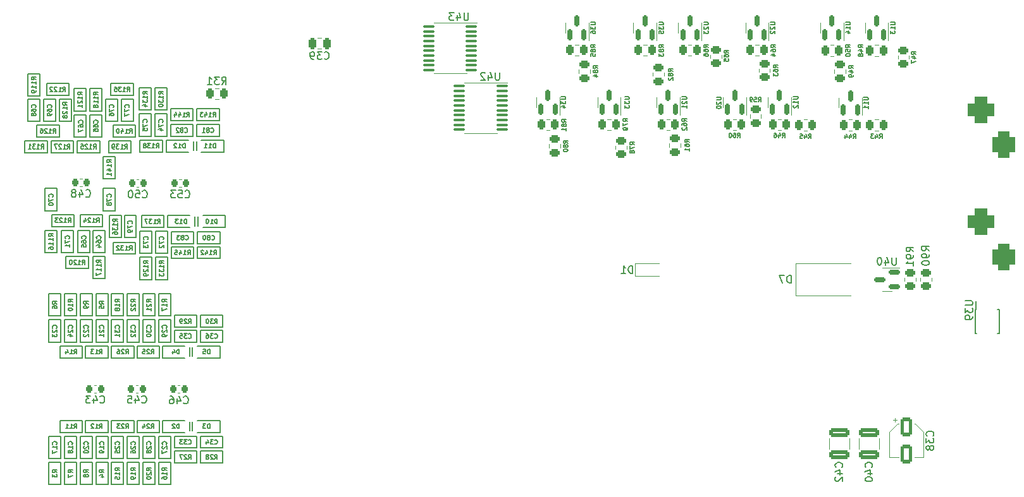
<source format=gbo>
%TF.GenerationSoftware,KiCad,Pcbnew,(6.0.2)*%
%TF.CreationDate,2022-08-07T22:17:39-07:00*%
%TF.ProjectId,LightDrum,4c696768-7444-4727-956d-2e6b69636164,rev?*%
%TF.SameCoordinates,Original*%
%TF.FileFunction,Legend,Bot*%
%TF.FilePolarity,Positive*%
%FSLAX46Y46*%
G04 Gerber Fmt 4.6, Leading zero omitted, Abs format (unit mm)*
G04 Created by KiCad (PCBNEW (6.0.2)) date 2022-08-07 22:17:39*
%MOMM*%
%LPD*%
G01*
G04 APERTURE LIST*
G04 Aperture macros list*
%AMRoundRect*
0 Rectangle with rounded corners*
0 $1 Rounding radius*
0 $2 $3 $4 $5 $6 $7 $8 $9 X,Y pos of 4 corners*
0 Add a 4 corners polygon primitive as box body*
4,1,4,$2,$3,$4,$5,$6,$7,$8,$9,$2,$3,0*
0 Add four circle primitives for the rounded corners*
1,1,$1+$1,$2,$3*
1,1,$1+$1,$4,$5*
1,1,$1+$1,$6,$7*
1,1,$1+$1,$8,$9*
0 Add four rect primitives between the rounded corners*
20,1,$1+$1,$2,$3,$4,$5,0*
20,1,$1+$1,$4,$5,$6,$7,0*
20,1,$1+$1,$6,$7,$8,$9,0*
20,1,$1+$1,$8,$9,$2,$3,0*%
G04 Aperture macros list end*
%ADD10C,0.150000*%
%ADD11C,0.120000*%
%ADD12R,1.700000X1.700000*%
%ADD13O,1.700000X1.700000*%
%ADD14O,3.400000X3.100000*%
%ADD15C,1.820000*%
%ADD16C,2.600000*%
%ADD17C,0.990600*%
%ADD18C,2.374900*%
%ADD19C,2.300000*%
%ADD20R,3.500000X3.500000*%
%ADD21RoundRect,0.750000X0.750000X1.000000X-0.750000X1.000000X-0.750000X-1.000000X0.750000X-1.000000X0*%
%ADD22RoundRect,0.875000X0.875000X0.875000X-0.875000X0.875000X-0.875000X-0.875000X0.875000X-0.875000X0*%
%ADD23C,2.100000*%
%ADD24C,1.440000*%
%ADD25C,5.000000*%
%ADD26C,4.200000*%
%ADD27C,1.800000*%
%ADD28RoundRect,0.250000X0.450000X-0.262500X0.450000X0.262500X-0.450000X0.262500X-0.450000X-0.262500X0*%
%ADD29RoundRect,0.250000X0.262500X0.450000X-0.262500X0.450000X-0.262500X-0.450000X0.262500X-0.450000X0*%
%ADD30RoundRect,0.150000X0.150000X-0.587500X0.150000X0.587500X-0.150000X0.587500X-0.150000X-0.587500X0*%
%ADD31RoundRect,0.225000X-0.225000X-0.250000X0.225000X-0.250000X0.225000X0.250000X-0.225000X0.250000X0*%
%ADD32RoundRect,0.250000X-0.262500X-0.450000X0.262500X-0.450000X0.262500X0.450000X-0.262500X0.450000X0*%
%ADD33RoundRect,0.150000X0.587500X0.150000X-0.587500X0.150000X-0.587500X-0.150000X0.587500X-0.150000X0*%
%ADD34RoundRect,0.250000X1.100000X-0.325000X1.100000X0.325000X-1.100000X0.325000X-1.100000X-0.325000X0*%
%ADD35RoundRect,0.250000X-0.550000X1.050000X-0.550000X-1.050000X0.550000X-1.050000X0.550000X1.050000X0*%
%ADD36R,1.000000X1.000000*%
%ADD37RoundRect,0.225000X0.225000X0.250000X-0.225000X0.250000X-0.225000X-0.250000X0.225000X-0.250000X0*%
%ADD38RoundRect,0.250000X-0.450000X0.262500X-0.450000X-0.262500X0.450000X-0.262500X0.450000X0.262500X0*%
%ADD39RoundRect,0.100000X0.637500X0.100000X-0.637500X0.100000X-0.637500X-0.100000X0.637500X-0.100000X0*%
%ADD40R,0.400000X1.100000*%
%ADD41RoundRect,0.250000X-0.250000X-0.475000X0.250000X-0.475000X0.250000X0.475000X-0.250000X0.475000X0*%
%ADD42R,3.500000X2.300000*%
G04 APERTURE END LIST*
D10*
X64000000Y-103500000D02*
X64000000Y-101900000D01*
X69000000Y-106000000D02*
X72000000Y-106000000D01*
X59000000Y-64400000D02*
X59000000Y-66000000D01*
X55600000Y-63900000D02*
X55600000Y-60900000D01*
X55500000Y-64400000D02*
X55500000Y-66000000D01*
X52200000Y-107000000D02*
X52200000Y-104000000D01*
X68500000Y-63800000D02*
X68500000Y-62200000D01*
X65900000Y-57300000D02*
X65900000Y-60300000D01*
X66900000Y-91400000D02*
X66900000Y-88400000D01*
X55200000Y-61800000D02*
X53600000Y-61800000D01*
X72500000Y-105600000D02*
X72500000Y-104000000D01*
X54900000Y-56700000D02*
X54900000Y-58300000D01*
X49000000Y-66000000D02*
X49000000Y-64400000D01*
X68600000Y-78600000D02*
X71600000Y-78600000D01*
X52600000Y-75900000D02*
X52600000Y-74300000D01*
X52200000Y-87900000D02*
X52200000Y-84900000D01*
X66400000Y-107500000D02*
X66400000Y-110500000D01*
X51700000Y-70800000D02*
X53300000Y-70800000D01*
X72500000Y-91400000D02*
X72500000Y-89800000D01*
X57200000Y-57400000D02*
X57200000Y-60400000D01*
X72800000Y-74400000D02*
X75800000Y-74400000D01*
X75100000Y-78600000D02*
X75100000Y-80200000D01*
X59300000Y-60900000D02*
X59300000Y-63900000D01*
X63600000Y-101900000D02*
X63600000Y-103500000D01*
X72000000Y-65700000D02*
X72000000Y-64500000D01*
X62700000Y-107500000D02*
X64300000Y-107500000D01*
X51900000Y-56700000D02*
X54900000Y-56700000D01*
X53800000Y-87900000D02*
X52200000Y-87900000D01*
X68500000Y-62200000D02*
X71500000Y-62200000D01*
X72500000Y-89400000D02*
X72500000Y-87800000D01*
X53100000Y-61800000D02*
X51500000Y-61800000D01*
X53800000Y-107500000D02*
X53800000Y-110500000D01*
X66000000Y-79500000D02*
X64400000Y-79500000D01*
X59800000Y-58800000D02*
X61400000Y-58800000D01*
X69000000Y-87800000D02*
X72000000Y-87800000D01*
X68500000Y-61700000D02*
X68500000Y-60100000D01*
X56000000Y-66000000D02*
X56000000Y-64400000D01*
X72000000Y-87800000D02*
X72000000Y-89400000D01*
X68600000Y-78200000D02*
X68600000Y-76600000D01*
X52500000Y-64400000D02*
X55500000Y-64400000D01*
X58000000Y-88400000D02*
X58000000Y-91400000D01*
X61100000Y-73800000D02*
X59500000Y-73800000D01*
X60100000Y-101900000D02*
X60100000Y-103500000D01*
X63900000Y-74400000D02*
X63900000Y-77400000D01*
X63900000Y-77400000D02*
X62300000Y-77400000D01*
X71100000Y-76000000D02*
X68100000Y-76000000D01*
X49400000Y-58800000D02*
X51000000Y-58800000D01*
X57700000Y-60400000D02*
X57700000Y-57400000D01*
X58100000Y-82900000D02*
X58100000Y-79900000D01*
X59400000Y-74300000D02*
X59400000Y-75900000D01*
X53100000Y-58800000D02*
X53100000Y-61800000D01*
X66400000Y-63800000D02*
X66400000Y-60800000D01*
X68500000Y-107000000D02*
X66900000Y-107000000D01*
X49000000Y-64400000D02*
X52000000Y-64400000D01*
X67000000Y-101900000D02*
X67000000Y-103500000D01*
X66500000Y-83000000D02*
X66500000Y-80000000D01*
X75500000Y-89800000D02*
X75500000Y-91400000D01*
X50600000Y-63900000D02*
X50600000Y-62300000D01*
X75000000Y-63800000D02*
X72000000Y-63800000D01*
X75500000Y-106000000D02*
X75500000Y-107600000D01*
X64300000Y-104000000D02*
X64300000Y-107000000D01*
X64800000Y-91400000D02*
X64800000Y-88400000D01*
X53700000Y-93500000D02*
X53700000Y-91900000D01*
X71500000Y-63800000D02*
X68500000Y-63800000D01*
X54500000Y-79900000D02*
X57500000Y-79900000D01*
X72000000Y-89400000D02*
X69000000Y-89400000D01*
X54300000Y-91400000D02*
X54300000Y-88400000D01*
X57700000Y-63900000D02*
X57700000Y-60900000D01*
X66400000Y-87900000D02*
X64800000Y-87900000D01*
X70400000Y-93500000D02*
X67400000Y-93500000D01*
X56400000Y-107500000D02*
X58000000Y-107500000D01*
X58500000Y-104000000D02*
X60100000Y-104000000D01*
X52200000Y-107500000D02*
X53800000Y-107500000D01*
X68000000Y-60800000D02*
X68000000Y-63800000D01*
X53900000Y-79400000D02*
X53900000Y-76400000D01*
X64300000Y-107000000D02*
X62700000Y-107000000D01*
X63600000Y-103500000D02*
X60600000Y-103500000D01*
X54900000Y-58300000D02*
X51900000Y-58300000D01*
X75100000Y-80200000D02*
X72100000Y-80200000D01*
X67600000Y-76000000D02*
X64600000Y-76000000D01*
X63600000Y-91900000D02*
X63600000Y-93500000D01*
X64400000Y-79500000D02*
X64400000Y-76500000D01*
X72200000Y-75800000D02*
X72200000Y-74600000D01*
X55900000Y-104000000D02*
X55900000Y-107000000D01*
X55200000Y-58800000D02*
X55200000Y-61800000D01*
X69000000Y-89400000D02*
X69000000Y-87800000D01*
X57700000Y-79400000D02*
X56100000Y-79400000D01*
X60100000Y-93500000D02*
X57100000Y-93500000D01*
X62700000Y-104000000D02*
X64300000Y-104000000D01*
X63200000Y-64400000D02*
X63200000Y-66000000D01*
X55500000Y-76400000D02*
X55500000Y-79400000D01*
X75500000Y-87800000D02*
X75500000Y-89400000D01*
X65900000Y-63800000D02*
X64300000Y-63800000D01*
X60500000Y-56700000D02*
X63500000Y-56700000D01*
X75000000Y-60100000D02*
X75000000Y-61700000D01*
X63500000Y-61800000D02*
X61900000Y-61800000D01*
X60100000Y-87900000D02*
X58500000Y-87900000D01*
X69000000Y-91400000D02*
X69000000Y-89800000D01*
X64300000Y-91400000D02*
X62700000Y-91400000D01*
X62200000Y-91400000D02*
X60600000Y-91400000D01*
X66900000Y-88400000D02*
X68500000Y-88400000D01*
X63600000Y-93500000D02*
X60600000Y-93500000D01*
X71550000Y-65700000D02*
X71550000Y-64500000D01*
X59700000Y-79900000D02*
X59700000Y-82900000D01*
X60100000Y-84900000D02*
X60100000Y-87900000D01*
X60600000Y-107000000D02*
X60600000Y-104000000D01*
X68500000Y-88400000D02*
X68500000Y-91400000D01*
X56100000Y-76400000D02*
X57700000Y-76400000D01*
X56400000Y-104000000D02*
X58000000Y-104000000D01*
X67400000Y-64300000D02*
X67400000Y-65900000D01*
X62700000Y-110500000D02*
X62700000Y-107500000D01*
X53800000Y-88400000D02*
X53800000Y-91400000D01*
X51500000Y-58800000D02*
X53100000Y-58800000D01*
X64300000Y-110500000D02*
X62700000Y-110500000D01*
X49400000Y-61800000D02*
X49400000Y-58800000D01*
X68500000Y-84900000D02*
X68500000Y-87900000D01*
X66400000Y-110500000D02*
X64800000Y-110500000D01*
X75500000Y-107600000D02*
X72500000Y-107600000D01*
X66000000Y-83000000D02*
X64400000Y-83000000D01*
X57100000Y-91900000D02*
X60100000Y-91900000D01*
X75000000Y-62200000D02*
X75000000Y-63800000D01*
X75800000Y-76000000D02*
X72800000Y-76000000D01*
X51900000Y-58300000D02*
X51900000Y-56700000D01*
X60100000Y-110500000D02*
X58500000Y-110500000D01*
X54300000Y-84900000D02*
X55900000Y-84900000D01*
X66400000Y-60300000D02*
X66400000Y-57300000D01*
X57500000Y-81500000D02*
X54500000Y-81500000D01*
X64400000Y-64300000D02*
X67400000Y-64300000D01*
X63800000Y-62300000D02*
X63800000Y-63900000D01*
X68500000Y-91400000D02*
X66900000Y-91400000D01*
X60600000Y-110500000D02*
X60600000Y-107500000D01*
X56000000Y-64400000D02*
X59000000Y-64400000D01*
X69000000Y-107600000D02*
X69000000Y-106000000D01*
X58000000Y-107000000D02*
X56400000Y-107000000D01*
X56400000Y-107000000D02*
X56400000Y-104000000D01*
X69000000Y-89800000D02*
X72000000Y-89800000D01*
X55900000Y-107000000D02*
X54300000Y-107000000D01*
X64800000Y-107500000D02*
X66400000Y-107500000D01*
X60600000Y-107500000D02*
X62200000Y-107500000D01*
X54300000Y-110500000D02*
X54300000Y-107500000D01*
X60200000Y-64400000D02*
X63200000Y-64400000D01*
X53600000Y-61800000D02*
X53600000Y-58800000D01*
X59700000Y-82900000D02*
X58100000Y-82900000D01*
X75100000Y-76600000D02*
X75100000Y-78200000D01*
X65900000Y-60800000D02*
X65900000Y-63800000D01*
X57700000Y-76400000D02*
X57700000Y-79400000D01*
X71600000Y-76600000D02*
X71600000Y-78200000D01*
X60800000Y-78000000D02*
X63800000Y-78000000D01*
X56400000Y-91400000D02*
X56400000Y-88400000D01*
X53800000Y-110500000D02*
X52200000Y-110500000D01*
X60300000Y-74400000D02*
X61900000Y-74400000D01*
X68100000Y-83000000D02*
X66500000Y-83000000D01*
X62700000Y-84900000D02*
X64300000Y-84900000D01*
X62200000Y-84900000D02*
X62200000Y-87900000D01*
X75100000Y-101900000D02*
X75100000Y-103500000D01*
X70400000Y-103500000D02*
X67400000Y-103500000D01*
X54500000Y-81500000D02*
X54500000Y-79900000D01*
X52600000Y-74300000D02*
X55600000Y-74300000D01*
X61900000Y-61800000D02*
X61900000Y-58800000D01*
X64400000Y-80000000D02*
X66000000Y-80000000D01*
X52000000Y-66000000D02*
X49000000Y-66000000D01*
X56700000Y-103500000D02*
X53700000Y-103500000D01*
X62700000Y-87900000D02*
X62700000Y-84900000D01*
X64800000Y-88400000D02*
X66400000Y-88400000D01*
X62200000Y-88400000D02*
X62200000Y-91400000D01*
X67400000Y-93500000D02*
X67400000Y-91900000D01*
X53300000Y-76400000D02*
X53300000Y-79400000D01*
X57500000Y-79900000D02*
X57500000Y-81500000D01*
X66900000Y-107000000D02*
X66900000Y-104000000D01*
X53300000Y-70800000D02*
X53300000Y-73800000D01*
X75100000Y-78200000D02*
X72100000Y-78200000D01*
X60600000Y-88400000D02*
X62200000Y-88400000D01*
X55600000Y-60400000D02*
X55600000Y-57400000D01*
X66900000Y-104000000D02*
X68500000Y-104000000D01*
X67900000Y-65900000D02*
X67900000Y-64300000D01*
X66900000Y-110500000D02*
X66900000Y-107500000D01*
X52200000Y-88400000D02*
X53800000Y-88400000D01*
X64000000Y-93500000D02*
X64000000Y-91900000D01*
X63500000Y-58800000D02*
X63500000Y-61800000D01*
X69000000Y-104000000D02*
X72000000Y-104000000D01*
X64300000Y-60300000D02*
X64300000Y-57300000D01*
X52200000Y-84900000D02*
X53800000Y-84900000D01*
X61400000Y-58800000D02*
X61400000Y-61800000D01*
X53800000Y-84900000D02*
X53800000Y-87900000D01*
X68100000Y-80000000D02*
X68100000Y-83000000D01*
X54300000Y-107000000D02*
X54300000Y-104000000D01*
X64400000Y-65900000D02*
X64400000Y-64300000D01*
X51700000Y-79400000D02*
X51700000Y-76400000D01*
X68100000Y-74400000D02*
X71100000Y-74400000D01*
X71600000Y-78600000D02*
X71600000Y-80200000D01*
X54300000Y-104000000D02*
X55900000Y-104000000D01*
X64300000Y-57300000D02*
X65900000Y-57300000D01*
X75000000Y-61700000D02*
X72000000Y-61700000D01*
X51700000Y-73800000D02*
X51700000Y-70800000D01*
X52200000Y-91400000D02*
X52200000Y-88400000D01*
X71600000Y-78200000D02*
X68600000Y-78200000D01*
X50600000Y-62300000D02*
X53600000Y-62300000D01*
X64400000Y-83000000D02*
X64400000Y-80000000D01*
X60100000Y-91400000D02*
X58500000Y-91400000D01*
X63800000Y-78000000D02*
X63800000Y-79600000D01*
X51700000Y-76400000D02*
X53300000Y-76400000D01*
X59500000Y-73800000D02*
X59500000Y-70800000D01*
X60600000Y-104000000D02*
X62200000Y-104000000D01*
X72000000Y-91400000D02*
X69000000Y-91400000D01*
X68100000Y-79500000D02*
X66500000Y-79500000D01*
X62200000Y-104000000D02*
X62200000Y-107000000D01*
X68600000Y-76600000D02*
X71600000Y-76600000D01*
X68600000Y-80200000D02*
X68600000Y-78600000D01*
X67400000Y-91900000D02*
X70400000Y-91900000D01*
X55900000Y-88400000D02*
X55900000Y-91400000D01*
X54300000Y-88400000D02*
X55900000Y-88400000D01*
X52000000Y-64400000D02*
X52000000Y-66000000D01*
X67600000Y-74400000D02*
X67600000Y-76000000D01*
X64800000Y-87900000D02*
X64800000Y-84900000D01*
X66900000Y-87900000D02*
X66900000Y-84900000D01*
X58500000Y-107000000D02*
X58500000Y-104000000D01*
X53900000Y-76400000D02*
X55500000Y-76400000D01*
X60600000Y-103500000D02*
X60600000Y-101900000D01*
X72100000Y-101900000D02*
X75100000Y-101900000D01*
X53800000Y-104000000D02*
X53800000Y-107000000D01*
X67400000Y-103500000D02*
X67400000Y-101900000D01*
X72100000Y-80200000D02*
X72100000Y-78600000D01*
X72000000Y-62200000D02*
X75000000Y-62200000D01*
X58000000Y-87900000D02*
X56400000Y-87900000D01*
X60100000Y-91900000D02*
X60100000Y-93500000D01*
X71400000Y-93300000D02*
X71400000Y-92100000D01*
X67900000Y-64300000D02*
X70900000Y-64300000D01*
X59000000Y-66000000D02*
X56000000Y-66000000D01*
X53300000Y-79400000D02*
X51700000Y-79400000D01*
X57100000Y-103500000D02*
X57100000Y-101900000D01*
X57700000Y-57400000D02*
X59300000Y-57400000D01*
X60600000Y-101900000D02*
X63600000Y-101900000D01*
X51500000Y-61800000D02*
X51500000Y-58800000D01*
X64300000Y-63800000D02*
X64300000Y-60800000D01*
X60800000Y-63900000D02*
X60800000Y-62300000D01*
X58000000Y-84900000D02*
X58000000Y-87900000D01*
X60600000Y-91900000D02*
X63600000Y-91900000D01*
X52200000Y-104000000D02*
X53800000Y-104000000D01*
X60100000Y-104000000D02*
X60100000Y-107000000D01*
X56700000Y-91900000D02*
X56700000Y-93500000D01*
X67400000Y-101900000D02*
X70400000Y-101900000D01*
X68500000Y-60100000D02*
X71500000Y-60100000D01*
X72000000Y-106000000D02*
X72000000Y-107600000D01*
X72000000Y-105600000D02*
X69000000Y-105600000D01*
X75100000Y-103500000D02*
X72100000Y-103500000D01*
X51000000Y-55400000D02*
X51000000Y-58400000D01*
X66000000Y-80000000D02*
X66000000Y-83000000D01*
X68000000Y-57300000D02*
X68000000Y-60300000D01*
X75800000Y-74400000D02*
X75800000Y-76000000D01*
X60100000Y-103500000D02*
X57100000Y-103500000D01*
X63500000Y-58300000D02*
X60500000Y-58300000D01*
X60800000Y-62300000D02*
X63800000Y-62300000D01*
X53600000Y-63900000D02*
X50600000Y-63900000D01*
X53700000Y-103500000D02*
X53700000Y-101900000D01*
X67400000Y-65900000D02*
X64400000Y-65900000D01*
X56400000Y-88400000D02*
X58000000Y-88400000D01*
X59300000Y-60400000D02*
X57700000Y-60400000D01*
X60600000Y-84900000D02*
X62200000Y-84900000D01*
X61900000Y-58800000D02*
X63500000Y-58800000D01*
X60600000Y-87900000D02*
X60600000Y-84900000D01*
X64000000Y-91900000D02*
X67000000Y-91900000D01*
X61100000Y-69500000D02*
X59500000Y-69500000D01*
X55600000Y-57400000D02*
X57200000Y-57400000D01*
X55500000Y-66000000D02*
X52500000Y-66000000D01*
X75500000Y-104000000D02*
X75500000Y-105600000D01*
X57100000Y-101900000D02*
X60100000Y-101900000D01*
X64300000Y-84900000D02*
X64300000Y-87900000D01*
X72500000Y-106000000D02*
X75500000Y-106000000D01*
X58000000Y-104000000D02*
X58000000Y-107000000D01*
X75100000Y-91900000D02*
X75100000Y-93500000D01*
X66500000Y-80000000D02*
X68100000Y-80000000D01*
X51000000Y-58800000D02*
X51000000Y-61800000D01*
X71100000Y-93300000D02*
X71100000Y-92100000D01*
X58500000Y-84900000D02*
X60100000Y-84900000D01*
X72500000Y-107600000D02*
X72500000Y-106000000D01*
X64600000Y-74400000D02*
X67600000Y-74400000D01*
X59400000Y-75900000D02*
X56400000Y-75900000D01*
X57200000Y-60900000D02*
X57200000Y-63900000D01*
X75600000Y-64300000D02*
X75600000Y-65900000D01*
X66400000Y-57300000D02*
X68000000Y-57300000D01*
X67000000Y-93500000D02*
X64000000Y-93500000D01*
X56700000Y-101900000D02*
X56700000Y-103500000D01*
X71500000Y-61700000D02*
X68500000Y-61700000D01*
X66400000Y-60800000D02*
X68000000Y-60800000D01*
X75500000Y-91400000D02*
X72500000Y-91400000D01*
X49400000Y-58400000D02*
X49400000Y-55400000D01*
X52200000Y-110500000D02*
X52200000Y-107500000D01*
X68500000Y-87900000D02*
X66900000Y-87900000D01*
X55600000Y-60900000D02*
X57200000Y-60900000D01*
X56100000Y-79400000D02*
X56100000Y-76400000D01*
X66400000Y-84900000D02*
X66400000Y-87900000D01*
X59800000Y-61800000D02*
X59800000Y-58800000D01*
X56400000Y-75900000D02*
X56400000Y-74300000D01*
X62200000Y-107000000D02*
X60600000Y-107000000D01*
X60200000Y-66000000D02*
X60200000Y-64400000D01*
X61100000Y-70800000D02*
X61100000Y-73800000D01*
X52500000Y-66000000D02*
X52500000Y-64400000D01*
X66500000Y-76500000D02*
X68100000Y-76500000D01*
X64300000Y-87900000D02*
X62700000Y-87900000D01*
X55900000Y-91400000D02*
X54300000Y-91400000D01*
X70900000Y-65900000D02*
X67900000Y-65900000D01*
X62200000Y-107500000D02*
X62200000Y-110500000D01*
X58100000Y-79900000D02*
X59700000Y-79900000D01*
X58100000Y-76400000D02*
X59700000Y-76400000D01*
X60600000Y-91400000D02*
X60600000Y-88400000D01*
X72600000Y-64300000D02*
X75600000Y-64300000D01*
X55900000Y-87900000D02*
X54300000Y-87900000D01*
X63800000Y-79600000D02*
X60800000Y-79600000D01*
X64800000Y-84900000D02*
X66400000Y-84900000D01*
X64600000Y-76000000D02*
X64600000Y-74400000D01*
X66900000Y-84900000D02*
X68500000Y-84900000D01*
X75600000Y-65900000D02*
X72600000Y-65900000D01*
X56400000Y-87900000D02*
X56400000Y-84900000D01*
X66900000Y-107500000D02*
X68500000Y-107500000D01*
X64800000Y-107000000D02*
X64800000Y-104000000D01*
X58500000Y-107500000D02*
X60100000Y-107500000D01*
X61400000Y-61800000D02*
X59800000Y-61800000D01*
X53300000Y-73800000D02*
X51700000Y-73800000D01*
X61900000Y-74400000D02*
X61900000Y-77400000D01*
X62200000Y-87900000D02*
X60600000Y-87900000D01*
X58500000Y-87900000D02*
X58500000Y-84900000D01*
X62300000Y-77400000D02*
X62300000Y-74400000D01*
X53700000Y-91900000D02*
X56700000Y-91900000D01*
X60100000Y-88400000D02*
X60100000Y-91400000D01*
X72000000Y-63800000D02*
X72000000Y-62200000D01*
X64300000Y-107500000D02*
X64300000Y-110500000D01*
X64800000Y-110500000D02*
X64800000Y-107500000D01*
X63500000Y-56700000D02*
X63500000Y-58300000D01*
X58000000Y-107500000D02*
X58000000Y-110500000D01*
X60500000Y-58300000D02*
X60500000Y-56700000D01*
X65900000Y-60300000D02*
X64300000Y-60300000D01*
X68000000Y-60300000D02*
X66400000Y-60300000D01*
X71500000Y-62200000D02*
X71500000Y-63800000D01*
X57700000Y-60900000D02*
X59300000Y-60900000D01*
X58500000Y-110500000D02*
X58500000Y-107500000D01*
X61100000Y-66500000D02*
X61100000Y-69500000D01*
X60100000Y-107500000D02*
X60100000Y-110500000D01*
X53700000Y-101900000D02*
X56700000Y-101900000D01*
X72000000Y-104000000D02*
X72000000Y-105600000D01*
X55900000Y-110500000D02*
X54300000Y-110500000D01*
X64400000Y-76500000D02*
X66000000Y-76500000D01*
X56700000Y-93500000D02*
X53700000Y-93500000D01*
X58000000Y-110500000D02*
X56400000Y-110500000D01*
X62700000Y-88400000D02*
X64300000Y-88400000D01*
X57200000Y-63900000D02*
X55600000Y-63900000D01*
X53600000Y-62300000D02*
X53600000Y-63900000D01*
X63200000Y-66000000D02*
X60200000Y-66000000D01*
X55900000Y-84900000D02*
X55900000Y-87900000D01*
X59700000Y-79400000D02*
X58100000Y-79400000D01*
X69000000Y-105600000D02*
X69000000Y-104000000D01*
X72000000Y-107600000D02*
X69000000Y-107600000D01*
X72500000Y-104000000D02*
X75500000Y-104000000D01*
X58500000Y-88400000D02*
X60100000Y-88400000D01*
X64000000Y-101900000D02*
X67000000Y-101900000D01*
X58100000Y-79400000D02*
X58100000Y-76400000D01*
X57100000Y-93500000D02*
X57100000Y-91900000D01*
X64800000Y-104000000D02*
X66400000Y-104000000D01*
X68500000Y-110500000D02*
X66900000Y-110500000D01*
X66400000Y-91400000D02*
X64800000Y-91400000D01*
X54300000Y-87900000D02*
X54300000Y-84900000D01*
X60600000Y-93500000D02*
X60600000Y-91900000D01*
X58500000Y-91400000D02*
X58500000Y-88400000D01*
X68000000Y-63800000D02*
X66400000Y-63800000D01*
X58000000Y-91400000D02*
X56400000Y-91400000D01*
X72100000Y-78600000D02*
X75100000Y-78600000D01*
X59700000Y-76400000D02*
X59700000Y-79400000D01*
X75500000Y-89400000D02*
X72500000Y-89400000D01*
X56400000Y-110500000D02*
X56400000Y-107500000D01*
X56400000Y-84900000D02*
X58000000Y-84900000D01*
X72000000Y-60100000D02*
X75000000Y-60100000D01*
X51000000Y-58400000D02*
X49400000Y-58400000D01*
X60300000Y-77400000D02*
X60300000Y-74400000D01*
X71400000Y-103300000D02*
X71400000Y-102100000D01*
X57200000Y-60400000D02*
X55600000Y-60400000D01*
X63800000Y-63900000D02*
X60800000Y-63900000D01*
X60100000Y-107000000D02*
X58500000Y-107000000D01*
X71700000Y-75800000D02*
X71700000Y-74600000D01*
X66500000Y-79500000D02*
X66500000Y-76500000D01*
X72100000Y-76600000D02*
X75100000Y-76600000D01*
X64300000Y-88400000D02*
X64300000Y-91400000D01*
X72500000Y-87800000D02*
X75500000Y-87800000D01*
X71600000Y-80200000D02*
X68600000Y-80200000D01*
X72500000Y-89800000D02*
X75500000Y-89800000D01*
X66400000Y-107000000D02*
X64800000Y-107000000D01*
X62300000Y-74400000D02*
X63900000Y-74400000D01*
X68500000Y-107500000D02*
X68500000Y-110500000D01*
X55600000Y-74300000D02*
X55600000Y-75900000D01*
X72000000Y-89800000D02*
X72000000Y-91400000D01*
X66400000Y-88400000D02*
X66400000Y-91400000D01*
X49400000Y-55400000D02*
X51000000Y-55400000D01*
X68100000Y-76000000D02*
X68100000Y-74400000D01*
X62700000Y-91400000D02*
X62700000Y-88400000D01*
X66000000Y-76500000D02*
X66000000Y-79500000D01*
X67000000Y-91900000D02*
X67000000Y-93500000D01*
X55500000Y-79400000D02*
X53900000Y-79400000D01*
X53800000Y-107000000D02*
X52200000Y-107000000D01*
X68500000Y-104000000D02*
X68500000Y-107000000D01*
X55900000Y-107500000D02*
X55900000Y-110500000D01*
X59500000Y-70800000D02*
X61100000Y-70800000D01*
X64300000Y-60800000D02*
X65900000Y-60800000D01*
X72100000Y-78200000D02*
X72100000Y-76600000D01*
X62200000Y-110500000D02*
X60600000Y-110500000D01*
X75100000Y-93500000D02*
X72100000Y-93500000D01*
X71500000Y-60100000D02*
X71500000Y-61700000D01*
X68100000Y-76500000D02*
X68100000Y-79500000D01*
X53600000Y-58800000D02*
X55200000Y-58800000D01*
X54300000Y-107500000D02*
X55900000Y-107500000D01*
X53800000Y-91400000D02*
X52200000Y-91400000D01*
X59300000Y-57400000D02*
X59300000Y-60400000D01*
X67000000Y-103500000D02*
X64000000Y-103500000D01*
X59300000Y-63900000D02*
X57700000Y-63900000D01*
X66400000Y-104000000D02*
X66400000Y-107000000D01*
X75500000Y-105600000D02*
X72500000Y-105600000D01*
X60800000Y-79600000D02*
X60800000Y-78000000D01*
X72000000Y-61700000D02*
X72000000Y-60100000D01*
X62700000Y-107000000D02*
X62700000Y-104000000D01*
X59500000Y-66500000D02*
X61100000Y-66500000D01*
X55600000Y-75900000D02*
X52600000Y-75900000D01*
X51000000Y-61800000D02*
X49400000Y-61800000D01*
X72100000Y-91900000D02*
X75100000Y-91900000D01*
X59500000Y-69500000D02*
X59500000Y-66500000D01*
X71100000Y-103300000D02*
X71100000Y-102100000D01*
X56400000Y-74300000D02*
X59400000Y-74300000D01*
X61900000Y-77400000D02*
X60300000Y-77400000D01*
X54671428Y-59628571D02*
X54385714Y-59428571D01*
X54671428Y-59285714D02*
X54071428Y-59285714D01*
X54071428Y-59514285D01*
X54100000Y-59571428D01*
X54128571Y-59600000D01*
X54185714Y-59628571D01*
X54271428Y-59628571D01*
X54328571Y-59600000D01*
X54357142Y-59571428D01*
X54385714Y-59514285D01*
X54385714Y-59285714D01*
X54671428Y-60200000D02*
X54671428Y-59857142D01*
X54671428Y-60028571D02*
X54071428Y-60028571D01*
X54157142Y-59971428D01*
X54214285Y-59914285D01*
X54242857Y-59857142D01*
X54128571Y-60428571D02*
X54100000Y-60457142D01*
X54071428Y-60514285D01*
X54071428Y-60657142D01*
X54100000Y-60714285D01*
X54128571Y-60742857D01*
X54185714Y-60771428D01*
X54242857Y-60771428D01*
X54328571Y-60742857D01*
X54671428Y-60400000D01*
X54671428Y-60771428D01*
X54328571Y-61114285D02*
X54300000Y-61057142D01*
X54271428Y-61028571D01*
X54214285Y-61000000D01*
X54185714Y-61000000D01*
X54128571Y-61028571D01*
X54100000Y-61057142D01*
X54071428Y-61114285D01*
X54071428Y-61228571D01*
X54100000Y-61285714D01*
X54128571Y-61314285D01*
X54185714Y-61342857D01*
X54214285Y-61342857D01*
X54271428Y-61314285D01*
X54300000Y-61285714D01*
X54328571Y-61228571D01*
X54328571Y-61114285D01*
X54357142Y-61057142D01*
X54385714Y-61028571D01*
X54442857Y-61000000D01*
X54557142Y-61000000D01*
X54614285Y-61028571D01*
X54642857Y-61057142D01*
X54671428Y-61114285D01*
X54671428Y-61228571D01*
X54642857Y-61285714D01*
X54614285Y-61314285D01*
X54557142Y-61342857D01*
X54442857Y-61342857D01*
X54385714Y-61314285D01*
X54357142Y-61285714D01*
X54328571Y-61228571D01*
X70885714Y-88871428D02*
X71085714Y-88585714D01*
X71228571Y-88871428D02*
X71228571Y-88271428D01*
X71000000Y-88271428D01*
X70942857Y-88300000D01*
X70914285Y-88328571D01*
X70885714Y-88385714D01*
X70885714Y-88471428D01*
X70914285Y-88528571D01*
X70942857Y-88557142D01*
X71000000Y-88585714D01*
X71228571Y-88585714D01*
X70657142Y-88328571D02*
X70628571Y-88300000D01*
X70571428Y-88271428D01*
X70428571Y-88271428D01*
X70371428Y-88300000D01*
X70342857Y-88328571D01*
X70314285Y-88385714D01*
X70314285Y-88442857D01*
X70342857Y-88528571D01*
X70685714Y-88871428D01*
X70314285Y-88871428D01*
X70028571Y-88871428D02*
X69914285Y-88871428D01*
X69857142Y-88842857D01*
X69828571Y-88814285D01*
X69771428Y-88728571D01*
X69742857Y-88614285D01*
X69742857Y-88385714D01*
X69771428Y-88328571D01*
X69800000Y-88300000D01*
X69857142Y-88271428D01*
X69971428Y-88271428D01*
X70028571Y-88300000D01*
X70057142Y-88328571D01*
X70085714Y-88385714D01*
X70085714Y-88528571D01*
X70057142Y-88585714D01*
X70028571Y-88614285D01*
X69971428Y-88642857D01*
X69857142Y-88642857D01*
X69800000Y-88614285D01*
X69771428Y-88585714D01*
X69742857Y-88528571D01*
X52514285Y-59914285D02*
X52542857Y-59885714D01*
X52571428Y-59800000D01*
X52571428Y-59742857D01*
X52542857Y-59657142D01*
X52485714Y-59600000D01*
X52428571Y-59571428D01*
X52314285Y-59542857D01*
X52228571Y-59542857D01*
X52114285Y-59571428D01*
X52057142Y-59600000D01*
X52000000Y-59657142D01*
X51971428Y-59742857D01*
X51971428Y-59800000D01*
X52000000Y-59885714D01*
X52028571Y-59914285D01*
X51971428Y-60428571D02*
X51971428Y-60314285D01*
X52000000Y-60257142D01*
X52028571Y-60228571D01*
X52114285Y-60171428D01*
X52228571Y-60142857D01*
X52457142Y-60142857D01*
X52514285Y-60171428D01*
X52542857Y-60200000D01*
X52571428Y-60257142D01*
X52571428Y-60371428D01*
X52542857Y-60428571D01*
X52514285Y-60457142D01*
X52457142Y-60485714D01*
X52314285Y-60485714D01*
X52257142Y-60457142D01*
X52228571Y-60428571D01*
X52200000Y-60371428D01*
X52200000Y-60257142D01*
X52228571Y-60200000D01*
X52257142Y-60171428D01*
X52314285Y-60142857D01*
X52571428Y-60771428D02*
X52571428Y-60885714D01*
X52542857Y-60942857D01*
X52514285Y-60971428D01*
X52428571Y-61028571D01*
X52314285Y-61057142D01*
X52085714Y-61057142D01*
X52028571Y-61028571D01*
X52000000Y-61000000D01*
X51971428Y-60942857D01*
X51971428Y-60828571D01*
X52000000Y-60771428D01*
X52028571Y-60742857D01*
X52085714Y-60714285D01*
X52228571Y-60714285D01*
X52285714Y-60742857D01*
X52314285Y-60771428D01*
X52342857Y-60828571D01*
X52342857Y-60942857D01*
X52314285Y-61000000D01*
X52285714Y-61028571D01*
X52228571Y-61057142D01*
X63714285Y-105114285D02*
X63742857Y-105085714D01*
X63771428Y-105000000D01*
X63771428Y-104942857D01*
X63742857Y-104857142D01*
X63685714Y-104800000D01*
X63628571Y-104771428D01*
X63514285Y-104742857D01*
X63428571Y-104742857D01*
X63314285Y-104771428D01*
X63257142Y-104800000D01*
X63200000Y-104857142D01*
X63171428Y-104942857D01*
X63171428Y-105000000D01*
X63200000Y-105085714D01*
X63228571Y-105114285D01*
X63228571Y-105342857D02*
X63200000Y-105371428D01*
X63171428Y-105428571D01*
X63171428Y-105571428D01*
X63200000Y-105628571D01*
X63228571Y-105657142D01*
X63285714Y-105685714D01*
X63342857Y-105685714D01*
X63428571Y-105657142D01*
X63771428Y-105314285D01*
X63771428Y-105685714D01*
X63171428Y-106200000D02*
X63171428Y-106085714D01*
X63200000Y-106028571D01*
X63228571Y-106000000D01*
X63314285Y-105942857D01*
X63428571Y-105914285D01*
X63657142Y-105914285D01*
X63714285Y-105942857D01*
X63742857Y-105971428D01*
X63771428Y-106028571D01*
X63771428Y-106142857D01*
X63742857Y-106200000D01*
X63714285Y-106228571D01*
X63657142Y-106257142D01*
X63514285Y-106257142D01*
X63457142Y-106228571D01*
X63428571Y-106200000D01*
X63400000Y-106142857D01*
X63400000Y-106028571D01*
X63428571Y-105971428D01*
X63457142Y-105942857D01*
X63514285Y-105914285D01*
X70885714Y-107071428D02*
X71085714Y-106785714D01*
X71228571Y-107071428D02*
X71228571Y-106471428D01*
X71000000Y-106471428D01*
X70942857Y-106500000D01*
X70914285Y-106528571D01*
X70885714Y-106585714D01*
X70885714Y-106671428D01*
X70914285Y-106728571D01*
X70942857Y-106757142D01*
X71000000Y-106785714D01*
X71228571Y-106785714D01*
X70657142Y-106528571D02*
X70628571Y-106500000D01*
X70571428Y-106471428D01*
X70428571Y-106471428D01*
X70371428Y-106500000D01*
X70342857Y-106528571D01*
X70314285Y-106585714D01*
X70314285Y-106642857D01*
X70342857Y-106728571D01*
X70685714Y-107071428D01*
X70314285Y-107071428D01*
X70114285Y-106471428D02*
X69714285Y-106471428D01*
X69971428Y-107071428D01*
X59114285Y-77514285D02*
X59142857Y-77485714D01*
X59171428Y-77400000D01*
X59171428Y-77342857D01*
X59142857Y-77257142D01*
X59085714Y-77200000D01*
X59028571Y-77171428D01*
X58914285Y-77142857D01*
X58828571Y-77142857D01*
X58714285Y-77171428D01*
X58657142Y-77200000D01*
X58600000Y-77257142D01*
X58571428Y-77342857D01*
X58571428Y-77400000D01*
X58600000Y-77485714D01*
X58628571Y-77514285D01*
X58571428Y-78028571D02*
X58571428Y-77914285D01*
X58600000Y-77857142D01*
X58628571Y-77828571D01*
X58714285Y-77771428D01*
X58828571Y-77742857D01*
X59057142Y-77742857D01*
X59114285Y-77771428D01*
X59142857Y-77800000D01*
X59171428Y-77857142D01*
X59171428Y-77971428D01*
X59142857Y-78028571D01*
X59114285Y-78057142D01*
X59057142Y-78085714D01*
X58914285Y-78085714D01*
X58857142Y-78057142D01*
X58828571Y-78028571D01*
X58800000Y-77971428D01*
X58800000Y-77857142D01*
X58828571Y-77800000D01*
X58857142Y-77771428D01*
X58914285Y-77742857D01*
X58771428Y-78600000D02*
X59171428Y-78600000D01*
X58542857Y-78457142D02*
X58971428Y-78314285D01*
X58971428Y-78685714D01*
X52714285Y-71914285D02*
X52742857Y-71885714D01*
X52771428Y-71800000D01*
X52771428Y-71742857D01*
X52742857Y-71657142D01*
X52685714Y-71600000D01*
X52628571Y-71571428D01*
X52514285Y-71542857D01*
X52428571Y-71542857D01*
X52314285Y-71571428D01*
X52257142Y-71600000D01*
X52200000Y-71657142D01*
X52171428Y-71742857D01*
X52171428Y-71800000D01*
X52200000Y-71885714D01*
X52228571Y-71914285D01*
X52171428Y-72114285D02*
X52171428Y-72514285D01*
X52771428Y-72257142D01*
X52171428Y-72857142D02*
X52171428Y-72914285D01*
X52200000Y-72971428D01*
X52228571Y-73000000D01*
X52285714Y-73028571D01*
X52400000Y-73057142D01*
X52542857Y-73057142D01*
X52657142Y-73028571D01*
X52714285Y-73000000D01*
X52742857Y-72971428D01*
X52771428Y-72914285D01*
X52771428Y-72857142D01*
X52742857Y-72800000D01*
X52714285Y-72771428D01*
X52657142Y-72742857D01*
X52542857Y-72714285D01*
X52400000Y-72714285D01*
X52285714Y-72742857D01*
X52228571Y-72771428D01*
X52200000Y-72800000D01*
X52171428Y-72857142D01*
X58714285Y-62014285D02*
X58742857Y-61985714D01*
X58771428Y-61900000D01*
X58771428Y-61842857D01*
X58742857Y-61757142D01*
X58685714Y-61700000D01*
X58628571Y-61671428D01*
X58514285Y-61642857D01*
X58428571Y-61642857D01*
X58314285Y-61671428D01*
X58257142Y-61700000D01*
X58200000Y-61757142D01*
X58171428Y-61842857D01*
X58171428Y-61900000D01*
X58200000Y-61985714D01*
X58228571Y-62014285D01*
X58171428Y-62528571D02*
X58171428Y-62414285D01*
X58200000Y-62357142D01*
X58228571Y-62328571D01*
X58314285Y-62271428D01*
X58428571Y-62242857D01*
X58657142Y-62242857D01*
X58714285Y-62271428D01*
X58742857Y-62300000D01*
X58771428Y-62357142D01*
X58771428Y-62471428D01*
X58742857Y-62528571D01*
X58714285Y-62557142D01*
X58657142Y-62585714D01*
X58514285Y-62585714D01*
X58457142Y-62557142D01*
X58428571Y-62528571D01*
X58400000Y-62471428D01*
X58400000Y-62357142D01*
X58428571Y-62300000D01*
X58457142Y-62271428D01*
X58514285Y-62242857D01*
X58171428Y-63100000D02*
X58171428Y-62985714D01*
X58200000Y-62928571D01*
X58228571Y-62900000D01*
X58314285Y-62842857D01*
X58428571Y-62814285D01*
X58657142Y-62814285D01*
X58714285Y-62842857D01*
X58742857Y-62871428D01*
X58771428Y-62928571D01*
X58771428Y-63042857D01*
X58742857Y-63100000D01*
X58714285Y-63128571D01*
X58657142Y-63157142D01*
X58514285Y-63157142D01*
X58457142Y-63128571D01*
X58428571Y-63100000D01*
X58400000Y-63042857D01*
X58400000Y-62928571D01*
X58428571Y-62871428D01*
X58457142Y-62842857D01*
X58514285Y-62814285D01*
X65814285Y-105114285D02*
X65842857Y-105085714D01*
X65871428Y-105000000D01*
X65871428Y-104942857D01*
X65842857Y-104857142D01*
X65785714Y-104800000D01*
X65728571Y-104771428D01*
X65614285Y-104742857D01*
X65528571Y-104742857D01*
X65414285Y-104771428D01*
X65357142Y-104800000D01*
X65300000Y-104857142D01*
X65271428Y-104942857D01*
X65271428Y-105000000D01*
X65300000Y-105085714D01*
X65328571Y-105114285D01*
X65328571Y-105342857D02*
X65300000Y-105371428D01*
X65271428Y-105428571D01*
X65271428Y-105571428D01*
X65300000Y-105628571D01*
X65328571Y-105657142D01*
X65385714Y-105685714D01*
X65442857Y-105685714D01*
X65528571Y-105657142D01*
X65871428Y-105314285D01*
X65871428Y-105685714D01*
X65528571Y-106028571D02*
X65500000Y-105971428D01*
X65471428Y-105942857D01*
X65414285Y-105914285D01*
X65385714Y-105914285D01*
X65328571Y-105942857D01*
X65300000Y-105971428D01*
X65271428Y-106028571D01*
X65271428Y-106142857D01*
X65300000Y-106200000D01*
X65328571Y-106228571D01*
X65385714Y-106257142D01*
X65414285Y-106257142D01*
X65471428Y-106228571D01*
X65500000Y-106200000D01*
X65528571Y-106142857D01*
X65528571Y-106028571D01*
X65557142Y-105971428D01*
X65585714Y-105942857D01*
X65642857Y-105914285D01*
X65757142Y-105914285D01*
X65814285Y-105942857D01*
X65842857Y-105971428D01*
X65871428Y-106028571D01*
X65871428Y-106142857D01*
X65842857Y-106200000D01*
X65814285Y-106228571D01*
X65757142Y-106257142D01*
X65642857Y-106257142D01*
X65585714Y-106228571D01*
X65557142Y-106200000D01*
X65528571Y-106142857D01*
X61614285Y-89514285D02*
X61642857Y-89485714D01*
X61671428Y-89400000D01*
X61671428Y-89342857D01*
X61642857Y-89257142D01*
X61585714Y-89200000D01*
X61528571Y-89171428D01*
X61414285Y-89142857D01*
X61328571Y-89142857D01*
X61214285Y-89171428D01*
X61157142Y-89200000D01*
X61100000Y-89257142D01*
X61071428Y-89342857D01*
X61071428Y-89400000D01*
X61100000Y-89485714D01*
X61128571Y-89514285D01*
X61071428Y-89714285D02*
X61071428Y-90085714D01*
X61300000Y-89885714D01*
X61300000Y-89971428D01*
X61328571Y-90028571D01*
X61357142Y-90057142D01*
X61414285Y-90085714D01*
X61557142Y-90085714D01*
X61614285Y-90057142D01*
X61642857Y-90028571D01*
X61671428Y-89971428D01*
X61671428Y-89800000D01*
X61642857Y-89742857D01*
X61614285Y-89714285D01*
X61671428Y-90657142D02*
X61671428Y-90314285D01*
X61671428Y-90485714D02*
X61071428Y-90485714D01*
X61157142Y-90428571D01*
X61214285Y-90371428D01*
X61242857Y-90314285D01*
X56671428Y-58228571D02*
X56385714Y-58028571D01*
X56671428Y-57885714D02*
X56071428Y-57885714D01*
X56071428Y-58114285D01*
X56100000Y-58171428D01*
X56128571Y-58200000D01*
X56185714Y-58228571D01*
X56271428Y-58228571D01*
X56328571Y-58200000D01*
X56357142Y-58171428D01*
X56385714Y-58114285D01*
X56385714Y-57885714D01*
X56671428Y-58800000D02*
X56671428Y-58457142D01*
X56671428Y-58628571D02*
X56071428Y-58628571D01*
X56157142Y-58571428D01*
X56214285Y-58514285D01*
X56242857Y-58457142D01*
X56128571Y-59028571D02*
X56100000Y-59057142D01*
X56071428Y-59114285D01*
X56071428Y-59257142D01*
X56100000Y-59314285D01*
X56128571Y-59342857D01*
X56185714Y-59371428D01*
X56242857Y-59371428D01*
X56328571Y-59342857D01*
X56671428Y-59000000D01*
X56671428Y-59371428D01*
X56671428Y-59942857D02*
X56671428Y-59600000D01*
X56671428Y-59771428D02*
X56071428Y-59771428D01*
X56157142Y-59714285D01*
X56214285Y-59657142D01*
X56242857Y-59600000D01*
X62371428Y-65471428D02*
X62571428Y-65185714D01*
X62714285Y-65471428D02*
X62714285Y-64871428D01*
X62485714Y-64871428D01*
X62428571Y-64900000D01*
X62400000Y-64928571D01*
X62371428Y-64985714D01*
X62371428Y-65071428D01*
X62400000Y-65128571D01*
X62428571Y-65157142D01*
X62485714Y-65185714D01*
X62714285Y-65185714D01*
X61800000Y-65471428D02*
X62142857Y-65471428D01*
X61971428Y-65471428D02*
X61971428Y-64871428D01*
X62028571Y-64957142D01*
X62085714Y-65014285D01*
X62142857Y-65042857D01*
X61600000Y-64871428D02*
X61228571Y-64871428D01*
X61428571Y-65100000D01*
X61342857Y-65100000D01*
X61285714Y-65128571D01*
X61257142Y-65157142D01*
X61228571Y-65214285D01*
X61228571Y-65357142D01*
X61257142Y-65414285D01*
X61285714Y-65442857D01*
X61342857Y-65471428D01*
X61514285Y-65471428D01*
X61571428Y-65442857D01*
X61600000Y-65414285D01*
X60942857Y-65471428D02*
X60828571Y-65471428D01*
X60771428Y-65442857D01*
X60742857Y-65414285D01*
X60685714Y-65328571D01*
X60657142Y-65214285D01*
X60657142Y-64985714D01*
X60685714Y-64928571D01*
X60714285Y-64900000D01*
X60771428Y-64871428D01*
X60885714Y-64871428D01*
X60942857Y-64900000D01*
X60971428Y-64928571D01*
X61000000Y-64985714D01*
X61000000Y-65128571D01*
X60971428Y-65185714D01*
X60942857Y-65214285D01*
X60885714Y-65242857D01*
X60771428Y-65242857D01*
X60714285Y-65214285D01*
X60685714Y-65185714D01*
X60657142Y-65128571D01*
X53271428Y-86300000D02*
X52985714Y-86100000D01*
X53271428Y-85957142D02*
X52671428Y-85957142D01*
X52671428Y-86185714D01*
X52700000Y-86242857D01*
X52728571Y-86271428D01*
X52785714Y-86300000D01*
X52871428Y-86300000D01*
X52928571Y-86271428D01*
X52957142Y-86242857D01*
X52985714Y-86185714D01*
X52985714Y-85957142D01*
X52671428Y-86814285D02*
X52671428Y-86700000D01*
X52700000Y-86642857D01*
X52728571Y-86614285D01*
X52814285Y-86557142D01*
X52928571Y-86528571D01*
X53157142Y-86528571D01*
X53214285Y-86557142D01*
X53242857Y-86585714D01*
X53271428Y-86642857D01*
X53271428Y-86757142D01*
X53242857Y-86814285D01*
X53214285Y-86842857D01*
X53157142Y-86871428D01*
X53014285Y-86871428D01*
X52957142Y-86842857D01*
X52928571Y-86814285D01*
X52900000Y-86757142D01*
X52900000Y-86642857D01*
X52928571Y-86585714D01*
X52957142Y-86557142D01*
X53014285Y-86528571D01*
X63314285Y-75514285D02*
X63342857Y-75485714D01*
X63371428Y-75400000D01*
X63371428Y-75342857D01*
X63342857Y-75257142D01*
X63285714Y-75200000D01*
X63228571Y-75171428D01*
X63114285Y-75142857D01*
X63028571Y-75142857D01*
X62914285Y-75171428D01*
X62857142Y-75200000D01*
X62800000Y-75257142D01*
X62771428Y-75342857D01*
X62771428Y-75400000D01*
X62800000Y-75485714D01*
X62828571Y-75514285D01*
X62771428Y-75714285D02*
X62771428Y-76114285D01*
X63371428Y-75857142D01*
X63371428Y-76371428D02*
X63371428Y-76485714D01*
X63342857Y-76542857D01*
X63314285Y-76571428D01*
X63228571Y-76628571D01*
X63114285Y-76657142D01*
X62885714Y-76657142D01*
X62828571Y-76628571D01*
X62800000Y-76600000D01*
X62771428Y-76542857D01*
X62771428Y-76428571D01*
X62800000Y-76371428D01*
X62828571Y-76342857D01*
X62885714Y-76314285D01*
X63028571Y-76314285D01*
X63085714Y-76342857D01*
X63114285Y-76371428D01*
X63142857Y-76428571D01*
X63142857Y-76542857D01*
X63114285Y-76600000D01*
X63085714Y-76628571D01*
X63028571Y-76657142D01*
X74385714Y-107071428D02*
X74585714Y-106785714D01*
X74728571Y-107071428D02*
X74728571Y-106471428D01*
X74500000Y-106471428D01*
X74442857Y-106500000D01*
X74414285Y-106528571D01*
X74385714Y-106585714D01*
X74385714Y-106671428D01*
X74414285Y-106728571D01*
X74442857Y-106757142D01*
X74500000Y-106785714D01*
X74728571Y-106785714D01*
X74157142Y-106528571D02*
X74128571Y-106500000D01*
X74071428Y-106471428D01*
X73928571Y-106471428D01*
X73871428Y-106500000D01*
X73842857Y-106528571D01*
X73814285Y-106585714D01*
X73814285Y-106642857D01*
X73842857Y-106728571D01*
X74185714Y-107071428D01*
X73814285Y-107071428D01*
X73471428Y-106728571D02*
X73528571Y-106700000D01*
X73557142Y-106671428D01*
X73585714Y-106614285D01*
X73585714Y-106585714D01*
X73557142Y-106528571D01*
X73528571Y-106500000D01*
X73471428Y-106471428D01*
X73357142Y-106471428D01*
X73300000Y-106500000D01*
X73271428Y-106528571D01*
X73242857Y-106585714D01*
X73242857Y-106614285D01*
X73271428Y-106671428D01*
X73300000Y-106700000D01*
X73357142Y-106728571D01*
X73471428Y-106728571D01*
X73528571Y-106757142D01*
X73557142Y-106785714D01*
X73585714Y-106842857D01*
X73585714Y-106957142D01*
X73557142Y-107014285D01*
X73528571Y-107042857D01*
X73471428Y-107071428D01*
X73357142Y-107071428D01*
X73300000Y-107042857D01*
X73271428Y-107014285D01*
X73242857Y-106957142D01*
X73242857Y-106842857D01*
X73271428Y-106785714D01*
X73300000Y-106757142D01*
X73357142Y-106728571D01*
X53214285Y-105114285D02*
X53242857Y-105085714D01*
X53271428Y-105000000D01*
X53271428Y-104942857D01*
X53242857Y-104857142D01*
X53185714Y-104800000D01*
X53128571Y-104771428D01*
X53014285Y-104742857D01*
X52928571Y-104742857D01*
X52814285Y-104771428D01*
X52757142Y-104800000D01*
X52700000Y-104857142D01*
X52671428Y-104942857D01*
X52671428Y-105000000D01*
X52700000Y-105085714D01*
X52728571Y-105114285D01*
X53271428Y-105685714D02*
X53271428Y-105342857D01*
X53271428Y-105514285D02*
X52671428Y-105514285D01*
X52757142Y-105457142D01*
X52814285Y-105400000D01*
X52842857Y-105342857D01*
X52671428Y-105885714D02*
X52671428Y-106285714D01*
X53271428Y-106028571D01*
X65814285Y-89514285D02*
X65842857Y-89485714D01*
X65871428Y-89400000D01*
X65871428Y-89342857D01*
X65842857Y-89257142D01*
X65785714Y-89200000D01*
X65728571Y-89171428D01*
X65614285Y-89142857D01*
X65528571Y-89142857D01*
X65414285Y-89171428D01*
X65357142Y-89200000D01*
X65300000Y-89257142D01*
X65271428Y-89342857D01*
X65271428Y-89400000D01*
X65300000Y-89485714D01*
X65328571Y-89514285D01*
X65271428Y-89714285D02*
X65271428Y-90085714D01*
X65500000Y-89885714D01*
X65500000Y-89971428D01*
X65528571Y-90028571D01*
X65557142Y-90057142D01*
X65614285Y-90085714D01*
X65757142Y-90085714D01*
X65814285Y-90057142D01*
X65842857Y-90028571D01*
X65871428Y-89971428D01*
X65871428Y-89800000D01*
X65842857Y-89742857D01*
X65814285Y-89714285D01*
X65271428Y-90457142D02*
X65271428Y-90514285D01*
X65300000Y-90571428D01*
X65328571Y-90600000D01*
X65385714Y-90628571D01*
X65500000Y-90657142D01*
X65642857Y-90657142D01*
X65757142Y-90628571D01*
X65814285Y-90600000D01*
X65842857Y-90571428D01*
X65871428Y-90514285D01*
X65871428Y-90457142D01*
X65842857Y-90400000D01*
X65814285Y-90371428D01*
X65757142Y-90342857D01*
X65642857Y-90314285D01*
X65500000Y-90314285D01*
X65385714Y-90342857D01*
X65328571Y-90371428D01*
X65300000Y-90400000D01*
X65271428Y-90457142D01*
X65371428Y-58128571D02*
X65085714Y-57928571D01*
X65371428Y-57785714D02*
X64771428Y-57785714D01*
X64771428Y-58014285D01*
X64800000Y-58071428D01*
X64828571Y-58100000D01*
X64885714Y-58128571D01*
X64971428Y-58128571D01*
X65028571Y-58100000D01*
X65057142Y-58071428D01*
X65085714Y-58014285D01*
X65085714Y-57785714D01*
X65371428Y-58700000D02*
X65371428Y-58357142D01*
X65371428Y-58528571D02*
X64771428Y-58528571D01*
X64857142Y-58471428D01*
X64914285Y-58414285D01*
X64942857Y-58357142D01*
X64771428Y-58900000D02*
X64771428Y-59271428D01*
X65000000Y-59071428D01*
X65000000Y-59157142D01*
X65028571Y-59214285D01*
X65057142Y-59242857D01*
X65114285Y-59271428D01*
X65257142Y-59271428D01*
X65314285Y-59242857D01*
X65342857Y-59214285D01*
X65371428Y-59157142D01*
X65371428Y-58985714D01*
X65342857Y-58928571D01*
X65314285Y-58900000D01*
X64971428Y-59785714D02*
X65371428Y-59785714D01*
X64742857Y-59642857D02*
X65171428Y-59500000D01*
X65171428Y-59871428D01*
X55371428Y-108900000D02*
X55085714Y-108700000D01*
X55371428Y-108557142D02*
X54771428Y-108557142D01*
X54771428Y-108785714D01*
X54800000Y-108842857D01*
X54828571Y-108871428D01*
X54885714Y-108900000D01*
X54971428Y-108900000D01*
X55028571Y-108871428D01*
X55057142Y-108842857D01*
X55085714Y-108785714D01*
X55085714Y-108557142D01*
X54771428Y-109100000D02*
X54771428Y-109500000D01*
X55371428Y-109242857D01*
X62914285Y-59914285D02*
X62942857Y-59885714D01*
X62971428Y-59800000D01*
X62971428Y-59742857D01*
X62942857Y-59657142D01*
X62885714Y-59600000D01*
X62828571Y-59571428D01*
X62714285Y-59542857D01*
X62628571Y-59542857D01*
X62514285Y-59571428D01*
X62457142Y-59600000D01*
X62400000Y-59657142D01*
X62371428Y-59742857D01*
X62371428Y-59800000D01*
X62400000Y-59885714D01*
X62428571Y-59914285D01*
X62371428Y-60114285D02*
X62371428Y-60514285D01*
X62971428Y-60257142D01*
X62371428Y-60685714D02*
X62371428Y-61085714D01*
X62971428Y-60828571D01*
X58985714Y-92971428D02*
X59185714Y-92685714D01*
X59328571Y-92971428D02*
X59328571Y-92371428D01*
X59100000Y-92371428D01*
X59042857Y-92400000D01*
X59014285Y-92428571D01*
X58985714Y-92485714D01*
X58985714Y-92571428D01*
X59014285Y-92628571D01*
X59042857Y-92657142D01*
X59100000Y-92685714D01*
X59328571Y-92685714D01*
X58414285Y-92971428D02*
X58757142Y-92971428D01*
X58585714Y-92971428D02*
X58585714Y-92371428D01*
X58642857Y-92457142D01*
X58700000Y-92514285D01*
X58757142Y-92542857D01*
X58214285Y-92371428D02*
X57842857Y-92371428D01*
X58042857Y-92600000D01*
X57957142Y-92600000D01*
X57900000Y-92628571D01*
X57871428Y-92657142D01*
X57842857Y-92714285D01*
X57842857Y-92857142D01*
X57871428Y-92914285D01*
X57900000Y-92942857D01*
X57957142Y-92971428D01*
X58128571Y-92971428D01*
X58185714Y-92942857D01*
X58214285Y-92914285D01*
X65871428Y-108614285D02*
X65585714Y-108414285D01*
X65871428Y-108271428D02*
X65271428Y-108271428D01*
X65271428Y-108500000D01*
X65300000Y-108557142D01*
X65328571Y-108585714D01*
X65385714Y-108614285D01*
X65471428Y-108614285D01*
X65528571Y-108585714D01*
X65557142Y-108557142D01*
X65585714Y-108500000D01*
X65585714Y-108271428D01*
X65328571Y-108842857D02*
X65300000Y-108871428D01*
X65271428Y-108928571D01*
X65271428Y-109071428D01*
X65300000Y-109128571D01*
X65328571Y-109157142D01*
X65385714Y-109185714D01*
X65442857Y-109185714D01*
X65528571Y-109157142D01*
X65871428Y-108814285D01*
X65871428Y-109185714D01*
X65271428Y-109557142D02*
X65271428Y-109614285D01*
X65300000Y-109671428D01*
X65328571Y-109700000D01*
X65385714Y-109728571D01*
X65500000Y-109757142D01*
X65642857Y-109757142D01*
X65757142Y-109728571D01*
X65814285Y-109700000D01*
X65842857Y-109671428D01*
X65871428Y-109614285D01*
X65871428Y-109557142D01*
X65842857Y-109500000D01*
X65814285Y-109471428D01*
X65757142Y-109442857D01*
X65642857Y-109414285D01*
X65500000Y-109414285D01*
X65385714Y-109442857D01*
X65328571Y-109471428D01*
X65300000Y-109500000D01*
X65271428Y-109557142D01*
X66771428Y-75471428D02*
X66971428Y-75185714D01*
X67114285Y-75471428D02*
X67114285Y-74871428D01*
X66885714Y-74871428D01*
X66828571Y-74900000D01*
X66800000Y-74928571D01*
X66771428Y-74985714D01*
X66771428Y-75071428D01*
X66800000Y-75128571D01*
X66828571Y-75157142D01*
X66885714Y-75185714D01*
X67114285Y-75185714D01*
X66200000Y-75471428D02*
X66542857Y-75471428D01*
X66371428Y-75471428D02*
X66371428Y-74871428D01*
X66428571Y-74957142D01*
X66485714Y-75014285D01*
X66542857Y-75042857D01*
X66000000Y-74871428D02*
X65628571Y-74871428D01*
X65828571Y-75100000D01*
X65742857Y-75100000D01*
X65685714Y-75128571D01*
X65657142Y-75157142D01*
X65628571Y-75214285D01*
X65628571Y-75357142D01*
X65657142Y-75414285D01*
X65685714Y-75442857D01*
X65742857Y-75471428D01*
X65914285Y-75471428D01*
X65971428Y-75442857D01*
X66000000Y-75414285D01*
X65428571Y-74871428D02*
X65028571Y-74871428D01*
X65285714Y-75471428D01*
X55314285Y-89514285D02*
X55342857Y-89485714D01*
X55371428Y-89400000D01*
X55371428Y-89342857D01*
X55342857Y-89257142D01*
X55285714Y-89200000D01*
X55228571Y-89171428D01*
X55114285Y-89142857D01*
X55028571Y-89142857D01*
X54914285Y-89171428D01*
X54857142Y-89200000D01*
X54800000Y-89257142D01*
X54771428Y-89342857D01*
X54771428Y-89400000D01*
X54800000Y-89485714D01*
X54828571Y-89514285D01*
X54828571Y-89742857D02*
X54800000Y-89771428D01*
X54771428Y-89828571D01*
X54771428Y-89971428D01*
X54800000Y-90028571D01*
X54828571Y-90057142D01*
X54885714Y-90085714D01*
X54942857Y-90085714D01*
X55028571Y-90057142D01*
X55371428Y-89714285D01*
X55371428Y-90085714D01*
X54971428Y-90600000D02*
X55371428Y-90600000D01*
X54742857Y-90457142D02*
X55171428Y-90314285D01*
X55171428Y-90685714D01*
X74385714Y-90814285D02*
X74414285Y-90842857D01*
X74500000Y-90871428D01*
X74557142Y-90871428D01*
X74642857Y-90842857D01*
X74700000Y-90785714D01*
X74728571Y-90728571D01*
X74757142Y-90614285D01*
X74757142Y-90528571D01*
X74728571Y-90414285D01*
X74700000Y-90357142D01*
X74642857Y-90300000D01*
X74557142Y-90271428D01*
X74500000Y-90271428D01*
X74414285Y-90300000D01*
X74385714Y-90328571D01*
X74185714Y-90271428D02*
X73814285Y-90271428D01*
X74014285Y-90500000D01*
X73928571Y-90500000D01*
X73871428Y-90528571D01*
X73842857Y-90557142D01*
X73814285Y-90614285D01*
X73814285Y-90757142D01*
X73842857Y-90814285D01*
X73871428Y-90842857D01*
X73928571Y-90871428D01*
X74100000Y-90871428D01*
X74157142Y-90842857D01*
X74185714Y-90814285D01*
X73300000Y-90271428D02*
X73414285Y-90271428D01*
X73471428Y-90300000D01*
X73500000Y-90328571D01*
X73557142Y-90414285D01*
X73585714Y-90528571D01*
X73585714Y-90757142D01*
X73557142Y-90814285D01*
X73528571Y-90842857D01*
X73471428Y-90871428D01*
X73357142Y-90871428D01*
X73300000Y-90842857D01*
X73271428Y-90814285D01*
X73242857Y-90757142D01*
X73242857Y-90614285D01*
X73271428Y-90557142D01*
X73300000Y-90528571D01*
X73357142Y-90500000D01*
X73471428Y-90500000D01*
X73528571Y-90528571D01*
X73557142Y-90557142D01*
X73585714Y-90614285D01*
X53214285Y-89514285D02*
X53242857Y-89485714D01*
X53271428Y-89400000D01*
X53271428Y-89342857D01*
X53242857Y-89257142D01*
X53185714Y-89200000D01*
X53128571Y-89171428D01*
X53014285Y-89142857D01*
X52928571Y-89142857D01*
X52814285Y-89171428D01*
X52757142Y-89200000D01*
X52700000Y-89257142D01*
X52671428Y-89342857D01*
X52671428Y-89400000D01*
X52700000Y-89485714D01*
X52728571Y-89514285D01*
X52728571Y-89742857D02*
X52700000Y-89771428D01*
X52671428Y-89828571D01*
X52671428Y-89971428D01*
X52700000Y-90028571D01*
X52728571Y-90057142D01*
X52785714Y-90085714D01*
X52842857Y-90085714D01*
X52928571Y-90057142D01*
X53271428Y-89714285D01*
X53271428Y-90085714D01*
X52671428Y-90285714D02*
X52671428Y-90657142D01*
X52900000Y-90457142D01*
X52900000Y-90542857D01*
X52928571Y-90600000D01*
X52957142Y-90628571D01*
X53014285Y-90657142D01*
X53157142Y-90657142D01*
X53214285Y-90628571D01*
X53242857Y-90600000D01*
X53271428Y-90542857D01*
X53271428Y-90371428D01*
X53242857Y-90314285D01*
X53214285Y-90285714D01*
X59571428Y-86300000D02*
X59285714Y-86100000D01*
X59571428Y-85957142D02*
X58971428Y-85957142D01*
X58971428Y-86185714D01*
X59000000Y-86242857D01*
X59028571Y-86271428D01*
X59085714Y-86300000D01*
X59171428Y-86300000D01*
X59228571Y-86271428D01*
X59257142Y-86242857D01*
X59285714Y-86185714D01*
X59285714Y-85957142D01*
X58971428Y-86842857D02*
X58971428Y-86557142D01*
X59257142Y-86528571D01*
X59228571Y-86557142D01*
X59200000Y-86614285D01*
X59200000Y-86757142D01*
X59228571Y-86814285D01*
X59257142Y-86842857D01*
X59314285Y-86871428D01*
X59457142Y-86871428D01*
X59514285Y-86842857D01*
X59542857Y-86814285D01*
X59571428Y-86757142D01*
X59571428Y-86614285D01*
X59542857Y-86557142D01*
X59514285Y-86528571D01*
X52771428Y-63371428D02*
X52971428Y-63085714D01*
X53114285Y-63371428D02*
X53114285Y-62771428D01*
X52885714Y-62771428D01*
X52828571Y-62800000D01*
X52800000Y-62828571D01*
X52771428Y-62885714D01*
X52771428Y-62971428D01*
X52800000Y-63028571D01*
X52828571Y-63057142D01*
X52885714Y-63085714D01*
X53114285Y-63085714D01*
X52200000Y-63371428D02*
X52542857Y-63371428D01*
X52371428Y-63371428D02*
X52371428Y-62771428D01*
X52428571Y-62857142D01*
X52485714Y-62914285D01*
X52542857Y-62942857D01*
X51971428Y-62828571D02*
X51942857Y-62800000D01*
X51885714Y-62771428D01*
X51742857Y-62771428D01*
X51685714Y-62800000D01*
X51657142Y-62828571D01*
X51628571Y-62885714D01*
X51628571Y-62942857D01*
X51657142Y-63028571D01*
X52000000Y-63371428D01*
X51628571Y-63371428D01*
X51114285Y-62771428D02*
X51228571Y-62771428D01*
X51285714Y-62800000D01*
X51314285Y-62828571D01*
X51371428Y-62914285D01*
X51400000Y-63028571D01*
X51400000Y-63257142D01*
X51371428Y-63314285D01*
X51342857Y-63342857D01*
X51285714Y-63371428D01*
X51171428Y-63371428D01*
X51114285Y-63342857D01*
X51085714Y-63314285D01*
X51057142Y-63257142D01*
X51057142Y-63114285D01*
X51085714Y-63057142D01*
X51114285Y-63028571D01*
X51171428Y-63000000D01*
X51285714Y-63000000D01*
X51342857Y-63028571D01*
X51371428Y-63057142D01*
X51400000Y-63114285D01*
X70885714Y-105014285D02*
X70914285Y-105042857D01*
X71000000Y-105071428D01*
X71057142Y-105071428D01*
X71142857Y-105042857D01*
X71200000Y-104985714D01*
X71228571Y-104928571D01*
X71257142Y-104814285D01*
X71257142Y-104728571D01*
X71228571Y-104614285D01*
X71200000Y-104557142D01*
X71142857Y-104500000D01*
X71057142Y-104471428D01*
X71000000Y-104471428D01*
X70914285Y-104500000D01*
X70885714Y-104528571D01*
X70685714Y-104471428D02*
X70314285Y-104471428D01*
X70514285Y-104700000D01*
X70428571Y-104700000D01*
X70371428Y-104728571D01*
X70342857Y-104757142D01*
X70314285Y-104814285D01*
X70314285Y-104957142D01*
X70342857Y-105014285D01*
X70371428Y-105042857D01*
X70428571Y-105071428D01*
X70600000Y-105071428D01*
X70657142Y-105042857D01*
X70685714Y-105014285D01*
X70114285Y-104471428D02*
X69742857Y-104471428D01*
X69942857Y-104700000D01*
X69857142Y-104700000D01*
X69800000Y-104728571D01*
X69771428Y-104757142D01*
X69742857Y-104814285D01*
X69742857Y-104957142D01*
X69771428Y-105014285D01*
X69800000Y-105042857D01*
X69857142Y-105071428D01*
X70028571Y-105071428D01*
X70085714Y-105042857D01*
X70114285Y-105014285D01*
X65885714Y-102971428D02*
X66085714Y-102685714D01*
X66228571Y-102971428D02*
X66228571Y-102371428D01*
X66000000Y-102371428D01*
X65942857Y-102400000D01*
X65914285Y-102428571D01*
X65885714Y-102485714D01*
X65885714Y-102571428D01*
X65914285Y-102628571D01*
X65942857Y-102657142D01*
X66000000Y-102685714D01*
X66228571Y-102685714D01*
X65657142Y-102428571D02*
X65628571Y-102400000D01*
X65571428Y-102371428D01*
X65428571Y-102371428D01*
X65371428Y-102400000D01*
X65342857Y-102428571D01*
X65314285Y-102485714D01*
X65314285Y-102542857D01*
X65342857Y-102628571D01*
X65685714Y-102971428D01*
X65314285Y-102971428D01*
X64800000Y-102571428D02*
X64800000Y-102971428D01*
X64942857Y-102342857D02*
X65085714Y-102771428D01*
X64714285Y-102771428D01*
X60571428Y-67328571D02*
X60285714Y-67128571D01*
X60571428Y-66985714D02*
X59971428Y-66985714D01*
X59971428Y-67214285D01*
X60000000Y-67271428D01*
X60028571Y-67300000D01*
X60085714Y-67328571D01*
X60171428Y-67328571D01*
X60228571Y-67300000D01*
X60257142Y-67271428D01*
X60285714Y-67214285D01*
X60285714Y-66985714D01*
X60571428Y-67900000D02*
X60571428Y-67557142D01*
X60571428Y-67728571D02*
X59971428Y-67728571D01*
X60057142Y-67671428D01*
X60114285Y-67614285D01*
X60142857Y-67557142D01*
X60171428Y-68414285D02*
X60571428Y-68414285D01*
X59942857Y-68271428D02*
X60371428Y-68128571D01*
X60371428Y-68500000D01*
X60571428Y-69042857D02*
X60571428Y-68700000D01*
X60571428Y-68871428D02*
X59971428Y-68871428D01*
X60057142Y-68814285D01*
X60114285Y-68757142D01*
X60142857Y-68700000D01*
X60814285Y-59914285D02*
X60842857Y-59885714D01*
X60871428Y-59800000D01*
X60871428Y-59742857D01*
X60842857Y-59657142D01*
X60785714Y-59600000D01*
X60728571Y-59571428D01*
X60614285Y-59542857D01*
X60528571Y-59542857D01*
X60414285Y-59571428D01*
X60357142Y-59600000D01*
X60300000Y-59657142D01*
X60271428Y-59742857D01*
X60271428Y-59800000D01*
X60300000Y-59885714D01*
X60328571Y-59914285D01*
X60271428Y-60114285D02*
X60271428Y-60514285D01*
X60871428Y-60257142D01*
X60271428Y-61000000D02*
X60271428Y-60885714D01*
X60300000Y-60828571D01*
X60328571Y-60800000D01*
X60414285Y-60742857D01*
X60528571Y-60714285D01*
X60757142Y-60714285D01*
X60814285Y-60742857D01*
X60842857Y-60771428D01*
X60871428Y-60828571D01*
X60871428Y-60942857D01*
X60842857Y-61000000D01*
X60814285Y-61028571D01*
X60757142Y-61057142D01*
X60614285Y-61057142D01*
X60557142Y-61028571D01*
X60528571Y-61000000D01*
X60500000Y-60942857D01*
X60500000Y-60828571D01*
X60528571Y-60771428D01*
X60557142Y-60742857D01*
X60614285Y-60714285D01*
X70385714Y-63214285D02*
X70414285Y-63242857D01*
X70500000Y-63271428D01*
X70557142Y-63271428D01*
X70642857Y-63242857D01*
X70700000Y-63185714D01*
X70728571Y-63128571D01*
X70757142Y-63014285D01*
X70757142Y-62928571D01*
X70728571Y-62814285D01*
X70700000Y-62757142D01*
X70642857Y-62700000D01*
X70557142Y-62671428D01*
X70500000Y-62671428D01*
X70414285Y-62700000D01*
X70385714Y-62728571D01*
X70042857Y-62928571D02*
X70100000Y-62900000D01*
X70128571Y-62871428D01*
X70157142Y-62814285D01*
X70157142Y-62785714D01*
X70128571Y-62728571D01*
X70100000Y-62700000D01*
X70042857Y-62671428D01*
X69928571Y-62671428D01*
X69871428Y-62700000D01*
X69842857Y-62728571D01*
X69814285Y-62785714D01*
X69814285Y-62814285D01*
X69842857Y-62871428D01*
X69871428Y-62900000D01*
X69928571Y-62928571D01*
X70042857Y-62928571D01*
X70100000Y-62957142D01*
X70128571Y-62985714D01*
X70157142Y-63042857D01*
X70157142Y-63157142D01*
X70128571Y-63214285D01*
X70100000Y-63242857D01*
X70042857Y-63271428D01*
X69928571Y-63271428D01*
X69871428Y-63242857D01*
X69842857Y-63214285D01*
X69814285Y-63157142D01*
X69814285Y-63042857D01*
X69842857Y-62985714D01*
X69871428Y-62957142D01*
X69928571Y-62928571D01*
X69585714Y-62728571D02*
X69557142Y-62700000D01*
X69500000Y-62671428D01*
X69357142Y-62671428D01*
X69300000Y-62700000D01*
X69271428Y-62728571D01*
X69242857Y-62785714D01*
X69242857Y-62842857D01*
X69271428Y-62928571D01*
X69614285Y-63271428D01*
X69242857Y-63271428D01*
X65314285Y-61914285D02*
X65342857Y-61885714D01*
X65371428Y-61800000D01*
X65371428Y-61742857D01*
X65342857Y-61657142D01*
X65285714Y-61600000D01*
X65228571Y-61571428D01*
X65114285Y-61542857D01*
X65028571Y-61542857D01*
X64914285Y-61571428D01*
X64857142Y-61600000D01*
X64800000Y-61657142D01*
X64771428Y-61742857D01*
X64771428Y-61800000D01*
X64800000Y-61885714D01*
X64828571Y-61914285D01*
X64771428Y-62114285D02*
X64771428Y-62514285D01*
X65371428Y-62257142D01*
X64771428Y-63028571D02*
X64771428Y-62742857D01*
X65057142Y-62714285D01*
X65028571Y-62742857D01*
X65000000Y-62800000D01*
X65000000Y-62942857D01*
X65028571Y-63000000D01*
X65057142Y-63028571D01*
X65114285Y-63057142D01*
X65257142Y-63057142D01*
X65314285Y-63028571D01*
X65342857Y-63000000D01*
X65371428Y-62942857D01*
X65371428Y-62800000D01*
X65342857Y-62742857D01*
X65314285Y-62714285D01*
X54071428Y-57771428D02*
X54271428Y-57485714D01*
X54414285Y-57771428D02*
X54414285Y-57171428D01*
X54185714Y-57171428D01*
X54128571Y-57200000D01*
X54100000Y-57228571D01*
X54071428Y-57285714D01*
X54071428Y-57371428D01*
X54100000Y-57428571D01*
X54128571Y-57457142D01*
X54185714Y-57485714D01*
X54414285Y-57485714D01*
X53500000Y-57771428D02*
X53842857Y-57771428D01*
X53671428Y-57771428D02*
X53671428Y-57171428D01*
X53728571Y-57257142D01*
X53785714Y-57314285D01*
X53842857Y-57342857D01*
X53271428Y-57228571D02*
X53242857Y-57200000D01*
X53185714Y-57171428D01*
X53042857Y-57171428D01*
X52985714Y-57200000D01*
X52957142Y-57228571D01*
X52928571Y-57285714D01*
X52928571Y-57342857D01*
X52957142Y-57428571D01*
X53300000Y-57771428D01*
X52928571Y-57771428D01*
X52700000Y-57228571D02*
X52671428Y-57200000D01*
X52614285Y-57171428D01*
X52471428Y-57171428D01*
X52414285Y-57200000D01*
X52385714Y-57228571D01*
X52357142Y-57285714D01*
X52357142Y-57342857D01*
X52385714Y-57428571D01*
X52728571Y-57771428D01*
X52357142Y-57771428D01*
X61371428Y-75228571D02*
X61085714Y-75028571D01*
X61371428Y-74885714D02*
X60771428Y-74885714D01*
X60771428Y-75114285D01*
X60800000Y-75171428D01*
X60828571Y-75200000D01*
X60885714Y-75228571D01*
X60971428Y-75228571D01*
X61028571Y-75200000D01*
X61057142Y-75171428D01*
X61085714Y-75114285D01*
X61085714Y-74885714D01*
X61371428Y-75800000D02*
X61371428Y-75457142D01*
X61371428Y-75628571D02*
X60771428Y-75628571D01*
X60857142Y-75571428D01*
X60914285Y-75514285D01*
X60942857Y-75457142D01*
X60771428Y-76000000D02*
X60771428Y-76371428D01*
X61000000Y-76171428D01*
X61000000Y-76257142D01*
X61028571Y-76314285D01*
X61057142Y-76342857D01*
X61114285Y-76371428D01*
X61257142Y-76371428D01*
X61314285Y-76342857D01*
X61342857Y-76314285D01*
X61371428Y-76257142D01*
X61371428Y-76085714D01*
X61342857Y-76028571D01*
X61314285Y-76000000D01*
X60771428Y-76885714D02*
X60771428Y-76771428D01*
X60800000Y-76714285D01*
X60828571Y-76685714D01*
X60914285Y-76628571D01*
X61028571Y-76600000D01*
X61257142Y-76600000D01*
X61314285Y-76628571D01*
X61342857Y-76657142D01*
X61371428Y-76714285D01*
X61371428Y-76828571D01*
X61342857Y-76885714D01*
X61314285Y-76914285D01*
X61257142Y-76942857D01*
X61114285Y-76942857D01*
X61057142Y-76914285D01*
X61028571Y-76885714D01*
X61000000Y-76828571D01*
X61000000Y-76714285D01*
X61028571Y-76657142D01*
X61057142Y-76628571D01*
X61114285Y-76600000D01*
X57414285Y-105114285D02*
X57442857Y-105085714D01*
X57471428Y-105000000D01*
X57471428Y-104942857D01*
X57442857Y-104857142D01*
X57385714Y-104800000D01*
X57328571Y-104771428D01*
X57214285Y-104742857D01*
X57128571Y-104742857D01*
X57014285Y-104771428D01*
X56957142Y-104800000D01*
X56900000Y-104857142D01*
X56871428Y-104942857D01*
X56871428Y-105000000D01*
X56900000Y-105085714D01*
X56928571Y-105114285D01*
X56928571Y-105342857D02*
X56900000Y-105371428D01*
X56871428Y-105428571D01*
X56871428Y-105571428D01*
X56900000Y-105628571D01*
X56928571Y-105657142D01*
X56985714Y-105685714D01*
X57042857Y-105685714D01*
X57128571Y-105657142D01*
X57471428Y-105314285D01*
X57471428Y-105685714D01*
X56871428Y-106057142D02*
X56871428Y-106114285D01*
X56900000Y-106171428D01*
X56928571Y-106200000D01*
X56985714Y-106228571D01*
X57100000Y-106257142D01*
X57242857Y-106257142D01*
X57357142Y-106228571D01*
X57414285Y-106200000D01*
X57442857Y-106171428D01*
X57471428Y-106114285D01*
X57471428Y-106057142D01*
X57442857Y-106000000D01*
X57414285Y-105971428D01*
X57357142Y-105942857D01*
X57242857Y-105914285D01*
X57100000Y-105914285D01*
X56985714Y-105942857D01*
X56928571Y-105971428D01*
X56900000Y-106000000D01*
X56871428Y-106057142D01*
X58771428Y-58228571D02*
X58485714Y-58028571D01*
X58771428Y-57885714D02*
X58171428Y-57885714D01*
X58171428Y-58114285D01*
X58200000Y-58171428D01*
X58228571Y-58200000D01*
X58285714Y-58228571D01*
X58371428Y-58228571D01*
X58428571Y-58200000D01*
X58457142Y-58171428D01*
X58485714Y-58114285D01*
X58485714Y-57885714D01*
X58771428Y-58800000D02*
X58771428Y-58457142D01*
X58771428Y-58628571D02*
X58171428Y-58628571D01*
X58257142Y-58571428D01*
X58314285Y-58514285D01*
X58342857Y-58457142D01*
X58771428Y-59371428D02*
X58771428Y-59028571D01*
X58771428Y-59200000D02*
X58171428Y-59200000D01*
X58257142Y-59142857D01*
X58314285Y-59085714D01*
X58342857Y-59028571D01*
X58428571Y-59714285D02*
X58400000Y-59657142D01*
X58371428Y-59628571D01*
X58314285Y-59600000D01*
X58285714Y-59600000D01*
X58228571Y-59628571D01*
X58200000Y-59657142D01*
X58171428Y-59714285D01*
X58171428Y-59828571D01*
X58200000Y-59885714D01*
X58228571Y-59914285D01*
X58285714Y-59942857D01*
X58314285Y-59942857D01*
X58371428Y-59914285D01*
X58400000Y-59885714D01*
X58428571Y-59828571D01*
X58428571Y-59714285D01*
X58457142Y-59657142D01*
X58485714Y-59628571D01*
X58542857Y-59600000D01*
X58657142Y-59600000D01*
X58714285Y-59628571D01*
X58742857Y-59657142D01*
X58771428Y-59714285D01*
X58771428Y-59828571D01*
X58742857Y-59885714D01*
X58714285Y-59914285D01*
X58657142Y-59942857D01*
X58542857Y-59942857D01*
X58485714Y-59914285D01*
X58457142Y-59885714D01*
X58428571Y-59828571D01*
X69642857Y-102971428D02*
X69642857Y-102371428D01*
X69500000Y-102371428D01*
X69414285Y-102400000D01*
X69357142Y-102457142D01*
X69328571Y-102514285D01*
X69300000Y-102628571D01*
X69300000Y-102714285D01*
X69328571Y-102828571D01*
X69357142Y-102885714D01*
X69414285Y-102942857D01*
X69500000Y-102971428D01*
X69642857Y-102971428D01*
X69071428Y-102428571D02*
X69042857Y-102400000D01*
X68985714Y-102371428D01*
X68842857Y-102371428D01*
X68785714Y-102400000D01*
X68757142Y-102428571D01*
X68728571Y-102485714D01*
X68728571Y-102542857D01*
X68757142Y-102628571D01*
X69100000Y-102971428D01*
X68728571Y-102971428D01*
X67514285Y-77614285D02*
X67542857Y-77585714D01*
X67571428Y-77500000D01*
X67571428Y-77442857D01*
X67542857Y-77357142D01*
X67485714Y-77300000D01*
X67428571Y-77271428D01*
X67314285Y-77242857D01*
X67228571Y-77242857D01*
X67114285Y-77271428D01*
X67057142Y-77300000D01*
X67000000Y-77357142D01*
X66971428Y-77442857D01*
X66971428Y-77500000D01*
X67000000Y-77585714D01*
X67028571Y-77614285D01*
X66971428Y-77814285D02*
X66971428Y-78214285D01*
X67571428Y-77957142D01*
X67028571Y-78414285D02*
X67000000Y-78442857D01*
X66971428Y-78500000D01*
X66971428Y-78642857D01*
X67000000Y-78700000D01*
X67028571Y-78728571D01*
X67085714Y-78757142D01*
X67142857Y-78757142D01*
X67228571Y-78728571D01*
X67571428Y-78385714D01*
X67571428Y-78757142D01*
X62671428Y-57771428D02*
X62871428Y-57485714D01*
X63014285Y-57771428D02*
X63014285Y-57171428D01*
X62785714Y-57171428D01*
X62728571Y-57200000D01*
X62700000Y-57228571D01*
X62671428Y-57285714D01*
X62671428Y-57371428D01*
X62700000Y-57428571D01*
X62728571Y-57457142D01*
X62785714Y-57485714D01*
X63014285Y-57485714D01*
X62100000Y-57771428D02*
X62442857Y-57771428D01*
X62271428Y-57771428D02*
X62271428Y-57171428D01*
X62328571Y-57257142D01*
X62385714Y-57314285D01*
X62442857Y-57342857D01*
X61900000Y-57171428D02*
X61528571Y-57171428D01*
X61728571Y-57400000D01*
X61642857Y-57400000D01*
X61585714Y-57428571D01*
X61557142Y-57457142D01*
X61528571Y-57514285D01*
X61528571Y-57657142D01*
X61557142Y-57714285D01*
X61585714Y-57742857D01*
X61642857Y-57771428D01*
X61814285Y-57771428D01*
X61871428Y-57742857D01*
X61900000Y-57714285D01*
X60985714Y-57171428D02*
X61271428Y-57171428D01*
X61300000Y-57457142D01*
X61271428Y-57428571D01*
X61214285Y-57400000D01*
X61071428Y-57400000D01*
X61014285Y-57428571D01*
X60985714Y-57457142D01*
X60957142Y-57514285D01*
X60957142Y-57657142D01*
X60985714Y-57714285D01*
X61014285Y-57742857D01*
X61071428Y-57771428D01*
X61214285Y-57771428D01*
X61271428Y-57742857D01*
X61300000Y-57714285D01*
X57414285Y-89514285D02*
X57442857Y-89485714D01*
X57471428Y-89400000D01*
X57471428Y-89342857D01*
X57442857Y-89257142D01*
X57385714Y-89200000D01*
X57328571Y-89171428D01*
X57214285Y-89142857D01*
X57128571Y-89142857D01*
X57014285Y-89171428D01*
X56957142Y-89200000D01*
X56900000Y-89257142D01*
X56871428Y-89342857D01*
X56871428Y-89400000D01*
X56900000Y-89485714D01*
X56928571Y-89514285D01*
X56928571Y-89742857D02*
X56900000Y-89771428D01*
X56871428Y-89828571D01*
X56871428Y-89971428D01*
X56900000Y-90028571D01*
X56928571Y-90057142D01*
X56985714Y-90085714D01*
X57042857Y-90085714D01*
X57128571Y-90057142D01*
X57471428Y-89714285D01*
X57471428Y-90085714D01*
X56928571Y-90314285D02*
X56900000Y-90342857D01*
X56871428Y-90400000D01*
X56871428Y-90542857D01*
X56900000Y-90600000D01*
X56928571Y-90628571D01*
X56985714Y-90657142D01*
X57042857Y-90657142D01*
X57128571Y-90628571D01*
X57471428Y-90285714D01*
X57471428Y-90657142D01*
X63771428Y-108614285D02*
X63485714Y-108414285D01*
X63771428Y-108271428D02*
X63171428Y-108271428D01*
X63171428Y-108500000D01*
X63200000Y-108557142D01*
X63228571Y-108585714D01*
X63285714Y-108614285D01*
X63371428Y-108614285D01*
X63428571Y-108585714D01*
X63457142Y-108557142D01*
X63485714Y-108500000D01*
X63485714Y-108271428D01*
X63771428Y-109185714D02*
X63771428Y-108842857D01*
X63771428Y-109014285D02*
X63171428Y-109014285D01*
X63257142Y-108957142D01*
X63314285Y-108900000D01*
X63342857Y-108842857D01*
X63771428Y-109471428D02*
X63771428Y-109585714D01*
X63742857Y-109642857D01*
X63714285Y-109671428D01*
X63628571Y-109728571D01*
X63514285Y-109757142D01*
X63285714Y-109757142D01*
X63228571Y-109728571D01*
X63200000Y-109700000D01*
X63171428Y-109642857D01*
X63171428Y-109528571D01*
X63200000Y-109471428D01*
X63228571Y-109442857D01*
X63285714Y-109414285D01*
X63428571Y-109414285D01*
X63485714Y-109442857D01*
X63514285Y-109471428D01*
X63542857Y-109528571D01*
X63542857Y-109642857D01*
X63514285Y-109700000D01*
X63485714Y-109728571D01*
X63428571Y-109757142D01*
X56714285Y-62014285D02*
X56742857Y-61985714D01*
X56771428Y-61900000D01*
X56771428Y-61842857D01*
X56742857Y-61757142D01*
X56685714Y-61700000D01*
X56628571Y-61671428D01*
X56514285Y-61642857D01*
X56428571Y-61642857D01*
X56314285Y-61671428D01*
X56257142Y-61700000D01*
X56200000Y-61757142D01*
X56171428Y-61842857D01*
X56171428Y-61900000D01*
X56200000Y-61985714D01*
X56228571Y-62014285D01*
X56171428Y-62528571D02*
X56171428Y-62414285D01*
X56200000Y-62357142D01*
X56228571Y-62328571D01*
X56314285Y-62271428D01*
X56428571Y-62242857D01*
X56657142Y-62242857D01*
X56714285Y-62271428D01*
X56742857Y-62300000D01*
X56771428Y-62357142D01*
X56771428Y-62471428D01*
X56742857Y-62528571D01*
X56714285Y-62557142D01*
X56657142Y-62585714D01*
X56514285Y-62585714D01*
X56457142Y-62557142D01*
X56428571Y-62528571D01*
X56400000Y-62471428D01*
X56400000Y-62357142D01*
X56428571Y-62300000D01*
X56457142Y-62271428D01*
X56514285Y-62242857D01*
X56171428Y-62785714D02*
X56171428Y-63185714D01*
X56771428Y-62928571D01*
X74171428Y-61171428D02*
X74371428Y-60885714D01*
X74514285Y-61171428D02*
X74514285Y-60571428D01*
X74285714Y-60571428D01*
X74228571Y-60600000D01*
X74200000Y-60628571D01*
X74171428Y-60685714D01*
X74171428Y-60771428D01*
X74200000Y-60828571D01*
X74228571Y-60857142D01*
X74285714Y-60885714D01*
X74514285Y-60885714D01*
X73600000Y-61171428D02*
X73942857Y-61171428D01*
X73771428Y-61171428D02*
X73771428Y-60571428D01*
X73828571Y-60657142D01*
X73885714Y-60714285D01*
X73942857Y-60742857D01*
X73085714Y-60771428D02*
X73085714Y-61171428D01*
X73228571Y-60542857D02*
X73371428Y-60971428D01*
X73000000Y-60971428D01*
X72828571Y-60571428D02*
X72457142Y-60571428D01*
X72657142Y-60800000D01*
X72571428Y-60800000D01*
X72514285Y-60828571D01*
X72485714Y-60857142D01*
X72457142Y-60914285D01*
X72457142Y-61057142D01*
X72485714Y-61114285D01*
X72514285Y-61142857D01*
X72571428Y-61171428D01*
X72742857Y-61171428D01*
X72800000Y-61142857D01*
X72828571Y-61114285D01*
X58985714Y-102971428D02*
X59185714Y-102685714D01*
X59328571Y-102971428D02*
X59328571Y-102371428D01*
X59100000Y-102371428D01*
X59042857Y-102400000D01*
X59014285Y-102428571D01*
X58985714Y-102485714D01*
X58985714Y-102571428D01*
X59014285Y-102628571D01*
X59042857Y-102657142D01*
X59100000Y-102685714D01*
X59328571Y-102685714D01*
X58414285Y-102971428D02*
X58757142Y-102971428D01*
X58585714Y-102971428D02*
X58585714Y-102371428D01*
X58642857Y-102457142D01*
X58700000Y-102514285D01*
X58757142Y-102542857D01*
X58185714Y-102428571D02*
X58157142Y-102400000D01*
X58100000Y-102371428D01*
X57957142Y-102371428D01*
X57900000Y-102400000D01*
X57871428Y-102428571D01*
X57842857Y-102485714D01*
X57842857Y-102542857D01*
X57871428Y-102628571D01*
X58214285Y-102971428D01*
X57842857Y-102971428D01*
X73885714Y-63214285D02*
X73914285Y-63242857D01*
X74000000Y-63271428D01*
X74057142Y-63271428D01*
X74142857Y-63242857D01*
X74200000Y-63185714D01*
X74228571Y-63128571D01*
X74257142Y-63014285D01*
X74257142Y-62928571D01*
X74228571Y-62814285D01*
X74200000Y-62757142D01*
X74142857Y-62700000D01*
X74057142Y-62671428D01*
X74000000Y-62671428D01*
X73914285Y-62700000D01*
X73885714Y-62728571D01*
X73542857Y-62928571D02*
X73600000Y-62900000D01*
X73628571Y-62871428D01*
X73657142Y-62814285D01*
X73657142Y-62785714D01*
X73628571Y-62728571D01*
X73600000Y-62700000D01*
X73542857Y-62671428D01*
X73428571Y-62671428D01*
X73371428Y-62700000D01*
X73342857Y-62728571D01*
X73314285Y-62785714D01*
X73314285Y-62814285D01*
X73342857Y-62871428D01*
X73371428Y-62900000D01*
X73428571Y-62928571D01*
X73542857Y-62928571D01*
X73600000Y-62957142D01*
X73628571Y-62985714D01*
X73657142Y-63042857D01*
X73657142Y-63157142D01*
X73628571Y-63214285D01*
X73600000Y-63242857D01*
X73542857Y-63271428D01*
X73428571Y-63271428D01*
X73371428Y-63242857D01*
X73342857Y-63214285D01*
X73314285Y-63157142D01*
X73314285Y-63042857D01*
X73342857Y-62985714D01*
X73371428Y-62957142D01*
X73428571Y-62928571D01*
X72742857Y-63271428D02*
X73085714Y-63271428D01*
X72914285Y-63271428D02*
X72914285Y-62671428D01*
X72971428Y-62757142D01*
X73028571Y-62814285D01*
X73085714Y-62842857D01*
X63771428Y-86014285D02*
X63485714Y-85814285D01*
X63771428Y-85671428D02*
X63171428Y-85671428D01*
X63171428Y-85900000D01*
X63200000Y-85957142D01*
X63228571Y-85985714D01*
X63285714Y-86014285D01*
X63371428Y-86014285D01*
X63428571Y-85985714D01*
X63457142Y-85957142D01*
X63485714Y-85900000D01*
X63485714Y-85671428D01*
X63228571Y-86242857D02*
X63200000Y-86271428D01*
X63171428Y-86328571D01*
X63171428Y-86471428D01*
X63200000Y-86528571D01*
X63228571Y-86557142D01*
X63285714Y-86585714D01*
X63342857Y-86585714D01*
X63428571Y-86557142D01*
X63771428Y-86214285D01*
X63771428Y-86585714D01*
X63228571Y-86814285D02*
X63200000Y-86842857D01*
X63171428Y-86900000D01*
X63171428Y-87042857D01*
X63200000Y-87100000D01*
X63228571Y-87128571D01*
X63285714Y-87157142D01*
X63342857Y-87157142D01*
X63428571Y-87128571D01*
X63771428Y-86785714D01*
X63771428Y-87157142D01*
X59514285Y-105114285D02*
X59542857Y-105085714D01*
X59571428Y-105000000D01*
X59571428Y-104942857D01*
X59542857Y-104857142D01*
X59485714Y-104800000D01*
X59428571Y-104771428D01*
X59314285Y-104742857D01*
X59228571Y-104742857D01*
X59114285Y-104771428D01*
X59057142Y-104800000D01*
X59000000Y-104857142D01*
X58971428Y-104942857D01*
X58971428Y-105000000D01*
X59000000Y-105085714D01*
X59028571Y-105114285D01*
X59571428Y-105685714D02*
X59571428Y-105342857D01*
X59571428Y-105514285D02*
X58971428Y-105514285D01*
X59057142Y-105457142D01*
X59114285Y-105400000D01*
X59142857Y-105342857D01*
X59571428Y-105971428D02*
X59571428Y-106085714D01*
X59542857Y-106142857D01*
X59514285Y-106171428D01*
X59428571Y-106228571D01*
X59314285Y-106257142D01*
X59085714Y-106257142D01*
X59028571Y-106228571D01*
X59000000Y-106200000D01*
X58971428Y-106142857D01*
X58971428Y-106028571D01*
X59000000Y-105971428D01*
X59028571Y-105942857D01*
X59085714Y-105914285D01*
X59228571Y-105914285D01*
X59285714Y-105942857D01*
X59314285Y-105971428D01*
X59342857Y-106028571D01*
X59342857Y-106142857D01*
X59314285Y-106200000D01*
X59285714Y-106228571D01*
X59228571Y-106257142D01*
X54914285Y-77514285D02*
X54942857Y-77485714D01*
X54971428Y-77400000D01*
X54971428Y-77342857D01*
X54942857Y-77257142D01*
X54885714Y-77200000D01*
X54828571Y-77171428D01*
X54714285Y-77142857D01*
X54628571Y-77142857D01*
X54514285Y-77171428D01*
X54457142Y-77200000D01*
X54400000Y-77257142D01*
X54371428Y-77342857D01*
X54371428Y-77400000D01*
X54400000Y-77485714D01*
X54428571Y-77514285D01*
X54371428Y-77714285D02*
X54371428Y-78114285D01*
X54971428Y-77857142D01*
X54971428Y-78657142D02*
X54971428Y-78314285D01*
X54971428Y-78485714D02*
X54371428Y-78485714D01*
X54457142Y-78428571D01*
X54514285Y-78371428D01*
X54542857Y-78314285D01*
X67914285Y-89514285D02*
X67942857Y-89485714D01*
X67971428Y-89400000D01*
X67971428Y-89342857D01*
X67942857Y-89257142D01*
X67885714Y-89200000D01*
X67828571Y-89171428D01*
X67714285Y-89142857D01*
X67628571Y-89142857D01*
X67514285Y-89171428D01*
X67457142Y-89200000D01*
X67400000Y-89257142D01*
X67371428Y-89342857D01*
X67371428Y-89400000D01*
X67400000Y-89485714D01*
X67428571Y-89514285D01*
X67428571Y-89742857D02*
X67400000Y-89771428D01*
X67371428Y-89828571D01*
X67371428Y-89971428D01*
X67400000Y-90028571D01*
X67428571Y-90057142D01*
X67485714Y-90085714D01*
X67542857Y-90085714D01*
X67628571Y-90057142D01*
X67971428Y-89714285D01*
X67971428Y-90085714D01*
X67971428Y-90371428D02*
X67971428Y-90485714D01*
X67942857Y-90542857D01*
X67914285Y-90571428D01*
X67828571Y-90628571D01*
X67714285Y-90657142D01*
X67485714Y-90657142D01*
X67428571Y-90628571D01*
X67400000Y-90600000D01*
X67371428Y-90542857D01*
X67371428Y-90428571D01*
X67400000Y-90371428D01*
X67428571Y-90342857D01*
X67485714Y-90314285D01*
X67628571Y-90314285D01*
X67685714Y-90342857D01*
X67714285Y-90371428D01*
X67742857Y-90428571D01*
X67742857Y-90542857D01*
X67714285Y-90600000D01*
X67685714Y-90628571D01*
X67628571Y-90657142D01*
X70628571Y-75471428D02*
X70628571Y-74871428D01*
X70485714Y-74871428D01*
X70400000Y-74900000D01*
X70342857Y-74957142D01*
X70314285Y-75014285D01*
X70285714Y-75128571D01*
X70285714Y-75214285D01*
X70314285Y-75328571D01*
X70342857Y-75385714D01*
X70400000Y-75442857D01*
X70485714Y-75471428D01*
X70628571Y-75471428D01*
X69714285Y-75471428D02*
X70057142Y-75471428D01*
X69885714Y-75471428D02*
X69885714Y-74871428D01*
X69942857Y-74957142D01*
X70000000Y-75014285D01*
X70057142Y-75042857D01*
X69514285Y-74871428D02*
X69142857Y-74871428D01*
X69342857Y-75100000D01*
X69257142Y-75100000D01*
X69200000Y-75128571D01*
X69171428Y-75157142D01*
X69142857Y-75214285D01*
X69142857Y-75357142D01*
X69171428Y-75414285D01*
X69200000Y-75442857D01*
X69257142Y-75471428D01*
X69428571Y-75471428D01*
X69485714Y-75442857D01*
X69514285Y-75414285D01*
X57471428Y-108900000D02*
X57185714Y-108700000D01*
X57471428Y-108557142D02*
X56871428Y-108557142D01*
X56871428Y-108785714D01*
X56900000Y-108842857D01*
X56928571Y-108871428D01*
X56985714Y-108900000D01*
X57071428Y-108900000D01*
X57128571Y-108871428D01*
X57157142Y-108842857D01*
X57185714Y-108785714D01*
X57185714Y-108557142D01*
X57128571Y-109242857D02*
X57100000Y-109185714D01*
X57071428Y-109157142D01*
X57014285Y-109128571D01*
X56985714Y-109128571D01*
X56928571Y-109157142D01*
X56900000Y-109185714D01*
X56871428Y-109242857D01*
X56871428Y-109357142D01*
X56900000Y-109414285D01*
X56928571Y-109442857D01*
X56985714Y-109471428D01*
X57014285Y-109471428D01*
X57071428Y-109442857D01*
X57100000Y-109414285D01*
X57128571Y-109357142D01*
X57128571Y-109242857D01*
X57157142Y-109185714D01*
X57185714Y-109157142D01*
X57242857Y-109128571D01*
X57357142Y-109128571D01*
X57414285Y-109157142D01*
X57442857Y-109185714D01*
X57471428Y-109242857D01*
X57471428Y-109357142D01*
X57442857Y-109414285D01*
X57414285Y-109442857D01*
X57357142Y-109471428D01*
X57242857Y-109471428D01*
X57185714Y-109442857D01*
X57157142Y-109414285D01*
X57128571Y-109357142D01*
X57471428Y-86300000D02*
X57185714Y-86100000D01*
X57471428Y-85957142D02*
X56871428Y-85957142D01*
X56871428Y-86185714D01*
X56900000Y-86242857D01*
X56928571Y-86271428D01*
X56985714Y-86300000D01*
X57071428Y-86300000D01*
X57128571Y-86271428D01*
X57157142Y-86242857D01*
X57185714Y-86185714D01*
X57185714Y-85957142D01*
X57471428Y-86585714D02*
X57471428Y-86700000D01*
X57442857Y-86757142D01*
X57414285Y-86785714D01*
X57328571Y-86842857D01*
X57214285Y-86871428D01*
X56985714Y-86871428D01*
X56928571Y-86842857D01*
X56900000Y-86814285D01*
X56871428Y-86757142D01*
X56871428Y-86642857D01*
X56900000Y-86585714D01*
X56928571Y-86557142D01*
X56985714Y-86528571D01*
X57128571Y-86528571D01*
X57185714Y-86557142D01*
X57214285Y-86585714D01*
X57242857Y-86642857D01*
X57242857Y-86757142D01*
X57214285Y-86814285D01*
X57185714Y-86842857D01*
X57128571Y-86871428D01*
X56671428Y-80971428D02*
X56871428Y-80685714D01*
X57014285Y-80971428D02*
X57014285Y-80371428D01*
X56785714Y-80371428D01*
X56728571Y-80400000D01*
X56700000Y-80428571D01*
X56671428Y-80485714D01*
X56671428Y-80571428D01*
X56700000Y-80628571D01*
X56728571Y-80657142D01*
X56785714Y-80685714D01*
X57014285Y-80685714D01*
X56100000Y-80971428D02*
X56442857Y-80971428D01*
X56271428Y-80971428D02*
X56271428Y-80371428D01*
X56328571Y-80457142D01*
X56385714Y-80514285D01*
X56442857Y-80542857D01*
X55871428Y-80428571D02*
X55842857Y-80400000D01*
X55785714Y-80371428D01*
X55642857Y-80371428D01*
X55585714Y-80400000D01*
X55557142Y-80428571D01*
X55528571Y-80485714D01*
X55528571Y-80542857D01*
X55557142Y-80628571D01*
X55900000Y-80971428D01*
X55528571Y-80971428D01*
X55157142Y-80371428D02*
X55100000Y-80371428D01*
X55042857Y-80400000D01*
X55014285Y-80428571D01*
X54985714Y-80485714D01*
X54957142Y-80600000D01*
X54957142Y-80742857D01*
X54985714Y-80857142D01*
X55014285Y-80914285D01*
X55042857Y-80942857D01*
X55100000Y-80971428D01*
X55157142Y-80971428D01*
X55214285Y-80942857D01*
X55242857Y-80914285D01*
X55271428Y-80857142D01*
X55300000Y-80742857D01*
X55300000Y-80600000D01*
X55271428Y-80485714D01*
X55242857Y-80428571D01*
X55214285Y-80400000D01*
X55157142Y-80371428D01*
X59514285Y-89514285D02*
X59542857Y-89485714D01*
X59571428Y-89400000D01*
X59571428Y-89342857D01*
X59542857Y-89257142D01*
X59485714Y-89200000D01*
X59428571Y-89171428D01*
X59314285Y-89142857D01*
X59228571Y-89142857D01*
X59114285Y-89171428D01*
X59057142Y-89200000D01*
X59000000Y-89257142D01*
X58971428Y-89342857D01*
X58971428Y-89400000D01*
X59000000Y-89485714D01*
X59028571Y-89514285D01*
X59028571Y-89742857D02*
X59000000Y-89771428D01*
X58971428Y-89828571D01*
X58971428Y-89971428D01*
X59000000Y-90028571D01*
X59028571Y-90057142D01*
X59085714Y-90085714D01*
X59142857Y-90085714D01*
X59228571Y-90057142D01*
X59571428Y-89714285D01*
X59571428Y-90085714D01*
X59571428Y-90657142D02*
X59571428Y-90314285D01*
X59571428Y-90485714D02*
X58971428Y-90485714D01*
X59057142Y-90428571D01*
X59114285Y-90371428D01*
X59142857Y-90314285D01*
X55314285Y-105114285D02*
X55342857Y-105085714D01*
X55371428Y-105000000D01*
X55371428Y-104942857D01*
X55342857Y-104857142D01*
X55285714Y-104800000D01*
X55228571Y-104771428D01*
X55114285Y-104742857D01*
X55028571Y-104742857D01*
X54914285Y-104771428D01*
X54857142Y-104800000D01*
X54800000Y-104857142D01*
X54771428Y-104942857D01*
X54771428Y-105000000D01*
X54800000Y-105085714D01*
X54828571Y-105114285D01*
X55371428Y-105685714D02*
X55371428Y-105342857D01*
X55371428Y-105514285D02*
X54771428Y-105514285D01*
X54857142Y-105457142D01*
X54914285Y-105400000D01*
X54942857Y-105342857D01*
X55028571Y-106028571D02*
X55000000Y-105971428D01*
X54971428Y-105942857D01*
X54914285Y-105914285D01*
X54885714Y-105914285D01*
X54828571Y-105942857D01*
X54800000Y-105971428D01*
X54771428Y-106028571D01*
X54771428Y-106142857D01*
X54800000Y-106200000D01*
X54828571Y-106228571D01*
X54885714Y-106257142D01*
X54914285Y-106257142D01*
X54971428Y-106228571D01*
X55000000Y-106200000D01*
X55028571Y-106142857D01*
X55028571Y-106028571D01*
X55057142Y-105971428D01*
X55085714Y-105942857D01*
X55142857Y-105914285D01*
X55257142Y-105914285D01*
X55314285Y-105942857D01*
X55342857Y-105971428D01*
X55371428Y-106028571D01*
X55371428Y-106142857D01*
X55342857Y-106200000D01*
X55314285Y-106228571D01*
X55257142Y-106257142D01*
X55142857Y-106257142D01*
X55085714Y-106228571D01*
X55057142Y-106200000D01*
X55028571Y-106142857D01*
X74385714Y-88871428D02*
X74585714Y-88585714D01*
X74728571Y-88871428D02*
X74728571Y-88271428D01*
X74500000Y-88271428D01*
X74442857Y-88300000D01*
X74414285Y-88328571D01*
X74385714Y-88385714D01*
X74385714Y-88471428D01*
X74414285Y-88528571D01*
X74442857Y-88557142D01*
X74500000Y-88585714D01*
X74728571Y-88585714D01*
X74185714Y-88271428D02*
X73814285Y-88271428D01*
X74014285Y-88500000D01*
X73928571Y-88500000D01*
X73871428Y-88528571D01*
X73842857Y-88557142D01*
X73814285Y-88614285D01*
X73814285Y-88757142D01*
X73842857Y-88814285D01*
X73871428Y-88842857D01*
X73928571Y-88871428D01*
X74100000Y-88871428D01*
X74157142Y-88842857D01*
X74185714Y-88814285D01*
X73442857Y-88271428D02*
X73385714Y-88271428D01*
X73328571Y-88300000D01*
X73300000Y-88328571D01*
X73271428Y-88385714D01*
X73242857Y-88500000D01*
X73242857Y-88642857D01*
X73271428Y-88757142D01*
X73300000Y-88814285D01*
X73328571Y-88842857D01*
X73385714Y-88871428D01*
X73442857Y-88871428D01*
X73500000Y-88842857D01*
X73528571Y-88814285D01*
X73557142Y-88757142D01*
X73585714Y-88642857D01*
X73585714Y-88500000D01*
X73557142Y-88385714D01*
X73528571Y-88328571D01*
X73500000Y-88300000D01*
X73442857Y-88271428D01*
X62485714Y-102971428D02*
X62685714Y-102685714D01*
X62828571Y-102971428D02*
X62828571Y-102371428D01*
X62600000Y-102371428D01*
X62542857Y-102400000D01*
X62514285Y-102428571D01*
X62485714Y-102485714D01*
X62485714Y-102571428D01*
X62514285Y-102628571D01*
X62542857Y-102657142D01*
X62600000Y-102685714D01*
X62828571Y-102685714D01*
X62257142Y-102428571D02*
X62228571Y-102400000D01*
X62171428Y-102371428D01*
X62028571Y-102371428D01*
X61971428Y-102400000D01*
X61942857Y-102428571D01*
X61914285Y-102485714D01*
X61914285Y-102542857D01*
X61942857Y-102628571D01*
X62285714Y-102971428D01*
X61914285Y-102971428D01*
X61714285Y-102371428D02*
X61342857Y-102371428D01*
X61542857Y-102600000D01*
X61457142Y-102600000D01*
X61400000Y-102628571D01*
X61371428Y-102657142D01*
X61342857Y-102714285D01*
X61342857Y-102857142D01*
X61371428Y-102914285D01*
X61400000Y-102942857D01*
X61457142Y-102971428D01*
X61628571Y-102971428D01*
X61685714Y-102942857D01*
X61714285Y-102914285D01*
X55371428Y-86014285D02*
X55085714Y-85814285D01*
X55371428Y-85671428D02*
X54771428Y-85671428D01*
X54771428Y-85900000D01*
X54800000Y-85957142D01*
X54828571Y-85985714D01*
X54885714Y-86014285D01*
X54971428Y-86014285D01*
X55028571Y-85985714D01*
X55057142Y-85957142D01*
X55085714Y-85900000D01*
X55085714Y-85671428D01*
X55371428Y-86585714D02*
X55371428Y-86242857D01*
X55371428Y-86414285D02*
X54771428Y-86414285D01*
X54857142Y-86357142D01*
X54914285Y-86300000D01*
X54942857Y-86242857D01*
X54771428Y-86957142D02*
X54771428Y-87014285D01*
X54800000Y-87071428D01*
X54828571Y-87100000D01*
X54885714Y-87128571D01*
X55000000Y-87157142D01*
X55142857Y-87157142D01*
X55257142Y-87128571D01*
X55314285Y-87100000D01*
X55342857Y-87071428D01*
X55371428Y-87014285D01*
X55371428Y-86957142D01*
X55342857Y-86900000D01*
X55314285Y-86871428D01*
X55257142Y-86842857D01*
X55142857Y-86814285D01*
X55000000Y-86814285D01*
X54885714Y-86842857D01*
X54828571Y-86871428D01*
X54800000Y-86900000D01*
X54771428Y-86957142D01*
X74385714Y-105014285D02*
X74414285Y-105042857D01*
X74500000Y-105071428D01*
X74557142Y-105071428D01*
X74642857Y-105042857D01*
X74700000Y-104985714D01*
X74728571Y-104928571D01*
X74757142Y-104814285D01*
X74757142Y-104728571D01*
X74728571Y-104614285D01*
X74700000Y-104557142D01*
X74642857Y-104500000D01*
X74557142Y-104471428D01*
X74500000Y-104471428D01*
X74414285Y-104500000D01*
X74385714Y-104528571D01*
X74185714Y-104471428D02*
X73814285Y-104471428D01*
X74014285Y-104700000D01*
X73928571Y-104700000D01*
X73871428Y-104728571D01*
X73842857Y-104757142D01*
X73814285Y-104814285D01*
X73814285Y-104957142D01*
X73842857Y-105014285D01*
X73871428Y-105042857D01*
X73928571Y-105071428D01*
X74100000Y-105071428D01*
X74157142Y-105042857D01*
X74185714Y-105014285D01*
X73300000Y-104671428D02*
X73300000Y-105071428D01*
X73442857Y-104442857D02*
X73585714Y-104871428D01*
X73214285Y-104871428D01*
X57114285Y-77514285D02*
X57142857Y-77485714D01*
X57171428Y-77400000D01*
X57171428Y-77342857D01*
X57142857Y-77257142D01*
X57085714Y-77200000D01*
X57028571Y-77171428D01*
X56914285Y-77142857D01*
X56828571Y-77142857D01*
X56714285Y-77171428D01*
X56657142Y-77200000D01*
X56600000Y-77257142D01*
X56571428Y-77342857D01*
X56571428Y-77400000D01*
X56600000Y-77485714D01*
X56628571Y-77514285D01*
X56571428Y-78028571D02*
X56571428Y-77914285D01*
X56600000Y-77857142D01*
X56628571Y-77828571D01*
X56714285Y-77771428D01*
X56828571Y-77742857D01*
X57057142Y-77742857D01*
X57114285Y-77771428D01*
X57142857Y-77800000D01*
X57171428Y-77857142D01*
X57171428Y-77971428D01*
X57142857Y-78028571D01*
X57114285Y-78057142D01*
X57057142Y-78085714D01*
X56914285Y-78085714D01*
X56857142Y-78057142D01*
X56828571Y-78028571D01*
X56800000Y-77971428D01*
X56800000Y-77857142D01*
X56828571Y-77800000D01*
X56857142Y-77771428D01*
X56914285Y-77742857D01*
X56571428Y-78628571D02*
X56571428Y-78342857D01*
X56857142Y-78314285D01*
X56828571Y-78342857D01*
X56800000Y-78400000D01*
X56800000Y-78542857D01*
X56828571Y-78600000D01*
X56857142Y-78628571D01*
X56914285Y-78657142D01*
X57057142Y-78657142D01*
X57114285Y-78628571D01*
X57142857Y-78600000D01*
X57171428Y-78542857D01*
X57171428Y-78400000D01*
X57142857Y-78342857D01*
X57114285Y-78314285D01*
X74528571Y-65371428D02*
X74528571Y-64771428D01*
X74385714Y-64771428D01*
X74300000Y-64800000D01*
X74242857Y-64857142D01*
X74214285Y-64914285D01*
X74185714Y-65028571D01*
X74185714Y-65114285D01*
X74214285Y-65228571D01*
X74242857Y-65285714D01*
X74300000Y-65342857D01*
X74385714Y-65371428D01*
X74528571Y-65371428D01*
X73614285Y-65371428D02*
X73957142Y-65371428D01*
X73785714Y-65371428D02*
X73785714Y-64771428D01*
X73842857Y-64857142D01*
X73900000Y-64914285D01*
X73957142Y-64942857D01*
X73042857Y-65371428D02*
X73385714Y-65371428D01*
X73214285Y-65371428D02*
X73214285Y-64771428D01*
X73271428Y-64857142D01*
X73328571Y-64914285D01*
X73385714Y-64942857D01*
X65414285Y-77614285D02*
X65442857Y-77585714D01*
X65471428Y-77500000D01*
X65471428Y-77442857D01*
X65442857Y-77357142D01*
X65385714Y-77300000D01*
X65328571Y-77271428D01*
X65214285Y-77242857D01*
X65128571Y-77242857D01*
X65014285Y-77271428D01*
X64957142Y-77300000D01*
X64900000Y-77357142D01*
X64871428Y-77442857D01*
X64871428Y-77500000D01*
X64900000Y-77585714D01*
X64928571Y-77614285D01*
X64871428Y-77814285D02*
X64871428Y-78214285D01*
X65471428Y-77957142D01*
X64871428Y-78385714D02*
X64871428Y-78757142D01*
X65100000Y-78557142D01*
X65100000Y-78642857D01*
X65128571Y-78700000D01*
X65157142Y-78728571D01*
X65214285Y-78757142D01*
X65357142Y-78757142D01*
X65414285Y-78728571D01*
X65442857Y-78700000D01*
X65471428Y-78642857D01*
X65471428Y-78471428D01*
X65442857Y-78414285D01*
X65414285Y-78385714D01*
X59571428Y-108900000D02*
X59285714Y-108700000D01*
X59571428Y-108557142D02*
X58971428Y-108557142D01*
X58971428Y-108785714D01*
X59000000Y-108842857D01*
X59028571Y-108871428D01*
X59085714Y-108900000D01*
X59171428Y-108900000D01*
X59228571Y-108871428D01*
X59257142Y-108842857D01*
X59285714Y-108785714D01*
X59285714Y-108557142D01*
X59171428Y-109414285D02*
X59571428Y-109414285D01*
X58942857Y-109271428D02*
X59371428Y-109128571D01*
X59371428Y-109500000D01*
X63714285Y-89514285D02*
X63742857Y-89485714D01*
X63771428Y-89400000D01*
X63771428Y-89342857D01*
X63742857Y-89257142D01*
X63685714Y-89200000D01*
X63628571Y-89171428D01*
X63514285Y-89142857D01*
X63428571Y-89142857D01*
X63314285Y-89171428D01*
X63257142Y-89200000D01*
X63200000Y-89257142D01*
X63171428Y-89342857D01*
X63171428Y-89400000D01*
X63200000Y-89485714D01*
X63228571Y-89514285D01*
X63171428Y-89714285D02*
X63171428Y-90085714D01*
X63400000Y-89885714D01*
X63400000Y-89971428D01*
X63428571Y-90028571D01*
X63457142Y-90057142D01*
X63514285Y-90085714D01*
X63657142Y-90085714D01*
X63714285Y-90057142D01*
X63742857Y-90028571D01*
X63771428Y-89971428D01*
X63771428Y-89800000D01*
X63742857Y-89742857D01*
X63714285Y-89714285D01*
X63228571Y-90314285D02*
X63200000Y-90342857D01*
X63171428Y-90400000D01*
X63171428Y-90542857D01*
X63200000Y-90600000D01*
X63228571Y-90628571D01*
X63285714Y-90657142D01*
X63342857Y-90657142D01*
X63428571Y-90628571D01*
X63771428Y-90285714D01*
X63771428Y-90657142D01*
X67414285Y-61914285D02*
X67442857Y-61885714D01*
X67471428Y-61800000D01*
X67471428Y-61742857D01*
X67442857Y-61657142D01*
X67385714Y-61600000D01*
X67328571Y-61571428D01*
X67214285Y-61542857D01*
X67128571Y-61542857D01*
X67014285Y-61571428D01*
X66957142Y-61600000D01*
X66900000Y-61657142D01*
X66871428Y-61742857D01*
X66871428Y-61800000D01*
X66900000Y-61885714D01*
X66928571Y-61914285D01*
X66871428Y-62114285D02*
X66871428Y-62514285D01*
X67471428Y-62257142D01*
X67071428Y-63000000D02*
X67471428Y-63000000D01*
X66842857Y-62857142D02*
X67271428Y-62714285D01*
X67271428Y-63085714D01*
X62971428Y-63371428D02*
X63171428Y-63085714D01*
X63314285Y-63371428D02*
X63314285Y-62771428D01*
X63085714Y-62771428D01*
X63028571Y-62800000D01*
X63000000Y-62828571D01*
X62971428Y-62885714D01*
X62971428Y-62971428D01*
X63000000Y-63028571D01*
X63028571Y-63057142D01*
X63085714Y-63085714D01*
X63314285Y-63085714D01*
X62400000Y-63371428D02*
X62742857Y-63371428D01*
X62571428Y-63371428D02*
X62571428Y-62771428D01*
X62628571Y-62857142D01*
X62685714Y-62914285D01*
X62742857Y-62942857D01*
X61885714Y-62971428D02*
X61885714Y-63371428D01*
X62028571Y-62742857D02*
X62171428Y-63171428D01*
X61800000Y-63171428D01*
X61457142Y-62771428D02*
X61400000Y-62771428D01*
X61342857Y-62800000D01*
X61314285Y-62828571D01*
X61285714Y-62885714D01*
X61257142Y-63000000D01*
X61257142Y-63142857D01*
X61285714Y-63257142D01*
X61314285Y-63314285D01*
X61342857Y-63342857D01*
X61400000Y-63371428D01*
X61457142Y-63371428D01*
X61514285Y-63342857D01*
X61542857Y-63314285D01*
X61571428Y-63257142D01*
X61600000Y-63142857D01*
X61600000Y-63000000D01*
X61571428Y-62885714D01*
X61542857Y-62828571D01*
X61514285Y-62800000D01*
X61457142Y-62771428D01*
X55585714Y-92971428D02*
X55785714Y-92685714D01*
X55928571Y-92971428D02*
X55928571Y-92371428D01*
X55700000Y-92371428D01*
X55642857Y-92400000D01*
X55614285Y-92428571D01*
X55585714Y-92485714D01*
X55585714Y-92571428D01*
X55614285Y-92628571D01*
X55642857Y-92657142D01*
X55700000Y-92685714D01*
X55928571Y-92685714D01*
X55014285Y-92971428D02*
X55357142Y-92971428D01*
X55185714Y-92971428D02*
X55185714Y-92371428D01*
X55242857Y-92457142D01*
X55300000Y-92514285D01*
X55357142Y-92542857D01*
X54500000Y-92571428D02*
X54500000Y-92971428D01*
X54642857Y-92342857D02*
X54785714Y-92771428D01*
X54414285Y-92771428D01*
X54671428Y-65471428D02*
X54871428Y-65185714D01*
X55014285Y-65471428D02*
X55014285Y-64871428D01*
X54785714Y-64871428D01*
X54728571Y-64900000D01*
X54700000Y-64928571D01*
X54671428Y-64985714D01*
X54671428Y-65071428D01*
X54700000Y-65128571D01*
X54728571Y-65157142D01*
X54785714Y-65185714D01*
X55014285Y-65185714D01*
X54100000Y-65471428D02*
X54442857Y-65471428D01*
X54271428Y-65471428D02*
X54271428Y-64871428D01*
X54328571Y-64957142D01*
X54385714Y-65014285D01*
X54442857Y-65042857D01*
X53871428Y-64928571D02*
X53842857Y-64900000D01*
X53785714Y-64871428D01*
X53642857Y-64871428D01*
X53585714Y-64900000D01*
X53557142Y-64928571D01*
X53528571Y-64985714D01*
X53528571Y-65042857D01*
X53557142Y-65128571D01*
X53900000Y-65471428D01*
X53528571Y-65471428D01*
X53328571Y-64871428D02*
X52928571Y-64871428D01*
X53185714Y-65471428D01*
X52771428Y-77228571D02*
X52485714Y-77028571D01*
X52771428Y-76885714D02*
X52171428Y-76885714D01*
X52171428Y-77114285D01*
X52200000Y-77171428D01*
X52228571Y-77200000D01*
X52285714Y-77228571D01*
X52371428Y-77228571D01*
X52428571Y-77200000D01*
X52457142Y-77171428D01*
X52485714Y-77114285D01*
X52485714Y-76885714D01*
X52771428Y-77800000D02*
X52771428Y-77457142D01*
X52771428Y-77628571D02*
X52171428Y-77628571D01*
X52257142Y-77571428D01*
X52314285Y-77514285D01*
X52342857Y-77457142D01*
X52771428Y-78371428D02*
X52771428Y-78028571D01*
X52771428Y-78200000D02*
X52171428Y-78200000D01*
X52257142Y-78142857D01*
X52314285Y-78085714D01*
X52342857Y-78028571D01*
X52171428Y-78885714D02*
X52171428Y-78771428D01*
X52200000Y-78714285D01*
X52228571Y-78685714D01*
X52314285Y-78628571D01*
X52428571Y-78600000D01*
X52657142Y-78600000D01*
X52714285Y-78628571D01*
X52742857Y-78657142D01*
X52771428Y-78714285D01*
X52771428Y-78828571D01*
X52742857Y-78885714D01*
X52714285Y-78914285D01*
X52657142Y-78942857D01*
X52514285Y-78942857D01*
X52457142Y-78914285D01*
X52428571Y-78885714D01*
X52400000Y-78828571D01*
X52400000Y-78714285D01*
X52428571Y-78657142D01*
X52457142Y-78628571D01*
X52514285Y-78600000D01*
X61614285Y-105114285D02*
X61642857Y-105085714D01*
X61671428Y-105000000D01*
X61671428Y-104942857D01*
X61642857Y-104857142D01*
X61585714Y-104800000D01*
X61528571Y-104771428D01*
X61414285Y-104742857D01*
X61328571Y-104742857D01*
X61214285Y-104771428D01*
X61157142Y-104800000D01*
X61100000Y-104857142D01*
X61071428Y-104942857D01*
X61071428Y-105000000D01*
X61100000Y-105085714D01*
X61128571Y-105114285D01*
X61128571Y-105342857D02*
X61100000Y-105371428D01*
X61071428Y-105428571D01*
X61071428Y-105571428D01*
X61100000Y-105628571D01*
X61128571Y-105657142D01*
X61185714Y-105685714D01*
X61242857Y-105685714D01*
X61328571Y-105657142D01*
X61671428Y-105314285D01*
X61671428Y-105685714D01*
X61071428Y-106228571D02*
X61071428Y-105942857D01*
X61357142Y-105914285D01*
X61328571Y-105942857D01*
X61300000Y-106000000D01*
X61300000Y-106142857D01*
X61328571Y-106200000D01*
X61357142Y-106228571D01*
X61414285Y-106257142D01*
X61557142Y-106257142D01*
X61614285Y-106228571D01*
X61642857Y-106200000D01*
X61671428Y-106142857D01*
X61671428Y-106000000D01*
X61642857Y-105942857D01*
X61614285Y-105914285D01*
X51171428Y-65471428D02*
X51371428Y-65185714D01*
X51514285Y-65471428D02*
X51514285Y-64871428D01*
X51285714Y-64871428D01*
X51228571Y-64900000D01*
X51200000Y-64928571D01*
X51171428Y-64985714D01*
X51171428Y-65071428D01*
X51200000Y-65128571D01*
X51228571Y-65157142D01*
X51285714Y-65185714D01*
X51514285Y-65185714D01*
X50600000Y-65471428D02*
X50942857Y-65471428D01*
X50771428Y-65471428D02*
X50771428Y-64871428D01*
X50828571Y-64957142D01*
X50885714Y-65014285D01*
X50942857Y-65042857D01*
X50400000Y-64871428D02*
X50028571Y-64871428D01*
X50228571Y-65100000D01*
X50142857Y-65100000D01*
X50085714Y-65128571D01*
X50057142Y-65157142D01*
X50028571Y-65214285D01*
X50028571Y-65357142D01*
X50057142Y-65414285D01*
X50085714Y-65442857D01*
X50142857Y-65471428D01*
X50314285Y-65471428D01*
X50371428Y-65442857D01*
X50400000Y-65414285D01*
X49457142Y-65471428D02*
X49800000Y-65471428D01*
X49628571Y-65471428D02*
X49628571Y-64871428D01*
X49685714Y-64957142D01*
X49742857Y-65014285D01*
X49800000Y-65042857D01*
X73742857Y-92971428D02*
X73742857Y-92371428D01*
X73600000Y-92371428D01*
X73514285Y-92400000D01*
X73457142Y-92457142D01*
X73428571Y-92514285D01*
X73400000Y-92628571D01*
X73400000Y-92714285D01*
X73428571Y-92828571D01*
X73457142Y-92885714D01*
X73514285Y-92942857D01*
X73600000Y-92971428D01*
X73742857Y-92971428D01*
X72857142Y-92371428D02*
X73142857Y-92371428D01*
X73171428Y-92657142D01*
X73142857Y-92628571D01*
X73085714Y-92600000D01*
X72942857Y-92600000D01*
X72885714Y-92628571D01*
X72857142Y-92657142D01*
X72828571Y-92714285D01*
X72828571Y-92857142D01*
X72857142Y-92914285D01*
X72885714Y-92942857D01*
X72942857Y-92971428D01*
X73085714Y-92971428D01*
X73142857Y-92942857D01*
X73171428Y-92914285D01*
X55585714Y-102971428D02*
X55785714Y-102685714D01*
X55928571Y-102971428D02*
X55928571Y-102371428D01*
X55700000Y-102371428D01*
X55642857Y-102400000D01*
X55614285Y-102428571D01*
X55585714Y-102485714D01*
X55585714Y-102571428D01*
X55614285Y-102628571D01*
X55642857Y-102657142D01*
X55700000Y-102685714D01*
X55928571Y-102685714D01*
X55014285Y-102971428D02*
X55357142Y-102971428D01*
X55185714Y-102971428D02*
X55185714Y-102371428D01*
X55242857Y-102457142D01*
X55300000Y-102514285D01*
X55357142Y-102542857D01*
X54442857Y-102971428D02*
X54785714Y-102971428D01*
X54614285Y-102971428D02*
X54614285Y-102371428D01*
X54671428Y-102457142D01*
X54728571Y-102514285D01*
X54785714Y-102542857D01*
X53271428Y-108900000D02*
X52985714Y-108700000D01*
X53271428Y-108557142D02*
X52671428Y-108557142D01*
X52671428Y-108785714D01*
X52700000Y-108842857D01*
X52728571Y-108871428D01*
X52785714Y-108900000D01*
X52871428Y-108900000D01*
X52928571Y-108871428D01*
X52957142Y-108842857D01*
X52985714Y-108785714D01*
X52985714Y-108557142D01*
X52671428Y-109100000D02*
X52671428Y-109471428D01*
X52900000Y-109271428D01*
X52900000Y-109357142D01*
X52928571Y-109414285D01*
X52957142Y-109442857D01*
X53014285Y-109471428D01*
X53157142Y-109471428D01*
X53214285Y-109442857D01*
X53242857Y-109414285D01*
X53271428Y-109357142D01*
X53271428Y-109185714D01*
X53242857Y-109128571D01*
X53214285Y-109100000D01*
X70485714Y-77614285D02*
X70514285Y-77642857D01*
X70600000Y-77671428D01*
X70657142Y-77671428D01*
X70742857Y-77642857D01*
X70800000Y-77585714D01*
X70828571Y-77528571D01*
X70857142Y-77414285D01*
X70857142Y-77328571D01*
X70828571Y-77214285D01*
X70800000Y-77157142D01*
X70742857Y-77100000D01*
X70657142Y-77071428D01*
X70600000Y-77071428D01*
X70514285Y-77100000D01*
X70485714Y-77128571D01*
X70142857Y-77328571D02*
X70200000Y-77300000D01*
X70228571Y-77271428D01*
X70257142Y-77214285D01*
X70257142Y-77185714D01*
X70228571Y-77128571D01*
X70200000Y-77100000D01*
X70142857Y-77071428D01*
X70028571Y-77071428D01*
X69971428Y-77100000D01*
X69942857Y-77128571D01*
X69914285Y-77185714D01*
X69914285Y-77214285D01*
X69942857Y-77271428D01*
X69971428Y-77300000D01*
X70028571Y-77328571D01*
X70142857Y-77328571D01*
X70200000Y-77357142D01*
X70228571Y-77385714D01*
X70257142Y-77442857D01*
X70257142Y-77557142D01*
X70228571Y-77614285D01*
X70200000Y-77642857D01*
X70142857Y-77671428D01*
X70028571Y-77671428D01*
X69971428Y-77642857D01*
X69942857Y-77614285D01*
X69914285Y-77557142D01*
X69914285Y-77442857D01*
X69942857Y-77385714D01*
X69971428Y-77357142D01*
X70028571Y-77328571D01*
X69714285Y-77071428D02*
X69342857Y-77071428D01*
X69542857Y-77300000D01*
X69457142Y-77300000D01*
X69400000Y-77328571D01*
X69371428Y-77357142D01*
X69342857Y-77414285D01*
X69342857Y-77557142D01*
X69371428Y-77614285D01*
X69400000Y-77642857D01*
X69457142Y-77671428D01*
X69628571Y-77671428D01*
X69685714Y-77642857D01*
X69714285Y-77614285D01*
X66571428Y-65371428D02*
X66771428Y-65085714D01*
X66914285Y-65371428D02*
X66914285Y-64771428D01*
X66685714Y-64771428D01*
X66628571Y-64800000D01*
X66600000Y-64828571D01*
X66571428Y-64885714D01*
X66571428Y-64971428D01*
X66600000Y-65028571D01*
X66628571Y-65057142D01*
X66685714Y-65085714D01*
X66914285Y-65085714D01*
X66000000Y-65371428D02*
X66342857Y-65371428D01*
X66171428Y-65371428D02*
X66171428Y-64771428D01*
X66228571Y-64857142D01*
X66285714Y-64914285D01*
X66342857Y-64942857D01*
X65800000Y-64771428D02*
X65428571Y-64771428D01*
X65628571Y-65000000D01*
X65542857Y-65000000D01*
X65485714Y-65028571D01*
X65457142Y-65057142D01*
X65428571Y-65114285D01*
X65428571Y-65257142D01*
X65457142Y-65314285D01*
X65485714Y-65342857D01*
X65542857Y-65371428D01*
X65714285Y-65371428D01*
X65771428Y-65342857D01*
X65800000Y-65314285D01*
X65085714Y-65028571D02*
X65142857Y-65000000D01*
X65171428Y-64971428D01*
X65200000Y-64914285D01*
X65200000Y-64885714D01*
X65171428Y-64828571D01*
X65142857Y-64800000D01*
X65085714Y-64771428D01*
X64971428Y-64771428D01*
X64914285Y-64800000D01*
X64885714Y-64828571D01*
X64857142Y-64885714D01*
X64857142Y-64914285D01*
X64885714Y-64971428D01*
X64914285Y-65000000D01*
X64971428Y-65028571D01*
X65085714Y-65028571D01*
X65142857Y-65057142D01*
X65171428Y-65085714D01*
X65200000Y-65142857D01*
X65200000Y-65257142D01*
X65171428Y-65314285D01*
X65142857Y-65342857D01*
X65085714Y-65371428D01*
X64971428Y-65371428D01*
X64914285Y-65342857D01*
X64885714Y-65314285D01*
X64857142Y-65257142D01*
X64857142Y-65142857D01*
X64885714Y-65085714D01*
X64914285Y-65057142D01*
X64971428Y-65028571D01*
X65885714Y-92971428D02*
X66085714Y-92685714D01*
X66228571Y-92971428D02*
X66228571Y-92371428D01*
X66000000Y-92371428D01*
X65942857Y-92400000D01*
X65914285Y-92428571D01*
X65885714Y-92485714D01*
X65885714Y-92571428D01*
X65914285Y-92628571D01*
X65942857Y-92657142D01*
X66000000Y-92685714D01*
X66228571Y-92685714D01*
X65657142Y-92428571D02*
X65628571Y-92400000D01*
X65571428Y-92371428D01*
X65428571Y-92371428D01*
X65371428Y-92400000D01*
X65342857Y-92428571D01*
X65314285Y-92485714D01*
X65314285Y-92542857D01*
X65342857Y-92628571D01*
X65685714Y-92971428D01*
X65314285Y-92971428D01*
X64771428Y-92371428D02*
X65057142Y-92371428D01*
X65085714Y-92657142D01*
X65057142Y-92628571D01*
X65000000Y-92600000D01*
X64857142Y-92600000D01*
X64800000Y-92628571D01*
X64771428Y-92657142D01*
X64742857Y-92714285D01*
X64742857Y-92857142D01*
X64771428Y-92914285D01*
X64800000Y-92942857D01*
X64857142Y-92971428D01*
X65000000Y-92971428D01*
X65057142Y-92942857D01*
X65085714Y-92914285D01*
X74271428Y-79671428D02*
X74471428Y-79385714D01*
X74614285Y-79671428D02*
X74614285Y-79071428D01*
X74385714Y-79071428D01*
X74328571Y-79100000D01*
X74300000Y-79128571D01*
X74271428Y-79185714D01*
X74271428Y-79271428D01*
X74300000Y-79328571D01*
X74328571Y-79357142D01*
X74385714Y-79385714D01*
X74614285Y-79385714D01*
X73700000Y-79671428D02*
X74042857Y-79671428D01*
X73871428Y-79671428D02*
X73871428Y-79071428D01*
X73928571Y-79157142D01*
X73985714Y-79214285D01*
X74042857Y-79242857D01*
X73185714Y-79271428D02*
X73185714Y-79671428D01*
X73328571Y-79042857D02*
X73471428Y-79471428D01*
X73100000Y-79471428D01*
X72900000Y-79128571D02*
X72871428Y-79100000D01*
X72814285Y-79071428D01*
X72671428Y-79071428D01*
X72614285Y-79100000D01*
X72585714Y-79128571D01*
X72557142Y-79185714D01*
X72557142Y-79242857D01*
X72585714Y-79328571D01*
X72928571Y-79671428D01*
X72557142Y-79671428D01*
X62971428Y-79071428D02*
X63171428Y-78785714D01*
X63314285Y-79071428D02*
X63314285Y-78471428D01*
X63085714Y-78471428D01*
X63028571Y-78500000D01*
X63000000Y-78528571D01*
X62971428Y-78585714D01*
X62971428Y-78671428D01*
X63000000Y-78728571D01*
X63028571Y-78757142D01*
X63085714Y-78785714D01*
X63314285Y-78785714D01*
X62400000Y-79071428D02*
X62742857Y-79071428D01*
X62571428Y-79071428D02*
X62571428Y-78471428D01*
X62628571Y-78557142D01*
X62685714Y-78614285D01*
X62742857Y-78642857D01*
X62200000Y-78471428D02*
X61828571Y-78471428D01*
X62028571Y-78700000D01*
X61942857Y-78700000D01*
X61885714Y-78728571D01*
X61857142Y-78757142D01*
X61828571Y-78814285D01*
X61828571Y-78957142D01*
X61857142Y-79014285D01*
X61885714Y-79042857D01*
X61942857Y-79071428D01*
X62114285Y-79071428D01*
X62171428Y-79042857D01*
X62200000Y-79014285D01*
X61600000Y-78528571D02*
X61571428Y-78500000D01*
X61514285Y-78471428D01*
X61371428Y-78471428D01*
X61314285Y-78500000D01*
X61285714Y-78528571D01*
X61257142Y-78585714D01*
X61257142Y-78642857D01*
X61285714Y-78728571D01*
X61628571Y-79071428D01*
X61257142Y-79071428D01*
X58171428Y-65471428D02*
X58371428Y-65185714D01*
X58514285Y-65471428D02*
X58514285Y-64871428D01*
X58285714Y-64871428D01*
X58228571Y-64900000D01*
X58200000Y-64928571D01*
X58171428Y-64985714D01*
X58171428Y-65071428D01*
X58200000Y-65128571D01*
X58228571Y-65157142D01*
X58285714Y-65185714D01*
X58514285Y-65185714D01*
X57600000Y-65471428D02*
X57942857Y-65471428D01*
X57771428Y-65471428D02*
X57771428Y-64871428D01*
X57828571Y-64957142D01*
X57885714Y-65014285D01*
X57942857Y-65042857D01*
X57371428Y-64928571D02*
X57342857Y-64900000D01*
X57285714Y-64871428D01*
X57142857Y-64871428D01*
X57085714Y-64900000D01*
X57057142Y-64928571D01*
X57028571Y-64985714D01*
X57028571Y-65042857D01*
X57057142Y-65128571D01*
X57400000Y-65471428D01*
X57028571Y-65471428D01*
X56485714Y-64871428D02*
X56771428Y-64871428D01*
X56800000Y-65157142D01*
X56771428Y-65128571D01*
X56714285Y-65100000D01*
X56571428Y-65100000D01*
X56514285Y-65128571D01*
X56485714Y-65157142D01*
X56457142Y-65214285D01*
X56457142Y-65357142D01*
X56485714Y-65414285D01*
X56514285Y-65442857D01*
X56571428Y-65471428D01*
X56714285Y-65471428D01*
X56771428Y-65442857D01*
X56800000Y-65414285D01*
X67971428Y-86014285D02*
X67685714Y-85814285D01*
X67971428Y-85671428D02*
X67371428Y-85671428D01*
X67371428Y-85900000D01*
X67400000Y-85957142D01*
X67428571Y-85985714D01*
X67485714Y-86014285D01*
X67571428Y-86014285D01*
X67628571Y-85985714D01*
X67657142Y-85957142D01*
X67685714Y-85900000D01*
X67685714Y-85671428D01*
X67971428Y-86585714D02*
X67971428Y-86242857D01*
X67971428Y-86414285D02*
X67371428Y-86414285D01*
X67457142Y-86357142D01*
X67514285Y-86300000D01*
X67542857Y-86242857D01*
X67371428Y-86785714D02*
X67371428Y-87185714D01*
X67971428Y-86928571D01*
X70671428Y-61171428D02*
X70871428Y-60885714D01*
X71014285Y-61171428D02*
X71014285Y-60571428D01*
X70785714Y-60571428D01*
X70728571Y-60600000D01*
X70700000Y-60628571D01*
X70671428Y-60685714D01*
X70671428Y-60771428D01*
X70700000Y-60828571D01*
X70728571Y-60857142D01*
X70785714Y-60885714D01*
X71014285Y-60885714D01*
X70100000Y-61171428D02*
X70442857Y-61171428D01*
X70271428Y-61171428D02*
X70271428Y-60571428D01*
X70328571Y-60657142D01*
X70385714Y-60714285D01*
X70442857Y-60742857D01*
X69585714Y-60771428D02*
X69585714Y-61171428D01*
X69728571Y-60542857D02*
X69871428Y-60971428D01*
X69500000Y-60971428D01*
X69014285Y-60771428D02*
X69014285Y-61171428D01*
X69157142Y-60542857D02*
X69300000Y-60971428D01*
X68928571Y-60971428D01*
X70428571Y-65371428D02*
X70428571Y-64771428D01*
X70285714Y-64771428D01*
X70200000Y-64800000D01*
X70142857Y-64857142D01*
X70114285Y-64914285D01*
X70085714Y-65028571D01*
X70085714Y-65114285D01*
X70114285Y-65228571D01*
X70142857Y-65285714D01*
X70200000Y-65342857D01*
X70285714Y-65371428D01*
X70428571Y-65371428D01*
X69514285Y-65371428D02*
X69857142Y-65371428D01*
X69685714Y-65371428D02*
X69685714Y-64771428D01*
X69742857Y-64857142D01*
X69800000Y-64914285D01*
X69857142Y-64942857D01*
X69285714Y-64828571D02*
X69257142Y-64800000D01*
X69200000Y-64771428D01*
X69057142Y-64771428D01*
X69000000Y-64800000D01*
X68971428Y-64828571D01*
X68942857Y-64885714D01*
X68942857Y-64942857D01*
X68971428Y-65028571D01*
X69314285Y-65371428D01*
X68942857Y-65371428D01*
X50471428Y-56228571D02*
X50185714Y-56028571D01*
X50471428Y-55885714D02*
X49871428Y-55885714D01*
X49871428Y-56114285D01*
X49900000Y-56171428D01*
X49928571Y-56200000D01*
X49985714Y-56228571D01*
X50071428Y-56228571D01*
X50128571Y-56200000D01*
X50157142Y-56171428D01*
X50185714Y-56114285D01*
X50185714Y-55885714D01*
X50471428Y-56800000D02*
X50471428Y-56457142D01*
X50471428Y-56628571D02*
X49871428Y-56628571D01*
X49957142Y-56571428D01*
X50014285Y-56514285D01*
X50042857Y-56457142D01*
X50471428Y-57371428D02*
X50471428Y-57028571D01*
X50471428Y-57200000D02*
X49871428Y-57200000D01*
X49957142Y-57142857D01*
X50014285Y-57085714D01*
X50042857Y-57028571D01*
X50471428Y-57657142D02*
X50471428Y-57771428D01*
X50442857Y-57828571D01*
X50414285Y-57857142D01*
X50328571Y-57914285D01*
X50214285Y-57942857D01*
X49985714Y-57942857D01*
X49928571Y-57914285D01*
X49900000Y-57885714D01*
X49871428Y-57828571D01*
X49871428Y-57714285D01*
X49900000Y-57657142D01*
X49928571Y-57628571D01*
X49985714Y-57600000D01*
X50128571Y-57600000D01*
X50185714Y-57628571D01*
X50214285Y-57657142D01*
X50242857Y-57714285D01*
X50242857Y-57828571D01*
X50214285Y-57885714D01*
X50185714Y-57914285D01*
X50128571Y-57942857D01*
X61671428Y-86014285D02*
X61385714Y-85814285D01*
X61671428Y-85671428D02*
X61071428Y-85671428D01*
X61071428Y-85900000D01*
X61100000Y-85957142D01*
X61128571Y-85985714D01*
X61185714Y-86014285D01*
X61271428Y-86014285D01*
X61328571Y-85985714D01*
X61357142Y-85957142D01*
X61385714Y-85900000D01*
X61385714Y-85671428D01*
X61671428Y-86585714D02*
X61671428Y-86242857D01*
X61671428Y-86414285D02*
X61071428Y-86414285D01*
X61157142Y-86357142D01*
X61214285Y-86300000D01*
X61242857Y-86242857D01*
X61328571Y-86928571D02*
X61300000Y-86871428D01*
X61271428Y-86842857D01*
X61214285Y-86814285D01*
X61185714Y-86814285D01*
X61128571Y-86842857D01*
X61100000Y-86871428D01*
X61071428Y-86928571D01*
X61071428Y-87042857D01*
X61100000Y-87100000D01*
X61128571Y-87128571D01*
X61185714Y-87157142D01*
X61214285Y-87157142D01*
X61271428Y-87128571D01*
X61300000Y-87100000D01*
X61328571Y-87042857D01*
X61328571Y-86928571D01*
X61357142Y-86871428D01*
X61385714Y-86842857D01*
X61442857Y-86814285D01*
X61557142Y-86814285D01*
X61614285Y-86842857D01*
X61642857Y-86871428D01*
X61671428Y-86928571D01*
X61671428Y-87042857D01*
X61642857Y-87100000D01*
X61614285Y-87128571D01*
X61557142Y-87157142D01*
X61442857Y-87157142D01*
X61385714Y-87128571D01*
X61357142Y-87100000D01*
X61328571Y-87042857D01*
X67571428Y-80828571D02*
X67285714Y-80628571D01*
X67571428Y-80485714D02*
X66971428Y-80485714D01*
X66971428Y-80714285D01*
X67000000Y-80771428D01*
X67028571Y-80800000D01*
X67085714Y-80828571D01*
X67171428Y-80828571D01*
X67228571Y-80800000D01*
X67257142Y-80771428D01*
X67285714Y-80714285D01*
X67285714Y-80485714D01*
X67571428Y-81400000D02*
X67571428Y-81057142D01*
X67571428Y-81228571D02*
X66971428Y-81228571D01*
X67057142Y-81171428D01*
X67114285Y-81114285D01*
X67142857Y-81057142D01*
X66971428Y-81600000D02*
X66971428Y-81971428D01*
X67200000Y-81771428D01*
X67200000Y-81857142D01*
X67228571Y-81914285D01*
X67257142Y-81942857D01*
X67314285Y-81971428D01*
X67457142Y-81971428D01*
X67514285Y-81942857D01*
X67542857Y-81914285D01*
X67571428Y-81857142D01*
X67571428Y-81685714D01*
X67542857Y-81628571D01*
X67514285Y-81600000D01*
X66971428Y-82171428D02*
X66971428Y-82542857D01*
X67200000Y-82342857D01*
X67200000Y-82428571D01*
X67228571Y-82485714D01*
X67257142Y-82514285D01*
X67314285Y-82542857D01*
X67457142Y-82542857D01*
X67514285Y-82514285D01*
X67542857Y-82485714D01*
X67571428Y-82428571D01*
X67571428Y-82257142D01*
X67542857Y-82200000D01*
X67514285Y-82171428D01*
X65471428Y-80828571D02*
X65185714Y-80628571D01*
X65471428Y-80485714D02*
X64871428Y-80485714D01*
X64871428Y-80714285D01*
X64900000Y-80771428D01*
X64928571Y-80800000D01*
X64985714Y-80828571D01*
X65071428Y-80828571D01*
X65128571Y-80800000D01*
X65157142Y-80771428D01*
X65185714Y-80714285D01*
X65185714Y-80485714D01*
X65471428Y-81400000D02*
X65471428Y-81057142D01*
X65471428Y-81228571D02*
X64871428Y-81228571D01*
X64957142Y-81171428D01*
X65014285Y-81114285D01*
X65042857Y-81057142D01*
X64928571Y-81628571D02*
X64900000Y-81657142D01*
X64871428Y-81714285D01*
X64871428Y-81857142D01*
X64900000Y-81914285D01*
X64928571Y-81942857D01*
X64985714Y-81971428D01*
X65042857Y-81971428D01*
X65128571Y-81942857D01*
X65471428Y-81600000D01*
X65471428Y-81971428D01*
X65471428Y-82257142D02*
X65471428Y-82371428D01*
X65442857Y-82428571D01*
X65414285Y-82457142D01*
X65328571Y-82514285D01*
X65214285Y-82542857D01*
X64985714Y-82542857D01*
X64928571Y-82514285D01*
X64900000Y-82485714D01*
X64871428Y-82428571D01*
X64871428Y-82314285D01*
X64900000Y-82257142D01*
X64928571Y-82228571D01*
X64985714Y-82200000D01*
X65128571Y-82200000D01*
X65185714Y-82228571D01*
X65214285Y-82257142D01*
X65242857Y-82314285D01*
X65242857Y-82428571D01*
X65214285Y-82485714D01*
X65185714Y-82514285D01*
X65128571Y-82542857D01*
X67914285Y-105114285D02*
X67942857Y-105085714D01*
X67971428Y-105000000D01*
X67971428Y-104942857D01*
X67942857Y-104857142D01*
X67885714Y-104800000D01*
X67828571Y-104771428D01*
X67714285Y-104742857D01*
X67628571Y-104742857D01*
X67514285Y-104771428D01*
X67457142Y-104800000D01*
X67400000Y-104857142D01*
X67371428Y-104942857D01*
X67371428Y-105000000D01*
X67400000Y-105085714D01*
X67428571Y-105114285D01*
X67428571Y-105342857D02*
X67400000Y-105371428D01*
X67371428Y-105428571D01*
X67371428Y-105571428D01*
X67400000Y-105628571D01*
X67428571Y-105657142D01*
X67485714Y-105685714D01*
X67542857Y-105685714D01*
X67628571Y-105657142D01*
X67971428Y-105314285D01*
X67971428Y-105685714D01*
X67371428Y-105885714D02*
X67371428Y-106285714D01*
X67971428Y-106028571D01*
X69642857Y-92971428D02*
X69642857Y-92371428D01*
X69500000Y-92371428D01*
X69414285Y-92400000D01*
X69357142Y-92457142D01*
X69328571Y-92514285D01*
X69300000Y-92628571D01*
X69300000Y-92714285D01*
X69328571Y-92828571D01*
X69357142Y-92885714D01*
X69414285Y-92942857D01*
X69500000Y-92971428D01*
X69642857Y-92971428D01*
X68785714Y-92571428D02*
X68785714Y-92971428D01*
X68928571Y-92342857D02*
X69071428Y-92771428D01*
X68700000Y-92771428D01*
X73742857Y-102971428D02*
X73742857Y-102371428D01*
X73600000Y-102371428D01*
X73514285Y-102400000D01*
X73457142Y-102457142D01*
X73428571Y-102514285D01*
X73400000Y-102628571D01*
X73400000Y-102714285D01*
X73428571Y-102828571D01*
X73457142Y-102885714D01*
X73514285Y-102942857D01*
X73600000Y-102971428D01*
X73742857Y-102971428D01*
X73200000Y-102371428D02*
X72828571Y-102371428D01*
X73028571Y-102600000D01*
X72942857Y-102600000D01*
X72885714Y-102628571D01*
X72857142Y-102657142D01*
X72828571Y-102714285D01*
X72828571Y-102857142D01*
X72857142Y-102914285D01*
X72885714Y-102942857D01*
X72942857Y-102971428D01*
X73114285Y-102971428D01*
X73171428Y-102942857D01*
X73200000Y-102914285D01*
X73985714Y-77614285D02*
X74014285Y-77642857D01*
X74100000Y-77671428D01*
X74157142Y-77671428D01*
X74242857Y-77642857D01*
X74300000Y-77585714D01*
X74328571Y-77528571D01*
X74357142Y-77414285D01*
X74357142Y-77328571D01*
X74328571Y-77214285D01*
X74300000Y-77157142D01*
X74242857Y-77100000D01*
X74157142Y-77071428D01*
X74100000Y-77071428D01*
X74014285Y-77100000D01*
X73985714Y-77128571D01*
X73642857Y-77328571D02*
X73700000Y-77300000D01*
X73728571Y-77271428D01*
X73757142Y-77214285D01*
X73757142Y-77185714D01*
X73728571Y-77128571D01*
X73700000Y-77100000D01*
X73642857Y-77071428D01*
X73528571Y-77071428D01*
X73471428Y-77100000D01*
X73442857Y-77128571D01*
X73414285Y-77185714D01*
X73414285Y-77214285D01*
X73442857Y-77271428D01*
X73471428Y-77300000D01*
X73528571Y-77328571D01*
X73642857Y-77328571D01*
X73700000Y-77357142D01*
X73728571Y-77385714D01*
X73757142Y-77442857D01*
X73757142Y-77557142D01*
X73728571Y-77614285D01*
X73700000Y-77642857D01*
X73642857Y-77671428D01*
X73528571Y-77671428D01*
X73471428Y-77642857D01*
X73442857Y-77614285D01*
X73414285Y-77557142D01*
X73414285Y-77442857D01*
X73442857Y-77385714D01*
X73471428Y-77357142D01*
X73528571Y-77328571D01*
X73042857Y-77071428D02*
X72985714Y-77071428D01*
X72928571Y-77100000D01*
X72900000Y-77128571D01*
X72871428Y-77185714D01*
X72842857Y-77300000D01*
X72842857Y-77442857D01*
X72871428Y-77557142D01*
X72900000Y-77614285D01*
X72928571Y-77642857D01*
X72985714Y-77671428D01*
X73042857Y-77671428D01*
X73100000Y-77642857D01*
X73128571Y-77614285D01*
X73157142Y-77557142D01*
X73185714Y-77442857D01*
X73185714Y-77300000D01*
X73157142Y-77185714D01*
X73128571Y-77128571D01*
X73100000Y-77100000D01*
X73042857Y-77071428D01*
X60514285Y-71914285D02*
X60542857Y-71885714D01*
X60571428Y-71800000D01*
X60571428Y-71742857D01*
X60542857Y-71657142D01*
X60485714Y-71600000D01*
X60428571Y-71571428D01*
X60314285Y-71542857D01*
X60228571Y-71542857D01*
X60114285Y-71571428D01*
X60057142Y-71600000D01*
X60000000Y-71657142D01*
X59971428Y-71742857D01*
X59971428Y-71800000D01*
X60000000Y-71885714D01*
X60028571Y-71914285D01*
X59971428Y-72114285D02*
X59971428Y-72514285D01*
X60571428Y-72257142D01*
X60228571Y-72828571D02*
X60200000Y-72771428D01*
X60171428Y-72742857D01*
X60114285Y-72714285D01*
X60085714Y-72714285D01*
X60028571Y-72742857D01*
X60000000Y-72771428D01*
X59971428Y-72828571D01*
X59971428Y-72942857D01*
X60000000Y-73000000D01*
X60028571Y-73028571D01*
X60085714Y-73057142D01*
X60114285Y-73057142D01*
X60171428Y-73028571D01*
X60200000Y-73000000D01*
X60228571Y-72942857D01*
X60228571Y-72828571D01*
X60257142Y-72771428D01*
X60285714Y-72742857D01*
X60342857Y-72714285D01*
X60457142Y-72714285D01*
X60514285Y-72742857D01*
X60542857Y-72771428D01*
X60571428Y-72828571D01*
X60571428Y-72942857D01*
X60542857Y-73000000D01*
X60514285Y-73028571D01*
X60457142Y-73057142D01*
X60342857Y-73057142D01*
X60285714Y-73028571D01*
X60257142Y-73000000D01*
X60228571Y-72942857D01*
X67471428Y-58128571D02*
X67185714Y-57928571D01*
X67471428Y-57785714D02*
X66871428Y-57785714D01*
X66871428Y-58014285D01*
X66900000Y-58071428D01*
X66928571Y-58100000D01*
X66985714Y-58128571D01*
X67071428Y-58128571D01*
X67128571Y-58100000D01*
X67157142Y-58071428D01*
X67185714Y-58014285D01*
X67185714Y-57785714D01*
X67471428Y-58700000D02*
X67471428Y-58357142D01*
X67471428Y-58528571D02*
X66871428Y-58528571D01*
X66957142Y-58471428D01*
X67014285Y-58414285D01*
X67042857Y-58357142D01*
X66871428Y-58900000D02*
X66871428Y-59271428D01*
X67100000Y-59071428D01*
X67100000Y-59157142D01*
X67128571Y-59214285D01*
X67157142Y-59242857D01*
X67214285Y-59271428D01*
X67357142Y-59271428D01*
X67414285Y-59242857D01*
X67442857Y-59214285D01*
X67471428Y-59157142D01*
X67471428Y-58985714D01*
X67442857Y-58928571D01*
X67414285Y-58900000D01*
X66871428Y-59642857D02*
X66871428Y-59700000D01*
X66900000Y-59757142D01*
X66928571Y-59785714D01*
X66985714Y-59814285D01*
X67100000Y-59842857D01*
X67242857Y-59842857D01*
X67357142Y-59814285D01*
X67414285Y-59785714D01*
X67442857Y-59757142D01*
X67471428Y-59700000D01*
X67471428Y-59642857D01*
X67442857Y-59585714D01*
X67414285Y-59557142D01*
X67357142Y-59528571D01*
X67242857Y-59500000D01*
X67100000Y-59500000D01*
X66985714Y-59528571D01*
X66928571Y-59557142D01*
X66900000Y-59585714D01*
X66871428Y-59642857D01*
X59171428Y-80728571D02*
X58885714Y-80528571D01*
X59171428Y-80385714D02*
X58571428Y-80385714D01*
X58571428Y-80614285D01*
X58600000Y-80671428D01*
X58628571Y-80700000D01*
X58685714Y-80728571D01*
X58771428Y-80728571D01*
X58828571Y-80700000D01*
X58857142Y-80671428D01*
X58885714Y-80614285D01*
X58885714Y-80385714D01*
X59171428Y-81300000D02*
X59171428Y-80957142D01*
X59171428Y-81128571D02*
X58571428Y-81128571D01*
X58657142Y-81071428D01*
X58714285Y-81014285D01*
X58742857Y-80957142D01*
X59171428Y-81871428D02*
X59171428Y-81528571D01*
X59171428Y-81700000D02*
X58571428Y-81700000D01*
X58657142Y-81642857D01*
X58714285Y-81585714D01*
X58742857Y-81528571D01*
X58571428Y-82071428D02*
X58571428Y-82471428D01*
X59171428Y-82214285D01*
X67971428Y-108614285D02*
X67685714Y-108414285D01*
X67971428Y-108271428D02*
X67371428Y-108271428D01*
X67371428Y-108500000D01*
X67400000Y-108557142D01*
X67428571Y-108585714D01*
X67485714Y-108614285D01*
X67571428Y-108614285D01*
X67628571Y-108585714D01*
X67657142Y-108557142D01*
X67685714Y-108500000D01*
X67685714Y-108271428D01*
X67971428Y-109185714D02*
X67971428Y-108842857D01*
X67971428Y-109014285D02*
X67371428Y-109014285D01*
X67457142Y-108957142D01*
X67514285Y-108900000D01*
X67542857Y-108842857D01*
X67371428Y-109700000D02*
X67371428Y-109585714D01*
X67400000Y-109528571D01*
X67428571Y-109500000D01*
X67514285Y-109442857D01*
X67628571Y-109414285D01*
X67857142Y-109414285D01*
X67914285Y-109442857D01*
X67942857Y-109471428D01*
X67971428Y-109528571D01*
X67971428Y-109642857D01*
X67942857Y-109700000D01*
X67914285Y-109728571D01*
X67857142Y-109757142D01*
X67714285Y-109757142D01*
X67657142Y-109728571D01*
X67628571Y-109700000D01*
X67600000Y-109642857D01*
X67600000Y-109528571D01*
X67628571Y-109471428D01*
X67657142Y-109442857D01*
X67714285Y-109414285D01*
X70771428Y-79671428D02*
X70971428Y-79385714D01*
X71114285Y-79671428D02*
X71114285Y-79071428D01*
X70885714Y-79071428D01*
X70828571Y-79100000D01*
X70800000Y-79128571D01*
X70771428Y-79185714D01*
X70771428Y-79271428D01*
X70800000Y-79328571D01*
X70828571Y-79357142D01*
X70885714Y-79385714D01*
X71114285Y-79385714D01*
X70200000Y-79671428D02*
X70542857Y-79671428D01*
X70371428Y-79671428D02*
X70371428Y-79071428D01*
X70428571Y-79157142D01*
X70485714Y-79214285D01*
X70542857Y-79242857D01*
X69685714Y-79271428D02*
X69685714Y-79671428D01*
X69828571Y-79042857D02*
X69971428Y-79471428D01*
X69600000Y-79471428D01*
X69085714Y-79071428D02*
X69371428Y-79071428D01*
X69400000Y-79357142D01*
X69371428Y-79328571D01*
X69314285Y-79300000D01*
X69171428Y-79300000D01*
X69114285Y-79328571D01*
X69085714Y-79357142D01*
X69057142Y-79414285D01*
X69057142Y-79557142D01*
X69085714Y-79614285D01*
X69114285Y-79642857D01*
X69171428Y-79671428D01*
X69314285Y-79671428D01*
X69371428Y-79642857D01*
X69400000Y-79614285D01*
X65871428Y-86014285D02*
X65585714Y-85814285D01*
X65871428Y-85671428D02*
X65271428Y-85671428D01*
X65271428Y-85900000D01*
X65300000Y-85957142D01*
X65328571Y-85985714D01*
X65385714Y-86014285D01*
X65471428Y-86014285D01*
X65528571Y-85985714D01*
X65557142Y-85957142D01*
X65585714Y-85900000D01*
X65585714Y-85671428D01*
X65328571Y-86242857D02*
X65300000Y-86271428D01*
X65271428Y-86328571D01*
X65271428Y-86471428D01*
X65300000Y-86528571D01*
X65328571Y-86557142D01*
X65385714Y-86585714D01*
X65442857Y-86585714D01*
X65528571Y-86557142D01*
X65871428Y-86214285D01*
X65871428Y-86585714D01*
X65871428Y-87157142D02*
X65871428Y-86814285D01*
X65871428Y-86985714D02*
X65271428Y-86985714D01*
X65357142Y-86928571D01*
X65414285Y-86871428D01*
X65442857Y-86814285D01*
X62485714Y-92971428D02*
X62685714Y-92685714D01*
X62828571Y-92971428D02*
X62828571Y-92371428D01*
X62600000Y-92371428D01*
X62542857Y-92400000D01*
X62514285Y-92428571D01*
X62485714Y-92485714D01*
X62485714Y-92571428D01*
X62514285Y-92628571D01*
X62542857Y-92657142D01*
X62600000Y-92685714D01*
X62828571Y-92685714D01*
X62257142Y-92428571D02*
X62228571Y-92400000D01*
X62171428Y-92371428D01*
X62028571Y-92371428D01*
X61971428Y-92400000D01*
X61942857Y-92428571D01*
X61914285Y-92485714D01*
X61914285Y-92542857D01*
X61942857Y-92628571D01*
X62285714Y-92971428D01*
X61914285Y-92971428D01*
X61400000Y-92371428D02*
X61514285Y-92371428D01*
X61571428Y-92400000D01*
X61600000Y-92428571D01*
X61657142Y-92514285D01*
X61685714Y-92628571D01*
X61685714Y-92857142D01*
X61657142Y-92914285D01*
X61628571Y-92942857D01*
X61571428Y-92971428D01*
X61457142Y-92971428D01*
X61400000Y-92942857D01*
X61371428Y-92914285D01*
X61342857Y-92857142D01*
X61342857Y-92714285D01*
X61371428Y-92657142D01*
X61400000Y-92628571D01*
X61457142Y-92600000D01*
X61571428Y-92600000D01*
X61628571Y-92628571D01*
X61657142Y-92657142D01*
X61685714Y-92714285D01*
X74728571Y-75471428D02*
X74728571Y-74871428D01*
X74585714Y-74871428D01*
X74500000Y-74900000D01*
X74442857Y-74957142D01*
X74414285Y-75014285D01*
X74385714Y-75128571D01*
X74385714Y-75214285D01*
X74414285Y-75328571D01*
X74442857Y-75385714D01*
X74500000Y-75442857D01*
X74585714Y-75471428D01*
X74728571Y-75471428D01*
X73814285Y-75471428D02*
X74157142Y-75471428D01*
X73985714Y-75471428D02*
X73985714Y-74871428D01*
X74042857Y-74957142D01*
X74100000Y-75014285D01*
X74157142Y-75042857D01*
X73442857Y-74871428D02*
X73385714Y-74871428D01*
X73328571Y-74900000D01*
X73300000Y-74928571D01*
X73271428Y-74985714D01*
X73242857Y-75100000D01*
X73242857Y-75242857D01*
X73271428Y-75357142D01*
X73300000Y-75414285D01*
X73328571Y-75442857D01*
X73385714Y-75471428D01*
X73442857Y-75471428D01*
X73500000Y-75442857D01*
X73528571Y-75414285D01*
X73557142Y-75357142D01*
X73585714Y-75242857D01*
X73585714Y-75100000D01*
X73557142Y-74985714D01*
X73528571Y-74928571D01*
X73500000Y-74900000D01*
X73442857Y-74871428D01*
X50414285Y-59914285D02*
X50442857Y-59885714D01*
X50471428Y-59800000D01*
X50471428Y-59742857D01*
X50442857Y-59657142D01*
X50385714Y-59600000D01*
X50328571Y-59571428D01*
X50214285Y-59542857D01*
X50128571Y-59542857D01*
X50014285Y-59571428D01*
X49957142Y-59600000D01*
X49900000Y-59657142D01*
X49871428Y-59742857D01*
X49871428Y-59800000D01*
X49900000Y-59885714D01*
X49928571Y-59914285D01*
X49871428Y-60428571D02*
X49871428Y-60314285D01*
X49900000Y-60257142D01*
X49928571Y-60228571D01*
X50014285Y-60171428D01*
X50128571Y-60142857D01*
X50357142Y-60142857D01*
X50414285Y-60171428D01*
X50442857Y-60200000D01*
X50471428Y-60257142D01*
X50471428Y-60371428D01*
X50442857Y-60428571D01*
X50414285Y-60457142D01*
X50357142Y-60485714D01*
X50214285Y-60485714D01*
X50157142Y-60457142D01*
X50128571Y-60428571D01*
X50100000Y-60371428D01*
X50100000Y-60257142D01*
X50128571Y-60200000D01*
X50157142Y-60171428D01*
X50214285Y-60142857D01*
X50128571Y-60828571D02*
X50100000Y-60771428D01*
X50071428Y-60742857D01*
X50014285Y-60714285D01*
X49985714Y-60714285D01*
X49928571Y-60742857D01*
X49900000Y-60771428D01*
X49871428Y-60828571D01*
X49871428Y-60942857D01*
X49900000Y-61000000D01*
X49928571Y-61028571D01*
X49985714Y-61057142D01*
X50014285Y-61057142D01*
X50071428Y-61028571D01*
X50100000Y-61000000D01*
X50128571Y-60942857D01*
X50128571Y-60828571D01*
X50157142Y-60771428D01*
X50185714Y-60742857D01*
X50242857Y-60714285D01*
X50357142Y-60714285D01*
X50414285Y-60742857D01*
X50442857Y-60771428D01*
X50471428Y-60828571D01*
X50471428Y-60942857D01*
X50442857Y-61000000D01*
X50414285Y-61028571D01*
X50357142Y-61057142D01*
X50242857Y-61057142D01*
X50185714Y-61028571D01*
X50157142Y-61000000D01*
X50128571Y-60942857D01*
X70885714Y-90814285D02*
X70914285Y-90842857D01*
X71000000Y-90871428D01*
X71057142Y-90871428D01*
X71142857Y-90842857D01*
X71200000Y-90785714D01*
X71228571Y-90728571D01*
X71257142Y-90614285D01*
X71257142Y-90528571D01*
X71228571Y-90414285D01*
X71200000Y-90357142D01*
X71142857Y-90300000D01*
X71057142Y-90271428D01*
X71000000Y-90271428D01*
X70914285Y-90300000D01*
X70885714Y-90328571D01*
X70685714Y-90271428D02*
X70314285Y-90271428D01*
X70514285Y-90500000D01*
X70428571Y-90500000D01*
X70371428Y-90528571D01*
X70342857Y-90557142D01*
X70314285Y-90614285D01*
X70314285Y-90757142D01*
X70342857Y-90814285D01*
X70371428Y-90842857D01*
X70428571Y-90871428D01*
X70600000Y-90871428D01*
X70657142Y-90842857D01*
X70685714Y-90814285D01*
X69771428Y-90271428D02*
X70057142Y-90271428D01*
X70085714Y-90557142D01*
X70057142Y-90528571D01*
X70000000Y-90500000D01*
X69857142Y-90500000D01*
X69800000Y-90528571D01*
X69771428Y-90557142D01*
X69742857Y-90614285D01*
X69742857Y-90757142D01*
X69771428Y-90814285D01*
X69800000Y-90842857D01*
X69857142Y-90871428D01*
X70000000Y-90871428D01*
X70057142Y-90842857D01*
X70085714Y-90814285D01*
X58571428Y-75371428D02*
X58771428Y-75085714D01*
X58914285Y-75371428D02*
X58914285Y-74771428D01*
X58685714Y-74771428D01*
X58628571Y-74800000D01*
X58600000Y-74828571D01*
X58571428Y-74885714D01*
X58571428Y-74971428D01*
X58600000Y-75028571D01*
X58628571Y-75057142D01*
X58685714Y-75085714D01*
X58914285Y-75085714D01*
X58000000Y-75371428D02*
X58342857Y-75371428D01*
X58171428Y-75371428D02*
X58171428Y-74771428D01*
X58228571Y-74857142D01*
X58285714Y-74914285D01*
X58342857Y-74942857D01*
X57771428Y-74828571D02*
X57742857Y-74800000D01*
X57685714Y-74771428D01*
X57542857Y-74771428D01*
X57485714Y-74800000D01*
X57457142Y-74828571D01*
X57428571Y-74885714D01*
X57428571Y-74942857D01*
X57457142Y-75028571D01*
X57800000Y-75371428D01*
X57428571Y-75371428D01*
X56914285Y-74971428D02*
X56914285Y-75371428D01*
X57057142Y-74742857D02*
X57200000Y-75171428D01*
X56828571Y-75171428D01*
X54771428Y-75371428D02*
X54971428Y-75085714D01*
X55114285Y-75371428D02*
X55114285Y-74771428D01*
X54885714Y-74771428D01*
X54828571Y-74800000D01*
X54800000Y-74828571D01*
X54771428Y-74885714D01*
X54771428Y-74971428D01*
X54800000Y-75028571D01*
X54828571Y-75057142D01*
X54885714Y-75085714D01*
X55114285Y-75085714D01*
X54200000Y-75371428D02*
X54542857Y-75371428D01*
X54371428Y-75371428D02*
X54371428Y-74771428D01*
X54428571Y-74857142D01*
X54485714Y-74914285D01*
X54542857Y-74942857D01*
X53971428Y-74828571D02*
X53942857Y-74800000D01*
X53885714Y-74771428D01*
X53742857Y-74771428D01*
X53685714Y-74800000D01*
X53657142Y-74828571D01*
X53628571Y-74885714D01*
X53628571Y-74942857D01*
X53657142Y-75028571D01*
X54000000Y-75371428D01*
X53628571Y-75371428D01*
X53428571Y-74771428D02*
X53057142Y-74771428D01*
X53257142Y-75000000D01*
X53171428Y-75000000D01*
X53114285Y-75028571D01*
X53085714Y-75057142D01*
X53057142Y-75114285D01*
X53057142Y-75257142D01*
X53085714Y-75314285D01*
X53114285Y-75342857D01*
X53171428Y-75371428D01*
X53342857Y-75371428D01*
X53400000Y-75342857D01*
X53428571Y-75314285D01*
X61671428Y-108614285D02*
X61385714Y-108414285D01*
X61671428Y-108271428D02*
X61071428Y-108271428D01*
X61071428Y-108500000D01*
X61100000Y-108557142D01*
X61128571Y-108585714D01*
X61185714Y-108614285D01*
X61271428Y-108614285D01*
X61328571Y-108585714D01*
X61357142Y-108557142D01*
X61385714Y-108500000D01*
X61385714Y-108271428D01*
X61671428Y-109185714D02*
X61671428Y-108842857D01*
X61671428Y-109014285D02*
X61071428Y-109014285D01*
X61157142Y-108957142D01*
X61214285Y-108900000D01*
X61242857Y-108842857D01*
X61071428Y-109728571D02*
X61071428Y-109442857D01*
X61357142Y-109414285D01*
X61328571Y-109442857D01*
X61300000Y-109500000D01*
X61300000Y-109642857D01*
X61328571Y-109700000D01*
X61357142Y-109728571D01*
X61414285Y-109757142D01*
X61557142Y-109757142D01*
X61614285Y-109728571D01*
X61642857Y-109700000D01*
X61671428Y-109642857D01*
X61671428Y-109500000D01*
X61642857Y-109442857D01*
X61614285Y-109414285D01*
X168271428Y-52814285D02*
X167985714Y-52614285D01*
X168271428Y-52471428D02*
X167671428Y-52471428D01*
X167671428Y-52700000D01*
X167700000Y-52757142D01*
X167728571Y-52785714D01*
X167785714Y-52814285D01*
X167871428Y-52814285D01*
X167928571Y-52785714D01*
X167957142Y-52757142D01*
X167985714Y-52700000D01*
X167985714Y-52471428D01*
X167871428Y-53328571D02*
X168271428Y-53328571D01*
X167642857Y-53185714D02*
X168071428Y-53042857D01*
X168071428Y-53414285D01*
X167671428Y-53585714D02*
X167671428Y-53985714D01*
X168271428Y-53728571D01*
X153885714Y-64071428D02*
X154085714Y-63785714D01*
X154228571Y-64071428D02*
X154228571Y-63471428D01*
X154000000Y-63471428D01*
X153942857Y-63500000D01*
X153914285Y-63528571D01*
X153885714Y-63585714D01*
X153885714Y-63671428D01*
X153914285Y-63728571D01*
X153942857Y-63757142D01*
X154000000Y-63785714D01*
X154228571Y-63785714D01*
X153371428Y-63671428D02*
X153371428Y-64071428D01*
X153514285Y-63442857D02*
X153657142Y-63871428D01*
X153285714Y-63871428D01*
X152771428Y-63471428D02*
X153057142Y-63471428D01*
X153085714Y-63757142D01*
X153057142Y-63728571D01*
X153000000Y-63700000D01*
X152857142Y-63700000D01*
X152800000Y-63728571D01*
X152771428Y-63757142D01*
X152742857Y-63814285D01*
X152742857Y-63957142D01*
X152771428Y-64014285D01*
X152800000Y-64042857D01*
X152857142Y-64071428D01*
X153000000Y-64071428D01*
X153057142Y-64042857D01*
X153085714Y-64014285D01*
X149771428Y-54581285D02*
X149485714Y-54381285D01*
X149771428Y-54238428D02*
X149171428Y-54238428D01*
X149171428Y-54467000D01*
X149200000Y-54524142D01*
X149228571Y-54552714D01*
X149285714Y-54581285D01*
X149371428Y-54581285D01*
X149428571Y-54552714D01*
X149457142Y-54524142D01*
X149485714Y-54467000D01*
X149485714Y-54238428D01*
X149171428Y-55095571D02*
X149171428Y-54981285D01*
X149200000Y-54924142D01*
X149228571Y-54895571D01*
X149314285Y-54838428D01*
X149428571Y-54809857D01*
X149657142Y-54809857D01*
X149714285Y-54838428D01*
X149742857Y-54867000D01*
X149771428Y-54924142D01*
X149771428Y-55038428D01*
X149742857Y-55095571D01*
X149714285Y-55124142D01*
X149657142Y-55152714D01*
X149514285Y-55152714D01*
X149457142Y-55124142D01*
X149428571Y-55095571D01*
X149400000Y-55038428D01*
X149400000Y-54924142D01*
X149428571Y-54867000D01*
X149457142Y-54838428D01*
X149514285Y-54809857D01*
X149171428Y-55352714D02*
X149171428Y-55724142D01*
X149400000Y-55524142D01*
X149400000Y-55609857D01*
X149428571Y-55667000D01*
X149457142Y-55695571D01*
X149514285Y-55724142D01*
X149657142Y-55724142D01*
X149714285Y-55695571D01*
X149742857Y-55667000D01*
X149771428Y-55609857D01*
X149771428Y-55438428D01*
X149742857Y-55381285D01*
X149714285Y-55352714D01*
X120771428Y-58504142D02*
X121257142Y-58504142D01*
X121314285Y-58532714D01*
X121342857Y-58561285D01*
X121371428Y-58618428D01*
X121371428Y-58732714D01*
X121342857Y-58789857D01*
X121314285Y-58818428D01*
X121257142Y-58847000D01*
X120771428Y-58847000D01*
X120771428Y-59075571D02*
X120771428Y-59447000D01*
X121000000Y-59247000D01*
X121000000Y-59332714D01*
X121028571Y-59389857D01*
X121057142Y-59418428D01*
X121114285Y-59447000D01*
X121257142Y-59447000D01*
X121314285Y-59418428D01*
X121342857Y-59389857D01*
X121371428Y-59332714D01*
X121371428Y-59161285D01*
X121342857Y-59104142D01*
X121314285Y-59075571D01*
X120971428Y-59961285D02*
X121371428Y-59961285D01*
X120742857Y-59818428D02*
X121171428Y-59675571D01*
X121171428Y-60047000D01*
X158871428Y-48504142D02*
X159357142Y-48504142D01*
X159414285Y-48532714D01*
X159442857Y-48561285D01*
X159471428Y-48618428D01*
X159471428Y-48732714D01*
X159442857Y-48789857D01*
X159414285Y-48818428D01*
X159357142Y-48847000D01*
X158871428Y-48847000D01*
X159471428Y-49447000D02*
X159471428Y-49104142D01*
X159471428Y-49275571D02*
X158871428Y-49275571D01*
X158957142Y-49218428D01*
X159014285Y-49161285D01*
X159042857Y-49104142D01*
X159071428Y-49961285D02*
X159471428Y-49961285D01*
X158842857Y-49818428D02*
X159271428Y-49675571D01*
X159271428Y-50047000D01*
X64742857Y-71957142D02*
X64790476Y-72004761D01*
X64933333Y-72052380D01*
X65028571Y-72052380D01*
X65171428Y-72004761D01*
X65266666Y-71909523D01*
X65314285Y-71814285D01*
X65361904Y-71623809D01*
X65361904Y-71480952D01*
X65314285Y-71290476D01*
X65266666Y-71195238D01*
X65171428Y-71100000D01*
X65028571Y-71052380D01*
X64933333Y-71052380D01*
X64790476Y-71100000D01*
X64742857Y-71147619D01*
X63838095Y-71052380D02*
X64314285Y-71052380D01*
X64361904Y-71528571D01*
X64314285Y-71480952D01*
X64219047Y-71433333D01*
X63980952Y-71433333D01*
X63885714Y-71480952D01*
X63838095Y-71528571D01*
X63790476Y-71623809D01*
X63790476Y-71861904D01*
X63838095Y-71957142D01*
X63885714Y-72004761D01*
X63980952Y-72052380D01*
X64219047Y-72052380D01*
X64314285Y-72004761D01*
X64361904Y-71957142D01*
X63171428Y-71052380D02*
X63076190Y-71052380D01*
X62980952Y-71100000D01*
X62933333Y-71147619D01*
X62885714Y-71242857D01*
X62838095Y-71433333D01*
X62838095Y-71671428D01*
X62885714Y-71861904D01*
X62933333Y-71957142D01*
X62980952Y-72004761D01*
X63076190Y-72052380D01*
X63171428Y-72052380D01*
X63266666Y-72004761D01*
X63314285Y-71957142D01*
X63361904Y-71861904D01*
X63409523Y-71671428D01*
X63409523Y-71433333D01*
X63361904Y-71242857D01*
X63314285Y-71147619D01*
X63266666Y-71100000D01*
X63171428Y-71052380D01*
X75342857Y-56852380D02*
X75676190Y-56376190D01*
X75914285Y-56852380D02*
X75914285Y-55852380D01*
X75533333Y-55852380D01*
X75438095Y-55900000D01*
X75390476Y-55947619D01*
X75342857Y-56042857D01*
X75342857Y-56185714D01*
X75390476Y-56280952D01*
X75438095Y-56328571D01*
X75533333Y-56376190D01*
X75914285Y-56376190D01*
X75009523Y-55852380D02*
X74390476Y-55852380D01*
X74723809Y-56233333D01*
X74580952Y-56233333D01*
X74485714Y-56280952D01*
X74438095Y-56328571D01*
X74390476Y-56423809D01*
X74390476Y-56661904D01*
X74438095Y-56757142D01*
X74485714Y-56804761D01*
X74580952Y-56852380D01*
X74866666Y-56852380D01*
X74961904Y-56804761D01*
X75009523Y-56757142D01*
X73438095Y-56852380D02*
X74009523Y-56852380D01*
X73723809Y-56852380D02*
X73723809Y-55852380D01*
X73819047Y-55995238D01*
X73914285Y-56090476D01*
X74009523Y-56138095D01*
X136971428Y-58504142D02*
X137457142Y-58504142D01*
X137514285Y-58532714D01*
X137542857Y-58561285D01*
X137571428Y-58618428D01*
X137571428Y-58732714D01*
X137542857Y-58789857D01*
X137514285Y-58818428D01*
X137457142Y-58847000D01*
X136971428Y-58847000D01*
X137028571Y-59104142D02*
X137000000Y-59132714D01*
X136971428Y-59189857D01*
X136971428Y-59332714D01*
X137000000Y-59389857D01*
X137028571Y-59418428D01*
X137085714Y-59447000D01*
X137142857Y-59447000D01*
X137228571Y-59418428D01*
X137571428Y-59075571D01*
X137571428Y-59447000D01*
X137571428Y-60018428D02*
X137571428Y-59675571D01*
X137571428Y-59847000D02*
X136971428Y-59847000D01*
X137057142Y-59789857D01*
X137114285Y-59732714D01*
X137142857Y-59675571D01*
X165638095Y-80052380D02*
X165638095Y-80861904D01*
X165590476Y-80957142D01*
X165542857Y-81004761D01*
X165447619Y-81052380D01*
X165257142Y-81052380D01*
X165161904Y-81004761D01*
X165114285Y-80957142D01*
X165066666Y-80861904D01*
X165066666Y-80052380D01*
X164161904Y-80385714D02*
X164161904Y-81052380D01*
X164400000Y-80004761D02*
X164638095Y-80719047D01*
X164019047Y-80719047D01*
X163447619Y-80052380D02*
X163352380Y-80052380D01*
X163257142Y-80100000D01*
X163209523Y-80147619D01*
X163161904Y-80242857D01*
X163114285Y-80433333D01*
X163114285Y-80671428D01*
X163161904Y-80861904D01*
X163209523Y-80957142D01*
X163257142Y-81004761D01*
X163352380Y-81052380D01*
X163447619Y-81052380D01*
X163542857Y-81004761D01*
X163590476Y-80957142D01*
X163638095Y-80861904D01*
X163685714Y-80671428D01*
X163685714Y-80433333D01*
X163638095Y-80242857D01*
X163590476Y-80147619D01*
X163542857Y-80100000D01*
X163447619Y-80052380D01*
X162357142Y-108157142D02*
X162404761Y-108109523D01*
X162452380Y-107966666D01*
X162452380Y-107871428D01*
X162404761Y-107728571D01*
X162309523Y-107633333D01*
X162214285Y-107585714D01*
X162023809Y-107538095D01*
X161880952Y-107538095D01*
X161690476Y-107585714D01*
X161595238Y-107633333D01*
X161500000Y-107728571D01*
X161452380Y-107871428D01*
X161452380Y-107966666D01*
X161500000Y-108109523D01*
X161547619Y-108157142D01*
X161785714Y-109014285D02*
X162452380Y-109014285D01*
X161404761Y-108776190D02*
X162119047Y-108538095D01*
X162119047Y-109157142D01*
X161452380Y-109728571D02*
X161452380Y-109823809D01*
X161500000Y-109919047D01*
X161547619Y-109966666D01*
X161642857Y-110014285D01*
X161833333Y-110061904D01*
X162071428Y-110061904D01*
X162261904Y-110014285D01*
X162357142Y-109966666D01*
X162404761Y-109919047D01*
X162452380Y-109823809D01*
X162452380Y-109728571D01*
X162404761Y-109633333D01*
X162357142Y-109585714D01*
X162261904Y-109538095D01*
X162071428Y-109490476D01*
X161833333Y-109490476D01*
X161642857Y-109538095D01*
X161547619Y-109585714D01*
X161500000Y-109633333D01*
X161452380Y-109728571D01*
X144385714Y-63971428D02*
X144585714Y-63685714D01*
X144728571Y-63971428D02*
X144728571Y-63371428D01*
X144500000Y-63371428D01*
X144442857Y-63400000D01*
X144414285Y-63428571D01*
X144385714Y-63485714D01*
X144385714Y-63571428D01*
X144414285Y-63628571D01*
X144442857Y-63657142D01*
X144500000Y-63685714D01*
X144728571Y-63685714D01*
X143871428Y-63371428D02*
X143985714Y-63371428D01*
X144042857Y-63400000D01*
X144071428Y-63428571D01*
X144128571Y-63514285D01*
X144157142Y-63628571D01*
X144157142Y-63857142D01*
X144128571Y-63914285D01*
X144100000Y-63942857D01*
X144042857Y-63971428D01*
X143928571Y-63971428D01*
X143871428Y-63942857D01*
X143842857Y-63914285D01*
X143814285Y-63857142D01*
X143814285Y-63714285D01*
X143842857Y-63657142D01*
X143871428Y-63628571D01*
X143928571Y-63600000D01*
X144042857Y-63600000D01*
X144100000Y-63628571D01*
X144128571Y-63657142D01*
X144157142Y-63714285D01*
X143442857Y-63371428D02*
X143385714Y-63371428D01*
X143328571Y-63400000D01*
X143300000Y-63428571D01*
X143271428Y-63485714D01*
X143242857Y-63600000D01*
X143242857Y-63742857D01*
X143271428Y-63857142D01*
X143300000Y-63914285D01*
X143328571Y-63942857D01*
X143385714Y-63971428D01*
X143442857Y-63971428D01*
X143500000Y-63942857D01*
X143528571Y-63914285D01*
X143557142Y-63857142D01*
X143585714Y-63742857D01*
X143585714Y-63600000D01*
X143557142Y-63485714D01*
X143528571Y-63428571D01*
X143500000Y-63400000D01*
X143442857Y-63371428D01*
X170557142Y-103957142D02*
X170604761Y-103909523D01*
X170652380Y-103766666D01*
X170652380Y-103671428D01*
X170604761Y-103528571D01*
X170509523Y-103433333D01*
X170414285Y-103385714D01*
X170223809Y-103338095D01*
X170080952Y-103338095D01*
X169890476Y-103385714D01*
X169795238Y-103433333D01*
X169700000Y-103528571D01*
X169652380Y-103671428D01*
X169652380Y-103766666D01*
X169700000Y-103909523D01*
X169747619Y-103957142D01*
X169652380Y-104290476D02*
X169652380Y-104909523D01*
X170033333Y-104576190D01*
X170033333Y-104719047D01*
X170080952Y-104814285D01*
X170128571Y-104861904D01*
X170223809Y-104909523D01*
X170461904Y-104909523D01*
X170557142Y-104861904D01*
X170604761Y-104814285D01*
X170652380Y-104719047D01*
X170652380Y-104433333D01*
X170604761Y-104338095D01*
X170557142Y-104290476D01*
X170080952Y-105480952D02*
X170033333Y-105385714D01*
X169985714Y-105338095D01*
X169890476Y-105290476D01*
X169842857Y-105290476D01*
X169747619Y-105338095D01*
X169700000Y-105385714D01*
X169652380Y-105480952D01*
X169652380Y-105671428D01*
X169700000Y-105766666D01*
X169747619Y-105814285D01*
X169842857Y-105861904D01*
X169890476Y-105861904D01*
X169985714Y-105814285D01*
X170033333Y-105766666D01*
X170080952Y-105671428D01*
X170080952Y-105480952D01*
X170128571Y-105385714D01*
X170176190Y-105338095D01*
X170271428Y-105290476D01*
X170461904Y-105290476D01*
X170557142Y-105338095D01*
X170604761Y-105385714D01*
X170652380Y-105480952D01*
X170652380Y-105671428D01*
X170604761Y-105766666D01*
X170557142Y-105814285D01*
X170461904Y-105861904D01*
X170271428Y-105861904D01*
X170176190Y-105814285D01*
X170128571Y-105766666D01*
X170080952Y-105671428D01*
X147185714Y-59171428D02*
X147385714Y-58885714D01*
X147528571Y-59171428D02*
X147528571Y-58571428D01*
X147300000Y-58571428D01*
X147242857Y-58600000D01*
X147214285Y-58628571D01*
X147185714Y-58685714D01*
X147185714Y-58771428D01*
X147214285Y-58828571D01*
X147242857Y-58857142D01*
X147300000Y-58885714D01*
X147528571Y-58885714D01*
X146642857Y-58571428D02*
X146928571Y-58571428D01*
X146957142Y-58857142D01*
X146928571Y-58828571D01*
X146871428Y-58800000D01*
X146728571Y-58800000D01*
X146671428Y-58828571D01*
X146642857Y-58857142D01*
X146614285Y-58914285D01*
X146614285Y-59057142D01*
X146642857Y-59114285D01*
X146671428Y-59142857D01*
X146728571Y-59171428D01*
X146871428Y-59171428D01*
X146928571Y-59142857D01*
X146957142Y-59114285D01*
X146328571Y-59171428D02*
X146214285Y-59171428D01*
X146157142Y-59142857D01*
X146128571Y-59114285D01*
X146071428Y-59028571D01*
X146042857Y-58914285D01*
X146042857Y-58685714D01*
X146071428Y-58628571D01*
X146100000Y-58600000D01*
X146157142Y-58571428D01*
X146271428Y-58571428D01*
X146328571Y-58600000D01*
X146357142Y-58628571D01*
X146385714Y-58685714D01*
X146385714Y-58828571D01*
X146357142Y-58885714D01*
X146328571Y-58914285D01*
X146271428Y-58942857D01*
X146157142Y-58942857D01*
X146100000Y-58914285D01*
X146071428Y-58885714D01*
X146042857Y-58828571D01*
X150394714Y-63971428D02*
X150594714Y-63685714D01*
X150737571Y-63971428D02*
X150737571Y-63371428D01*
X150509000Y-63371428D01*
X150451857Y-63400000D01*
X150423285Y-63428571D01*
X150394714Y-63485714D01*
X150394714Y-63571428D01*
X150423285Y-63628571D01*
X150451857Y-63657142D01*
X150509000Y-63685714D01*
X150737571Y-63685714D01*
X149880428Y-63571428D02*
X149880428Y-63971428D01*
X150023285Y-63342857D02*
X150166142Y-63771428D01*
X149794714Y-63771428D01*
X149309000Y-63371428D02*
X149423285Y-63371428D01*
X149480428Y-63400000D01*
X149509000Y-63428571D01*
X149566142Y-63514285D01*
X149594714Y-63628571D01*
X149594714Y-63857142D01*
X149566142Y-63914285D01*
X149537571Y-63942857D01*
X149480428Y-63971428D01*
X149366142Y-63971428D01*
X149309000Y-63942857D01*
X149280428Y-63914285D01*
X149251857Y-63857142D01*
X149251857Y-63714285D01*
X149280428Y-63657142D01*
X149309000Y-63628571D01*
X149366142Y-63600000D01*
X149480428Y-63600000D01*
X149537571Y-63628571D01*
X149566142Y-63657142D01*
X149594714Y-63714285D01*
X140471428Y-51914285D02*
X140185714Y-51714285D01*
X140471428Y-51571428D02*
X139871428Y-51571428D01*
X139871428Y-51800000D01*
X139900000Y-51857142D01*
X139928571Y-51885714D01*
X139985714Y-51914285D01*
X140071428Y-51914285D01*
X140128571Y-51885714D01*
X140157142Y-51857142D01*
X140185714Y-51800000D01*
X140185714Y-51571428D01*
X139871428Y-52428571D02*
X139871428Y-52314285D01*
X139900000Y-52257142D01*
X139928571Y-52228571D01*
X140014285Y-52171428D01*
X140128571Y-52142857D01*
X140357142Y-52142857D01*
X140414285Y-52171428D01*
X140442857Y-52200000D01*
X140471428Y-52257142D01*
X140471428Y-52371428D01*
X140442857Y-52428571D01*
X140414285Y-52457142D01*
X140357142Y-52485714D01*
X140214285Y-52485714D01*
X140157142Y-52457142D01*
X140128571Y-52428571D01*
X140100000Y-52371428D01*
X140100000Y-52257142D01*
X140128571Y-52200000D01*
X140157142Y-52171428D01*
X140214285Y-52142857D01*
X139871428Y-53000000D02*
X139871428Y-52885714D01*
X139900000Y-52828571D01*
X139928571Y-52800000D01*
X140014285Y-52742857D01*
X140128571Y-52714285D01*
X140357142Y-52714285D01*
X140414285Y-52742857D01*
X140442857Y-52771428D01*
X140471428Y-52828571D01*
X140471428Y-52942857D01*
X140442857Y-53000000D01*
X140414285Y-53028571D01*
X140357142Y-53057142D01*
X140214285Y-53057142D01*
X140157142Y-53028571D01*
X140128571Y-53000000D01*
X140100000Y-52942857D01*
X140100000Y-52828571D01*
X140128571Y-52771428D01*
X140157142Y-52742857D01*
X140214285Y-52714285D01*
X130571428Y-64914285D02*
X130285714Y-64714285D01*
X130571428Y-64571428D02*
X129971428Y-64571428D01*
X129971428Y-64800000D01*
X130000000Y-64857142D01*
X130028571Y-64885714D01*
X130085714Y-64914285D01*
X130171428Y-64914285D01*
X130228571Y-64885714D01*
X130257142Y-64857142D01*
X130285714Y-64800000D01*
X130285714Y-64571428D01*
X129971428Y-65114285D02*
X129971428Y-65514285D01*
X130571428Y-65257142D01*
X130228571Y-65828571D02*
X130200000Y-65771428D01*
X130171428Y-65742857D01*
X130114285Y-65714285D01*
X130085714Y-65714285D01*
X130028571Y-65742857D01*
X130000000Y-65771428D01*
X129971428Y-65828571D01*
X129971428Y-65942857D01*
X130000000Y-66000000D01*
X130028571Y-66028571D01*
X130085714Y-66057142D01*
X130114285Y-66057142D01*
X130171428Y-66028571D01*
X130200000Y-66000000D01*
X130228571Y-65942857D01*
X130228571Y-65828571D01*
X130257142Y-65771428D01*
X130285714Y-65742857D01*
X130342857Y-65714285D01*
X130457142Y-65714285D01*
X130514285Y-65742857D01*
X130542857Y-65771428D01*
X130571428Y-65828571D01*
X130571428Y-65942857D01*
X130542857Y-66000000D01*
X130514285Y-66028571D01*
X130457142Y-66057142D01*
X130342857Y-66057142D01*
X130285714Y-66028571D01*
X130257142Y-66000000D01*
X130228571Y-65942857D01*
X163385714Y-64071428D02*
X163585714Y-63785714D01*
X163728571Y-64071428D02*
X163728571Y-63471428D01*
X163500000Y-63471428D01*
X163442857Y-63500000D01*
X163414285Y-63528571D01*
X163385714Y-63585714D01*
X163385714Y-63671428D01*
X163414285Y-63728571D01*
X163442857Y-63757142D01*
X163500000Y-63785714D01*
X163728571Y-63785714D01*
X162871428Y-63671428D02*
X162871428Y-64071428D01*
X163014285Y-63442857D02*
X163157142Y-63871428D01*
X162785714Y-63871428D01*
X162614285Y-63471428D02*
X162242857Y-63471428D01*
X162442857Y-63700000D01*
X162357142Y-63700000D01*
X162300000Y-63728571D01*
X162271428Y-63757142D01*
X162242857Y-63814285D01*
X162242857Y-63957142D01*
X162271428Y-64014285D01*
X162300000Y-64042857D01*
X162357142Y-64071428D01*
X162528571Y-64071428D01*
X162585714Y-64042857D01*
X162614285Y-64014285D01*
X130338095Y-82152380D02*
X130338095Y-81152380D01*
X130100000Y-81152380D01*
X129957142Y-81200000D01*
X129861904Y-81295238D01*
X129814285Y-81390476D01*
X129766666Y-81580952D01*
X129766666Y-81723809D01*
X129814285Y-81914285D01*
X129861904Y-82009523D01*
X129957142Y-82104761D01*
X130100000Y-82152380D01*
X130338095Y-82152380D01*
X128814285Y-82152380D02*
X129385714Y-82152380D01*
X129100000Y-82152380D02*
X129100000Y-81152380D01*
X129195238Y-81295238D01*
X129290476Y-81390476D01*
X129385714Y-81438095D01*
X125371428Y-51914285D02*
X125085714Y-51714285D01*
X125371428Y-51571428D02*
X124771428Y-51571428D01*
X124771428Y-51800000D01*
X124800000Y-51857142D01*
X124828571Y-51885714D01*
X124885714Y-51914285D01*
X124971428Y-51914285D01*
X125028571Y-51885714D01*
X125057142Y-51857142D01*
X125085714Y-51800000D01*
X125085714Y-51571428D01*
X125028571Y-52257142D02*
X125000000Y-52200000D01*
X124971428Y-52171428D01*
X124914285Y-52142857D01*
X124885714Y-52142857D01*
X124828571Y-52171428D01*
X124800000Y-52200000D01*
X124771428Y-52257142D01*
X124771428Y-52371428D01*
X124800000Y-52428571D01*
X124828571Y-52457142D01*
X124885714Y-52485714D01*
X124914285Y-52485714D01*
X124971428Y-52457142D01*
X125000000Y-52428571D01*
X125028571Y-52371428D01*
X125028571Y-52257142D01*
X125057142Y-52200000D01*
X125085714Y-52171428D01*
X125142857Y-52142857D01*
X125257142Y-52142857D01*
X125314285Y-52171428D01*
X125342857Y-52200000D01*
X125371428Y-52257142D01*
X125371428Y-52371428D01*
X125342857Y-52428571D01*
X125314285Y-52457142D01*
X125257142Y-52485714D01*
X125142857Y-52485714D01*
X125085714Y-52457142D01*
X125057142Y-52428571D01*
X125028571Y-52371428D01*
X124771428Y-53028571D02*
X124771428Y-52742857D01*
X125057142Y-52714285D01*
X125028571Y-52742857D01*
X125000000Y-52800000D01*
X125000000Y-52942857D01*
X125028571Y-53000000D01*
X125057142Y-53028571D01*
X125114285Y-53057142D01*
X125257142Y-53057142D01*
X125314285Y-53028571D01*
X125342857Y-53000000D01*
X125371428Y-52942857D01*
X125371428Y-52800000D01*
X125342857Y-52742857D01*
X125314285Y-52714285D01*
X143171428Y-52614285D02*
X142885714Y-52414285D01*
X143171428Y-52271428D02*
X142571428Y-52271428D01*
X142571428Y-52500000D01*
X142600000Y-52557142D01*
X142628571Y-52585714D01*
X142685714Y-52614285D01*
X142771428Y-52614285D01*
X142828571Y-52585714D01*
X142857142Y-52557142D01*
X142885714Y-52500000D01*
X142885714Y-52271428D01*
X142571428Y-53128571D02*
X142571428Y-53014285D01*
X142600000Y-52957142D01*
X142628571Y-52928571D01*
X142714285Y-52871428D01*
X142828571Y-52842857D01*
X143057142Y-52842857D01*
X143114285Y-52871428D01*
X143142857Y-52900000D01*
X143171428Y-52957142D01*
X143171428Y-53071428D01*
X143142857Y-53128571D01*
X143114285Y-53157142D01*
X143057142Y-53185714D01*
X142914285Y-53185714D01*
X142857142Y-53157142D01*
X142828571Y-53128571D01*
X142800000Y-53071428D01*
X142800000Y-52957142D01*
X142828571Y-52900000D01*
X142857142Y-52871428D01*
X142914285Y-52842857D01*
X142571428Y-53728571D02*
X142571428Y-53442857D01*
X142857142Y-53414285D01*
X142828571Y-53442857D01*
X142800000Y-53500000D01*
X142800000Y-53642857D01*
X142828571Y-53700000D01*
X142857142Y-53728571D01*
X142914285Y-53757142D01*
X143057142Y-53757142D01*
X143114285Y-53728571D01*
X143142857Y-53700000D01*
X143171428Y-53642857D01*
X143171428Y-53500000D01*
X143142857Y-53442857D01*
X143114285Y-53414285D01*
X70442857Y-71957142D02*
X70490476Y-72004761D01*
X70633333Y-72052380D01*
X70728571Y-72052380D01*
X70871428Y-72004761D01*
X70966666Y-71909523D01*
X71014285Y-71814285D01*
X71061904Y-71623809D01*
X71061904Y-71480952D01*
X71014285Y-71290476D01*
X70966666Y-71195238D01*
X70871428Y-71100000D01*
X70728571Y-71052380D01*
X70633333Y-71052380D01*
X70490476Y-71100000D01*
X70442857Y-71147619D01*
X69538095Y-71052380D02*
X70014285Y-71052380D01*
X70061904Y-71528571D01*
X70014285Y-71480952D01*
X69919047Y-71433333D01*
X69680952Y-71433333D01*
X69585714Y-71480952D01*
X69538095Y-71528571D01*
X69490476Y-71623809D01*
X69490476Y-71861904D01*
X69538095Y-71957142D01*
X69585714Y-72004761D01*
X69680952Y-72052380D01*
X69919047Y-72052380D01*
X70014285Y-72004761D01*
X70061904Y-71957142D01*
X69157142Y-71052380D02*
X68538095Y-71052380D01*
X68871428Y-71433333D01*
X68728571Y-71433333D01*
X68633333Y-71480952D01*
X68585714Y-71528571D01*
X68538095Y-71623809D01*
X68538095Y-71861904D01*
X68585714Y-71957142D01*
X68633333Y-72004761D01*
X68728571Y-72052380D01*
X69014285Y-72052380D01*
X69109523Y-72004761D01*
X69157142Y-71957142D01*
X64642857Y-99487142D02*
X64690476Y-99534761D01*
X64833333Y-99582380D01*
X64928571Y-99582380D01*
X65071428Y-99534761D01*
X65166666Y-99439523D01*
X65214285Y-99344285D01*
X65261904Y-99153809D01*
X65261904Y-99010952D01*
X65214285Y-98820476D01*
X65166666Y-98725238D01*
X65071428Y-98630000D01*
X64928571Y-98582380D01*
X64833333Y-98582380D01*
X64690476Y-98630000D01*
X64642857Y-98677619D01*
X63785714Y-98915714D02*
X63785714Y-99582380D01*
X64023809Y-98534761D02*
X64261904Y-99249047D01*
X63642857Y-99249047D01*
X62785714Y-98582380D02*
X63261904Y-98582380D01*
X63309523Y-99058571D01*
X63261904Y-99010952D01*
X63166666Y-98963333D01*
X62928571Y-98963333D01*
X62833333Y-99010952D01*
X62785714Y-99058571D01*
X62738095Y-99153809D01*
X62738095Y-99391904D01*
X62785714Y-99487142D01*
X62833333Y-99534761D01*
X62928571Y-99582380D01*
X63166666Y-99582380D01*
X63261904Y-99534761D01*
X63309523Y-99487142D01*
X141571428Y-58557142D02*
X142057142Y-58557142D01*
X142114285Y-58585714D01*
X142142857Y-58614285D01*
X142171428Y-58671428D01*
X142171428Y-58785714D01*
X142142857Y-58842857D01*
X142114285Y-58871428D01*
X142057142Y-58900000D01*
X141571428Y-58900000D01*
X141628571Y-59157142D02*
X141600000Y-59185714D01*
X141571428Y-59242857D01*
X141571428Y-59385714D01*
X141600000Y-59442857D01*
X141628571Y-59471428D01*
X141685714Y-59500000D01*
X141742857Y-59500000D01*
X141828571Y-59471428D01*
X142171428Y-59128571D01*
X142171428Y-59500000D01*
X141571428Y-59871428D02*
X141571428Y-59928571D01*
X141600000Y-59985714D01*
X141628571Y-60014285D01*
X141685714Y-60042857D01*
X141800000Y-60071428D01*
X141942857Y-60071428D01*
X142057142Y-60042857D01*
X142114285Y-60014285D01*
X142142857Y-59985714D01*
X142171428Y-59928571D01*
X142171428Y-59871428D01*
X142142857Y-59814285D01*
X142114285Y-59785714D01*
X142057142Y-59757142D01*
X141942857Y-59728571D01*
X141800000Y-59728571D01*
X141685714Y-59757142D01*
X141628571Y-59785714D01*
X141600000Y-59814285D01*
X141571428Y-59871428D01*
X170052380Y-79157142D02*
X169576190Y-78823809D01*
X170052380Y-78585714D02*
X169052380Y-78585714D01*
X169052380Y-78966666D01*
X169100000Y-79061904D01*
X169147619Y-79109523D01*
X169242857Y-79157142D01*
X169385714Y-79157142D01*
X169480952Y-79109523D01*
X169528571Y-79061904D01*
X169576190Y-78966666D01*
X169576190Y-78585714D01*
X170052380Y-79633333D02*
X170052380Y-79823809D01*
X170004761Y-79919047D01*
X169957142Y-79966666D01*
X169814285Y-80061904D01*
X169623809Y-80109523D01*
X169242857Y-80109523D01*
X169147619Y-80061904D01*
X169100000Y-80014285D01*
X169052380Y-79919047D01*
X169052380Y-79728571D01*
X169100000Y-79633333D01*
X169147619Y-79585714D01*
X169242857Y-79538095D01*
X169480952Y-79538095D01*
X169576190Y-79585714D01*
X169623809Y-79633333D01*
X169671428Y-79728571D01*
X169671428Y-79919047D01*
X169623809Y-80014285D01*
X169576190Y-80061904D01*
X169480952Y-80109523D01*
X169052380Y-80728571D02*
X169052380Y-80823809D01*
X169100000Y-80919047D01*
X169147619Y-80966666D01*
X169242857Y-81014285D01*
X169433333Y-81061904D01*
X169671428Y-81061904D01*
X169861904Y-81014285D01*
X169957142Y-80966666D01*
X170004761Y-80919047D01*
X170052380Y-80823809D01*
X170052380Y-80728571D01*
X170004761Y-80633333D01*
X169957142Y-80585714D01*
X169861904Y-80538095D01*
X169671428Y-80490476D01*
X169433333Y-80490476D01*
X169242857Y-80538095D01*
X169147619Y-80585714D01*
X169100000Y-80633333D01*
X169052380Y-80728571D01*
X121671428Y-64714285D02*
X121385714Y-64514285D01*
X121671428Y-64371428D02*
X121071428Y-64371428D01*
X121071428Y-64600000D01*
X121100000Y-64657142D01*
X121128571Y-64685714D01*
X121185714Y-64714285D01*
X121271428Y-64714285D01*
X121328571Y-64685714D01*
X121357142Y-64657142D01*
X121385714Y-64600000D01*
X121385714Y-64371428D01*
X121328571Y-65057142D02*
X121300000Y-65000000D01*
X121271428Y-64971428D01*
X121214285Y-64942857D01*
X121185714Y-64942857D01*
X121128571Y-64971428D01*
X121100000Y-65000000D01*
X121071428Y-65057142D01*
X121071428Y-65171428D01*
X121100000Y-65228571D01*
X121128571Y-65257142D01*
X121185714Y-65285714D01*
X121214285Y-65285714D01*
X121271428Y-65257142D01*
X121300000Y-65228571D01*
X121328571Y-65171428D01*
X121328571Y-65057142D01*
X121357142Y-65000000D01*
X121385714Y-64971428D01*
X121442857Y-64942857D01*
X121557142Y-64942857D01*
X121614285Y-64971428D01*
X121642857Y-65000000D01*
X121671428Y-65057142D01*
X121671428Y-65171428D01*
X121642857Y-65228571D01*
X121614285Y-65257142D01*
X121557142Y-65285714D01*
X121442857Y-65285714D01*
X121385714Y-65257142D01*
X121357142Y-65228571D01*
X121328571Y-65171428D01*
X121071428Y-65657142D02*
X121071428Y-65714285D01*
X121100000Y-65771428D01*
X121128571Y-65800000D01*
X121185714Y-65828571D01*
X121300000Y-65857142D01*
X121442857Y-65857142D01*
X121557142Y-65828571D01*
X121614285Y-65800000D01*
X121642857Y-65771428D01*
X121671428Y-65714285D01*
X121671428Y-65657142D01*
X121642857Y-65600000D01*
X121614285Y-65571428D01*
X121557142Y-65542857D01*
X121442857Y-65514285D01*
X121300000Y-65514285D01*
X121185714Y-65542857D01*
X121128571Y-65571428D01*
X121100000Y-65600000D01*
X121071428Y-65657142D01*
X129671428Y-61814285D02*
X129385714Y-61614285D01*
X129671428Y-61471428D02*
X129071428Y-61471428D01*
X129071428Y-61700000D01*
X129100000Y-61757142D01*
X129128571Y-61785714D01*
X129185714Y-61814285D01*
X129271428Y-61814285D01*
X129328571Y-61785714D01*
X129357142Y-61757142D01*
X129385714Y-61700000D01*
X129385714Y-61471428D01*
X129071428Y-62014285D02*
X129071428Y-62414285D01*
X129671428Y-62157142D01*
X129671428Y-62671428D02*
X129671428Y-62785714D01*
X129642857Y-62842857D01*
X129614285Y-62871428D01*
X129528571Y-62928571D01*
X129414285Y-62957142D01*
X129185714Y-62957142D01*
X129128571Y-62928571D01*
X129100000Y-62900000D01*
X129071428Y-62842857D01*
X129071428Y-62728571D01*
X129100000Y-62671428D01*
X129128571Y-62642857D01*
X129185714Y-62614285D01*
X129328571Y-62614285D01*
X129385714Y-62642857D01*
X129414285Y-62671428D01*
X129442857Y-62728571D01*
X129442857Y-62842857D01*
X129414285Y-62900000D01*
X129385714Y-62928571D01*
X129328571Y-62957142D01*
X121471428Y-61914285D02*
X121185714Y-61714285D01*
X121471428Y-61571428D02*
X120871428Y-61571428D01*
X120871428Y-61800000D01*
X120900000Y-61857142D01*
X120928571Y-61885714D01*
X120985714Y-61914285D01*
X121071428Y-61914285D01*
X121128571Y-61885714D01*
X121157142Y-61857142D01*
X121185714Y-61800000D01*
X121185714Y-61571428D01*
X121128571Y-62257142D02*
X121100000Y-62200000D01*
X121071428Y-62171428D01*
X121014285Y-62142857D01*
X120985714Y-62142857D01*
X120928571Y-62171428D01*
X120900000Y-62200000D01*
X120871428Y-62257142D01*
X120871428Y-62371428D01*
X120900000Y-62428571D01*
X120928571Y-62457142D01*
X120985714Y-62485714D01*
X121014285Y-62485714D01*
X121071428Y-62457142D01*
X121100000Y-62428571D01*
X121128571Y-62371428D01*
X121128571Y-62257142D01*
X121157142Y-62200000D01*
X121185714Y-62171428D01*
X121242857Y-62142857D01*
X121357142Y-62142857D01*
X121414285Y-62171428D01*
X121442857Y-62200000D01*
X121471428Y-62257142D01*
X121471428Y-62371428D01*
X121442857Y-62428571D01*
X121414285Y-62457142D01*
X121357142Y-62485714D01*
X121242857Y-62485714D01*
X121185714Y-62457142D01*
X121157142Y-62428571D01*
X121128571Y-62371428D01*
X121471428Y-63057142D02*
X121471428Y-62714285D01*
X121471428Y-62885714D02*
X120871428Y-62885714D01*
X120957142Y-62828571D01*
X121014285Y-62771428D01*
X121042857Y-62714285D01*
X137571428Y-61814285D02*
X137285714Y-61614285D01*
X137571428Y-61471428D02*
X136971428Y-61471428D01*
X136971428Y-61700000D01*
X137000000Y-61757142D01*
X137028571Y-61785714D01*
X137085714Y-61814285D01*
X137171428Y-61814285D01*
X137228571Y-61785714D01*
X137257142Y-61757142D01*
X137285714Y-61700000D01*
X137285714Y-61471428D01*
X136971428Y-62328571D02*
X136971428Y-62214285D01*
X137000000Y-62157142D01*
X137028571Y-62128571D01*
X137114285Y-62071428D01*
X137228571Y-62042857D01*
X137457142Y-62042857D01*
X137514285Y-62071428D01*
X137542857Y-62100000D01*
X137571428Y-62157142D01*
X137571428Y-62271428D01*
X137542857Y-62328571D01*
X137514285Y-62357142D01*
X137457142Y-62385714D01*
X137314285Y-62385714D01*
X137257142Y-62357142D01*
X137228571Y-62328571D01*
X137200000Y-62271428D01*
X137200000Y-62157142D01*
X137228571Y-62100000D01*
X137257142Y-62071428D01*
X137314285Y-62042857D01*
X137028571Y-62614285D02*
X137000000Y-62642857D01*
X136971428Y-62700000D01*
X136971428Y-62842857D01*
X137000000Y-62900000D01*
X137028571Y-62928571D01*
X137085714Y-62957142D01*
X137142857Y-62957142D01*
X137228571Y-62928571D01*
X137571428Y-62585714D01*
X137571428Y-62957142D01*
X151871428Y-58457142D02*
X152357142Y-58457142D01*
X152414285Y-58485714D01*
X152442857Y-58514285D01*
X152471428Y-58571428D01*
X152471428Y-58685714D01*
X152442857Y-58742857D01*
X152414285Y-58771428D01*
X152357142Y-58800000D01*
X151871428Y-58800000D01*
X152471428Y-59400000D02*
X152471428Y-59057142D01*
X152471428Y-59228571D02*
X151871428Y-59228571D01*
X151957142Y-59171428D01*
X152014285Y-59114285D01*
X152042857Y-59057142D01*
X151928571Y-59628571D02*
X151900000Y-59657142D01*
X151871428Y-59714285D01*
X151871428Y-59857142D01*
X151900000Y-59914285D01*
X151928571Y-59942857D01*
X151985714Y-59971428D01*
X152042857Y-59971428D01*
X152128571Y-59942857D01*
X152471428Y-59600000D01*
X152471428Y-59971428D01*
X57142857Y-71857142D02*
X57190476Y-71904761D01*
X57333333Y-71952380D01*
X57428571Y-71952380D01*
X57571428Y-71904761D01*
X57666666Y-71809523D01*
X57714285Y-71714285D01*
X57761904Y-71523809D01*
X57761904Y-71380952D01*
X57714285Y-71190476D01*
X57666666Y-71095238D01*
X57571428Y-71000000D01*
X57428571Y-70952380D01*
X57333333Y-70952380D01*
X57190476Y-71000000D01*
X57142857Y-71047619D01*
X56285714Y-71285714D02*
X56285714Y-71952380D01*
X56523809Y-70904761D02*
X56761904Y-71619047D01*
X56142857Y-71619047D01*
X55619047Y-71380952D02*
X55714285Y-71333333D01*
X55761904Y-71285714D01*
X55809523Y-71190476D01*
X55809523Y-71142857D01*
X55761904Y-71047619D01*
X55714285Y-71000000D01*
X55619047Y-70952380D01*
X55428571Y-70952380D01*
X55333333Y-71000000D01*
X55285714Y-71047619D01*
X55238095Y-71142857D01*
X55238095Y-71190476D01*
X55285714Y-71285714D01*
X55333333Y-71333333D01*
X55428571Y-71380952D01*
X55619047Y-71380952D01*
X55714285Y-71428571D01*
X55761904Y-71476190D01*
X55809523Y-71571428D01*
X55809523Y-71761904D01*
X55761904Y-71857142D01*
X55714285Y-71904761D01*
X55619047Y-71952380D01*
X55428571Y-71952380D01*
X55333333Y-71904761D01*
X55285714Y-71857142D01*
X55238095Y-71761904D01*
X55238095Y-71571428D01*
X55285714Y-71476190D01*
X55333333Y-71428571D01*
X55428571Y-71380952D01*
X59042857Y-99487142D02*
X59090476Y-99534761D01*
X59233333Y-99582380D01*
X59328571Y-99582380D01*
X59471428Y-99534761D01*
X59566666Y-99439523D01*
X59614285Y-99344285D01*
X59661904Y-99153809D01*
X59661904Y-99010952D01*
X59614285Y-98820476D01*
X59566666Y-98725238D01*
X59471428Y-98630000D01*
X59328571Y-98582380D01*
X59233333Y-98582380D01*
X59090476Y-98630000D01*
X59042857Y-98677619D01*
X58185714Y-98915714D02*
X58185714Y-99582380D01*
X58423809Y-98534761D02*
X58661904Y-99249047D01*
X58042857Y-99249047D01*
X57757142Y-98582380D02*
X57138095Y-98582380D01*
X57471428Y-98963333D01*
X57328571Y-98963333D01*
X57233333Y-99010952D01*
X57185714Y-99058571D01*
X57138095Y-99153809D01*
X57138095Y-99391904D01*
X57185714Y-99487142D01*
X57233333Y-99534761D01*
X57328571Y-99582380D01*
X57614285Y-99582380D01*
X57709523Y-99534761D01*
X57757142Y-99487142D01*
X159885714Y-64071428D02*
X160085714Y-63785714D01*
X160228571Y-64071428D02*
X160228571Y-63471428D01*
X160000000Y-63471428D01*
X159942857Y-63500000D01*
X159914285Y-63528571D01*
X159885714Y-63585714D01*
X159885714Y-63671428D01*
X159914285Y-63728571D01*
X159942857Y-63757142D01*
X160000000Y-63785714D01*
X160228571Y-63785714D01*
X159371428Y-63671428D02*
X159371428Y-64071428D01*
X159514285Y-63442857D02*
X159657142Y-63871428D01*
X159285714Y-63871428D01*
X158800000Y-63671428D02*
X158800000Y-64071428D01*
X158942857Y-63442857D02*
X159085714Y-63871428D01*
X158714285Y-63871428D01*
X167952380Y-79257142D02*
X167476190Y-78923809D01*
X167952380Y-78685714D02*
X166952380Y-78685714D01*
X166952380Y-79066666D01*
X167000000Y-79161904D01*
X167047619Y-79209523D01*
X167142857Y-79257142D01*
X167285714Y-79257142D01*
X167380952Y-79209523D01*
X167428571Y-79161904D01*
X167476190Y-79066666D01*
X167476190Y-78685714D01*
X167952380Y-79733333D02*
X167952380Y-79923809D01*
X167904761Y-80019047D01*
X167857142Y-80066666D01*
X167714285Y-80161904D01*
X167523809Y-80209523D01*
X167142857Y-80209523D01*
X167047619Y-80161904D01*
X167000000Y-80114285D01*
X166952380Y-80019047D01*
X166952380Y-79828571D01*
X167000000Y-79733333D01*
X167047619Y-79685714D01*
X167142857Y-79638095D01*
X167380952Y-79638095D01*
X167476190Y-79685714D01*
X167523809Y-79733333D01*
X167571428Y-79828571D01*
X167571428Y-80019047D01*
X167523809Y-80114285D01*
X167476190Y-80161904D01*
X167380952Y-80209523D01*
X167952380Y-81161904D02*
X167952380Y-80590476D01*
X167952380Y-80876190D02*
X166952380Y-80876190D01*
X167095238Y-80780952D01*
X167190476Y-80685714D01*
X167238095Y-80590476D01*
X134471428Y-51914285D02*
X134185714Y-51714285D01*
X134471428Y-51571428D02*
X133871428Y-51571428D01*
X133871428Y-51800000D01*
X133900000Y-51857142D01*
X133928571Y-51885714D01*
X133985714Y-51914285D01*
X134071428Y-51914285D01*
X134128571Y-51885714D01*
X134157142Y-51857142D01*
X134185714Y-51800000D01*
X134185714Y-51571428D01*
X134128571Y-52257142D02*
X134100000Y-52200000D01*
X134071428Y-52171428D01*
X134014285Y-52142857D01*
X133985714Y-52142857D01*
X133928571Y-52171428D01*
X133900000Y-52200000D01*
X133871428Y-52257142D01*
X133871428Y-52371428D01*
X133900000Y-52428571D01*
X133928571Y-52457142D01*
X133985714Y-52485714D01*
X134014285Y-52485714D01*
X134071428Y-52457142D01*
X134100000Y-52428571D01*
X134128571Y-52371428D01*
X134128571Y-52257142D01*
X134157142Y-52200000D01*
X134185714Y-52171428D01*
X134242857Y-52142857D01*
X134357142Y-52142857D01*
X134414285Y-52171428D01*
X134442857Y-52200000D01*
X134471428Y-52257142D01*
X134471428Y-52371428D01*
X134442857Y-52428571D01*
X134414285Y-52457142D01*
X134357142Y-52485714D01*
X134242857Y-52485714D01*
X134185714Y-52457142D01*
X134157142Y-52428571D01*
X134128571Y-52371428D01*
X133871428Y-52685714D02*
X133871428Y-53057142D01*
X134100000Y-52857142D01*
X134100000Y-52942857D01*
X134128571Y-53000000D01*
X134157142Y-53028571D01*
X134214285Y-53057142D01*
X134357142Y-53057142D01*
X134414285Y-53028571D01*
X134442857Y-53000000D01*
X134471428Y-52942857D01*
X134471428Y-52771428D01*
X134442857Y-52714285D01*
X134414285Y-52685714D01*
X159871428Y-54708285D02*
X159585714Y-54508285D01*
X159871428Y-54365428D02*
X159271428Y-54365428D01*
X159271428Y-54594000D01*
X159300000Y-54651142D01*
X159328571Y-54679714D01*
X159385714Y-54708285D01*
X159471428Y-54708285D01*
X159528571Y-54679714D01*
X159557142Y-54651142D01*
X159585714Y-54594000D01*
X159585714Y-54365428D01*
X159471428Y-55222571D02*
X159871428Y-55222571D01*
X159242857Y-55079714D02*
X159671428Y-54936857D01*
X159671428Y-55308285D01*
X159871428Y-55565428D02*
X159871428Y-55679714D01*
X159842857Y-55736857D01*
X159814285Y-55765428D01*
X159728571Y-55822571D01*
X159614285Y-55851142D01*
X159385714Y-55851142D01*
X159328571Y-55822571D01*
X159300000Y-55794000D01*
X159271428Y-55736857D01*
X159271428Y-55622571D01*
X159300000Y-55565428D01*
X159328571Y-55536857D01*
X159385714Y-55508285D01*
X159528571Y-55508285D01*
X159585714Y-55536857D01*
X159614285Y-55565428D01*
X159642857Y-55622571D01*
X159642857Y-55736857D01*
X159614285Y-55794000D01*
X159585714Y-55822571D01*
X159528571Y-55851142D01*
X161271428Y-58557142D02*
X161757142Y-58557142D01*
X161814285Y-58585714D01*
X161842857Y-58614285D01*
X161871428Y-58671428D01*
X161871428Y-58785714D01*
X161842857Y-58842857D01*
X161814285Y-58871428D01*
X161757142Y-58900000D01*
X161271428Y-58900000D01*
X161871428Y-59500000D02*
X161871428Y-59157142D01*
X161871428Y-59328571D02*
X161271428Y-59328571D01*
X161357142Y-59271428D01*
X161414285Y-59214285D01*
X161442857Y-59157142D01*
X161871428Y-60071428D02*
X161871428Y-59728571D01*
X161871428Y-59900000D02*
X161271428Y-59900000D01*
X161357142Y-59842857D01*
X161414285Y-59785714D01*
X161442857Y-59728571D01*
X149471428Y-51914285D02*
X149185714Y-51714285D01*
X149471428Y-51571428D02*
X148871428Y-51571428D01*
X148871428Y-51800000D01*
X148900000Y-51857142D01*
X148928571Y-51885714D01*
X148985714Y-51914285D01*
X149071428Y-51914285D01*
X149128571Y-51885714D01*
X149157142Y-51857142D01*
X149185714Y-51800000D01*
X149185714Y-51571428D01*
X148871428Y-52428571D02*
X148871428Y-52314285D01*
X148900000Y-52257142D01*
X148928571Y-52228571D01*
X149014285Y-52171428D01*
X149128571Y-52142857D01*
X149357142Y-52142857D01*
X149414285Y-52171428D01*
X149442857Y-52200000D01*
X149471428Y-52257142D01*
X149471428Y-52371428D01*
X149442857Y-52428571D01*
X149414285Y-52457142D01*
X149357142Y-52485714D01*
X149214285Y-52485714D01*
X149157142Y-52457142D01*
X149128571Y-52428571D01*
X149100000Y-52371428D01*
X149100000Y-52257142D01*
X149128571Y-52200000D01*
X149157142Y-52171428D01*
X149214285Y-52142857D01*
X149071428Y-53000000D02*
X149471428Y-53000000D01*
X148842857Y-52857142D02*
X149271428Y-52714285D01*
X149271428Y-53085714D01*
X125671428Y-54708285D02*
X125385714Y-54508285D01*
X125671428Y-54365428D02*
X125071428Y-54365428D01*
X125071428Y-54594000D01*
X125100000Y-54651142D01*
X125128571Y-54679714D01*
X125185714Y-54708285D01*
X125271428Y-54708285D01*
X125328571Y-54679714D01*
X125357142Y-54651142D01*
X125385714Y-54594000D01*
X125385714Y-54365428D01*
X125328571Y-55051142D02*
X125300000Y-54994000D01*
X125271428Y-54965428D01*
X125214285Y-54936857D01*
X125185714Y-54936857D01*
X125128571Y-54965428D01*
X125100000Y-54994000D01*
X125071428Y-55051142D01*
X125071428Y-55165428D01*
X125100000Y-55222571D01*
X125128571Y-55251142D01*
X125185714Y-55279714D01*
X125214285Y-55279714D01*
X125271428Y-55251142D01*
X125300000Y-55222571D01*
X125328571Y-55165428D01*
X125328571Y-55051142D01*
X125357142Y-54994000D01*
X125385714Y-54965428D01*
X125442857Y-54936857D01*
X125557142Y-54936857D01*
X125614285Y-54965428D01*
X125642857Y-54994000D01*
X125671428Y-55051142D01*
X125671428Y-55165428D01*
X125642857Y-55222571D01*
X125614285Y-55251142D01*
X125557142Y-55279714D01*
X125442857Y-55279714D01*
X125385714Y-55251142D01*
X125357142Y-55222571D01*
X125328571Y-55165428D01*
X125271428Y-55794000D02*
X125671428Y-55794000D01*
X125042857Y-55651142D02*
X125471428Y-55508285D01*
X125471428Y-55879714D01*
X164871428Y-48504142D02*
X165357142Y-48504142D01*
X165414285Y-48532714D01*
X165442857Y-48561285D01*
X165471428Y-48618428D01*
X165471428Y-48732714D01*
X165442857Y-48789857D01*
X165414285Y-48818428D01*
X165357142Y-48847000D01*
X164871428Y-48847000D01*
X165471428Y-49447000D02*
X165471428Y-49104142D01*
X165471428Y-49275571D02*
X164871428Y-49275571D01*
X164957142Y-49218428D01*
X165014285Y-49161285D01*
X165042857Y-49104142D01*
X164871428Y-49647000D02*
X164871428Y-50018428D01*
X165100000Y-49818428D01*
X165100000Y-49904142D01*
X165128571Y-49961285D01*
X165157142Y-49989857D01*
X165214285Y-50018428D01*
X165357142Y-50018428D01*
X165414285Y-49989857D01*
X165442857Y-49961285D01*
X165471428Y-49904142D01*
X165471428Y-49732714D01*
X165442857Y-49675571D01*
X165414285Y-49647000D01*
X124771428Y-48509142D02*
X125257142Y-48509142D01*
X125314285Y-48537714D01*
X125342857Y-48566285D01*
X125371428Y-48623428D01*
X125371428Y-48737714D01*
X125342857Y-48794857D01*
X125314285Y-48823428D01*
X125257142Y-48852000D01*
X124771428Y-48852000D01*
X124771428Y-49080571D02*
X124771428Y-49452000D01*
X125000000Y-49252000D01*
X125000000Y-49337714D01*
X125028571Y-49394857D01*
X125057142Y-49423428D01*
X125114285Y-49452000D01*
X125257142Y-49452000D01*
X125314285Y-49423428D01*
X125342857Y-49394857D01*
X125371428Y-49337714D01*
X125371428Y-49166285D01*
X125342857Y-49109142D01*
X125314285Y-49080571D01*
X124771428Y-49966285D02*
X124771428Y-49852000D01*
X124800000Y-49794857D01*
X124828571Y-49766285D01*
X124914285Y-49709142D01*
X125028571Y-49680571D01*
X125257142Y-49680571D01*
X125314285Y-49709142D01*
X125342857Y-49737714D01*
X125371428Y-49794857D01*
X125371428Y-49909142D01*
X125342857Y-49966285D01*
X125314285Y-49994857D01*
X125257142Y-50023428D01*
X125114285Y-50023428D01*
X125057142Y-49994857D01*
X125028571Y-49966285D01*
X125000000Y-49909142D01*
X125000000Y-49794857D01*
X125028571Y-49737714D01*
X125057142Y-49709142D01*
X125114285Y-49680571D01*
X159471428Y-51914285D02*
X159185714Y-51714285D01*
X159471428Y-51571428D02*
X158871428Y-51571428D01*
X158871428Y-51800000D01*
X158900000Y-51857142D01*
X158928571Y-51885714D01*
X158985714Y-51914285D01*
X159071428Y-51914285D01*
X159128571Y-51885714D01*
X159157142Y-51857142D01*
X159185714Y-51800000D01*
X159185714Y-51571428D01*
X158871428Y-52457142D02*
X158871428Y-52171428D01*
X159157142Y-52142857D01*
X159128571Y-52171428D01*
X159100000Y-52228571D01*
X159100000Y-52371428D01*
X159128571Y-52428571D01*
X159157142Y-52457142D01*
X159214285Y-52485714D01*
X159357142Y-52485714D01*
X159414285Y-52457142D01*
X159442857Y-52428571D01*
X159471428Y-52371428D01*
X159471428Y-52228571D01*
X159442857Y-52171428D01*
X159414285Y-52142857D01*
X158871428Y-52857142D02*
X158871428Y-52914285D01*
X158900000Y-52971428D01*
X158928571Y-53000000D01*
X158985714Y-53028571D01*
X159100000Y-53057142D01*
X159242857Y-53057142D01*
X159357142Y-53028571D01*
X159414285Y-53000000D01*
X159442857Y-52971428D01*
X159471428Y-52914285D01*
X159471428Y-52857142D01*
X159442857Y-52800000D01*
X159414285Y-52771428D01*
X159357142Y-52742857D01*
X159242857Y-52714285D01*
X159100000Y-52714285D01*
X158985714Y-52742857D01*
X158928571Y-52771428D01*
X158900000Y-52800000D01*
X158871428Y-52857142D01*
X129271428Y-58504142D02*
X129757142Y-58504142D01*
X129814285Y-58532714D01*
X129842857Y-58561285D01*
X129871428Y-58618428D01*
X129871428Y-58732714D01*
X129842857Y-58789857D01*
X129814285Y-58818428D01*
X129757142Y-58847000D01*
X129271428Y-58847000D01*
X129271428Y-59075571D02*
X129271428Y-59447000D01*
X129500000Y-59247000D01*
X129500000Y-59332714D01*
X129528571Y-59389857D01*
X129557142Y-59418428D01*
X129614285Y-59447000D01*
X129757142Y-59447000D01*
X129814285Y-59418428D01*
X129842857Y-59389857D01*
X129871428Y-59332714D01*
X129871428Y-59161285D01*
X129842857Y-59104142D01*
X129814285Y-59075571D01*
X129271428Y-59647000D02*
X129271428Y-60018428D01*
X129500000Y-59818428D01*
X129500000Y-59904142D01*
X129528571Y-59961285D01*
X129557142Y-59989857D01*
X129614285Y-60018428D01*
X129757142Y-60018428D01*
X129814285Y-59989857D01*
X129842857Y-59961285D01*
X129871428Y-59904142D01*
X129871428Y-59732714D01*
X129842857Y-59675571D01*
X129814285Y-59647000D01*
X135721428Y-55114285D02*
X135435714Y-54914285D01*
X135721428Y-54771428D02*
X135121428Y-54771428D01*
X135121428Y-55000000D01*
X135150000Y-55057142D01*
X135178571Y-55085714D01*
X135235714Y-55114285D01*
X135321428Y-55114285D01*
X135378571Y-55085714D01*
X135407142Y-55057142D01*
X135435714Y-55000000D01*
X135435714Y-54771428D01*
X135378571Y-55457142D02*
X135350000Y-55400000D01*
X135321428Y-55371428D01*
X135264285Y-55342857D01*
X135235714Y-55342857D01*
X135178571Y-55371428D01*
X135150000Y-55400000D01*
X135121428Y-55457142D01*
X135121428Y-55571428D01*
X135150000Y-55628571D01*
X135178571Y-55657142D01*
X135235714Y-55685714D01*
X135264285Y-55685714D01*
X135321428Y-55657142D01*
X135350000Y-55628571D01*
X135378571Y-55571428D01*
X135378571Y-55457142D01*
X135407142Y-55400000D01*
X135435714Y-55371428D01*
X135492857Y-55342857D01*
X135607142Y-55342857D01*
X135664285Y-55371428D01*
X135692857Y-55400000D01*
X135721428Y-55457142D01*
X135721428Y-55571428D01*
X135692857Y-55628571D01*
X135664285Y-55657142D01*
X135607142Y-55685714D01*
X135492857Y-55685714D01*
X135435714Y-55657142D01*
X135407142Y-55628571D01*
X135378571Y-55571428D01*
X135178571Y-55914285D02*
X135150000Y-55942857D01*
X135121428Y-56000000D01*
X135121428Y-56142857D01*
X135150000Y-56200000D01*
X135178571Y-56228571D01*
X135235714Y-56257142D01*
X135292857Y-56257142D01*
X135378571Y-56228571D01*
X135721428Y-55885714D01*
X135721428Y-56257142D01*
X112538095Y-55252380D02*
X112538095Y-56061904D01*
X112490476Y-56157142D01*
X112442857Y-56204761D01*
X112347619Y-56252380D01*
X112157142Y-56252380D01*
X112061904Y-56204761D01*
X112014285Y-56157142D01*
X111966666Y-56061904D01*
X111966666Y-55252380D01*
X111061904Y-55585714D02*
X111061904Y-56252380D01*
X111300000Y-55204761D02*
X111538095Y-55919047D01*
X110919047Y-55919047D01*
X110585714Y-55347619D02*
X110538095Y-55300000D01*
X110442857Y-55252380D01*
X110204761Y-55252380D01*
X110109523Y-55300000D01*
X110061904Y-55347619D01*
X110014285Y-55442857D01*
X110014285Y-55538095D01*
X110061904Y-55680952D01*
X110633333Y-56252380D01*
X110014285Y-56252380D01*
X139871428Y-48504142D02*
X140357142Y-48504142D01*
X140414285Y-48532714D01*
X140442857Y-48561285D01*
X140471428Y-48618428D01*
X140471428Y-48732714D01*
X140442857Y-48789857D01*
X140414285Y-48818428D01*
X140357142Y-48847000D01*
X139871428Y-48847000D01*
X139928571Y-49104142D02*
X139900000Y-49132714D01*
X139871428Y-49189857D01*
X139871428Y-49332714D01*
X139900000Y-49389857D01*
X139928571Y-49418428D01*
X139985714Y-49447000D01*
X140042857Y-49447000D01*
X140128571Y-49418428D01*
X140471428Y-49075571D01*
X140471428Y-49447000D01*
X139871428Y-49647000D02*
X139871428Y-50018428D01*
X140100000Y-49818428D01*
X140100000Y-49904142D01*
X140128571Y-49961285D01*
X140157142Y-49989857D01*
X140214285Y-50018428D01*
X140357142Y-50018428D01*
X140414285Y-49989857D01*
X140442857Y-49961285D01*
X140471428Y-49904142D01*
X140471428Y-49732714D01*
X140442857Y-49675571D01*
X140414285Y-49647000D01*
X148771428Y-48504142D02*
X149257142Y-48504142D01*
X149314285Y-48532714D01*
X149342857Y-48561285D01*
X149371428Y-48618428D01*
X149371428Y-48732714D01*
X149342857Y-48789857D01*
X149314285Y-48818428D01*
X149257142Y-48847000D01*
X148771428Y-48847000D01*
X148828571Y-49104142D02*
X148800000Y-49132714D01*
X148771428Y-49189857D01*
X148771428Y-49332714D01*
X148800000Y-49389857D01*
X148828571Y-49418428D01*
X148885714Y-49447000D01*
X148942857Y-49447000D01*
X149028571Y-49418428D01*
X149371428Y-49075571D01*
X149371428Y-49447000D01*
X148828571Y-49675571D02*
X148800000Y-49704142D01*
X148771428Y-49761285D01*
X148771428Y-49904142D01*
X148800000Y-49961285D01*
X148828571Y-49989857D01*
X148885714Y-50018428D01*
X148942857Y-50018428D01*
X149028571Y-49989857D01*
X149371428Y-49647000D01*
X149371428Y-50018428D01*
X108338095Y-47252380D02*
X108338095Y-48061904D01*
X108290476Y-48157142D01*
X108242857Y-48204761D01*
X108147619Y-48252380D01*
X107957142Y-48252380D01*
X107861904Y-48204761D01*
X107814285Y-48157142D01*
X107766666Y-48061904D01*
X107766666Y-47252380D01*
X106861904Y-47585714D02*
X106861904Y-48252380D01*
X107100000Y-47204761D02*
X107338095Y-47919047D01*
X106719047Y-47919047D01*
X106433333Y-47252380D02*
X105814285Y-47252380D01*
X106147619Y-47633333D01*
X106004761Y-47633333D01*
X105909523Y-47680952D01*
X105861904Y-47728571D01*
X105814285Y-47823809D01*
X105814285Y-48061904D01*
X105861904Y-48157142D01*
X105909523Y-48204761D01*
X106004761Y-48252380D01*
X106290476Y-48252380D01*
X106385714Y-48204761D01*
X106433333Y-48157142D01*
X174852380Y-85861904D02*
X175661904Y-85861904D01*
X175757142Y-85909523D01*
X175804761Y-85957142D01*
X175852380Y-86052380D01*
X175852380Y-86242857D01*
X175804761Y-86338095D01*
X175757142Y-86385714D01*
X175661904Y-86433333D01*
X174852380Y-86433333D01*
X174852380Y-86814285D02*
X174852380Y-87433333D01*
X175233333Y-87100000D01*
X175233333Y-87242857D01*
X175280952Y-87338095D01*
X175328571Y-87385714D01*
X175423809Y-87433333D01*
X175661904Y-87433333D01*
X175757142Y-87385714D01*
X175804761Y-87338095D01*
X175852380Y-87242857D01*
X175852380Y-86957142D01*
X175804761Y-86861904D01*
X175757142Y-86814285D01*
X175852380Y-87909523D02*
X175852380Y-88100000D01*
X175804761Y-88195238D01*
X175757142Y-88242857D01*
X175614285Y-88338095D01*
X175423809Y-88385714D01*
X175042857Y-88385714D01*
X174947619Y-88338095D01*
X174900000Y-88290476D01*
X174852380Y-88195238D01*
X174852380Y-88004761D01*
X174900000Y-87909523D01*
X174947619Y-87861904D01*
X175042857Y-87814285D01*
X175280952Y-87814285D01*
X175376190Y-87861904D01*
X175423809Y-87909523D01*
X175471428Y-88004761D01*
X175471428Y-88195238D01*
X175423809Y-88290476D01*
X175376190Y-88338095D01*
X175280952Y-88385714D01*
X89086857Y-53386142D02*
X89134476Y-53433761D01*
X89277333Y-53481380D01*
X89372571Y-53481380D01*
X89515428Y-53433761D01*
X89610666Y-53338523D01*
X89658285Y-53243285D01*
X89705904Y-53052809D01*
X89705904Y-52909952D01*
X89658285Y-52719476D01*
X89610666Y-52624238D01*
X89515428Y-52529000D01*
X89372571Y-52481380D01*
X89277333Y-52481380D01*
X89134476Y-52529000D01*
X89086857Y-52576619D01*
X88753523Y-52481380D02*
X88134476Y-52481380D01*
X88467809Y-52862333D01*
X88324952Y-52862333D01*
X88229714Y-52909952D01*
X88182095Y-52957571D01*
X88134476Y-53052809D01*
X88134476Y-53290904D01*
X88182095Y-53386142D01*
X88229714Y-53433761D01*
X88324952Y-53481380D01*
X88610666Y-53481380D01*
X88705904Y-53433761D01*
X88753523Y-53386142D01*
X87658285Y-53481380D02*
X87467809Y-53481380D01*
X87372571Y-53433761D01*
X87324952Y-53386142D01*
X87229714Y-53243285D01*
X87182095Y-53052809D01*
X87182095Y-52671857D01*
X87229714Y-52576619D01*
X87277333Y-52529000D01*
X87372571Y-52481380D01*
X87563047Y-52481380D01*
X87658285Y-52529000D01*
X87705904Y-52576619D01*
X87753523Y-52671857D01*
X87753523Y-52909952D01*
X87705904Y-53005190D01*
X87658285Y-53052809D01*
X87563047Y-53100428D01*
X87372571Y-53100428D01*
X87277333Y-53052809D01*
X87229714Y-53005190D01*
X87182095Y-52909952D01*
X158357142Y-108157142D02*
X158404761Y-108109523D01*
X158452380Y-107966666D01*
X158452380Y-107871428D01*
X158404761Y-107728571D01*
X158309523Y-107633333D01*
X158214285Y-107585714D01*
X158023809Y-107538095D01*
X157880952Y-107538095D01*
X157690476Y-107585714D01*
X157595238Y-107633333D01*
X157500000Y-107728571D01*
X157452380Y-107871428D01*
X157452380Y-107966666D01*
X157500000Y-108109523D01*
X157547619Y-108157142D01*
X157785714Y-109014285D02*
X158452380Y-109014285D01*
X157404761Y-108776190D02*
X158119047Y-108538095D01*
X158119047Y-109157142D01*
X157547619Y-109490476D02*
X157500000Y-109538095D01*
X157452380Y-109633333D01*
X157452380Y-109871428D01*
X157500000Y-109966666D01*
X157547619Y-110014285D01*
X157642857Y-110061904D01*
X157738095Y-110061904D01*
X157880952Y-110014285D01*
X158452380Y-109442857D01*
X158452380Y-110061904D01*
X70242857Y-99557142D02*
X70290476Y-99604761D01*
X70433333Y-99652380D01*
X70528571Y-99652380D01*
X70671428Y-99604761D01*
X70766666Y-99509523D01*
X70814285Y-99414285D01*
X70861904Y-99223809D01*
X70861904Y-99080952D01*
X70814285Y-98890476D01*
X70766666Y-98795238D01*
X70671428Y-98700000D01*
X70528571Y-98652380D01*
X70433333Y-98652380D01*
X70290476Y-98700000D01*
X70242857Y-98747619D01*
X69385714Y-98985714D02*
X69385714Y-99652380D01*
X69623809Y-98604761D02*
X69861904Y-99319047D01*
X69242857Y-99319047D01*
X68433333Y-98652380D02*
X68623809Y-98652380D01*
X68719047Y-98700000D01*
X68766666Y-98747619D01*
X68861904Y-98890476D01*
X68909523Y-99080952D01*
X68909523Y-99461904D01*
X68861904Y-99557142D01*
X68814285Y-99604761D01*
X68719047Y-99652380D01*
X68528571Y-99652380D01*
X68433333Y-99604761D01*
X68385714Y-99557142D01*
X68338095Y-99461904D01*
X68338095Y-99223809D01*
X68385714Y-99128571D01*
X68433333Y-99080952D01*
X68528571Y-99033333D01*
X68719047Y-99033333D01*
X68814285Y-99080952D01*
X68861904Y-99128571D01*
X68909523Y-99223809D01*
X151538095Y-83452380D02*
X151538095Y-82452380D01*
X151300000Y-82452380D01*
X151157142Y-82500000D01*
X151061904Y-82595238D01*
X151014285Y-82690476D01*
X150966666Y-82880952D01*
X150966666Y-83023809D01*
X151014285Y-83214285D01*
X151061904Y-83309523D01*
X151157142Y-83404761D01*
X151300000Y-83452380D01*
X151538095Y-83452380D01*
X150633333Y-82452380D02*
X149966666Y-82452380D01*
X150395238Y-83452380D01*
X137921428Y-64614285D02*
X137635714Y-64414285D01*
X137921428Y-64271428D02*
X137321428Y-64271428D01*
X137321428Y-64500000D01*
X137350000Y-64557142D01*
X137378571Y-64585714D01*
X137435714Y-64614285D01*
X137521428Y-64614285D01*
X137578571Y-64585714D01*
X137607142Y-64557142D01*
X137635714Y-64500000D01*
X137635714Y-64271428D01*
X137321428Y-65128571D02*
X137321428Y-65014285D01*
X137350000Y-64957142D01*
X137378571Y-64928571D01*
X137464285Y-64871428D01*
X137578571Y-64842857D01*
X137807142Y-64842857D01*
X137864285Y-64871428D01*
X137892857Y-64900000D01*
X137921428Y-64957142D01*
X137921428Y-65071428D01*
X137892857Y-65128571D01*
X137864285Y-65157142D01*
X137807142Y-65185714D01*
X137664285Y-65185714D01*
X137607142Y-65157142D01*
X137578571Y-65128571D01*
X137550000Y-65071428D01*
X137550000Y-64957142D01*
X137578571Y-64900000D01*
X137607142Y-64871428D01*
X137664285Y-64842857D01*
X137921428Y-65757142D02*
X137921428Y-65414285D01*
X137921428Y-65585714D02*
X137321428Y-65585714D01*
X137407142Y-65528571D01*
X137464285Y-65471428D01*
X137492857Y-65414285D01*
X161171428Y-51914285D02*
X160885714Y-51714285D01*
X161171428Y-51571428D02*
X160571428Y-51571428D01*
X160571428Y-51800000D01*
X160600000Y-51857142D01*
X160628571Y-51885714D01*
X160685714Y-51914285D01*
X160771428Y-51914285D01*
X160828571Y-51885714D01*
X160857142Y-51857142D01*
X160885714Y-51800000D01*
X160885714Y-51571428D01*
X160771428Y-52428571D02*
X161171428Y-52428571D01*
X160542857Y-52285714D02*
X160971428Y-52142857D01*
X160971428Y-52514285D01*
X160828571Y-52828571D02*
X160800000Y-52771428D01*
X160771428Y-52742857D01*
X160714285Y-52714285D01*
X160685714Y-52714285D01*
X160628571Y-52742857D01*
X160600000Y-52771428D01*
X160571428Y-52828571D01*
X160571428Y-52942857D01*
X160600000Y-53000000D01*
X160628571Y-53028571D01*
X160685714Y-53057142D01*
X160714285Y-53057142D01*
X160771428Y-53028571D01*
X160800000Y-53000000D01*
X160828571Y-52942857D01*
X160828571Y-52828571D01*
X160857142Y-52771428D01*
X160885714Y-52742857D01*
X160942857Y-52714285D01*
X161057142Y-52714285D01*
X161114285Y-52742857D01*
X161142857Y-52771428D01*
X161171428Y-52828571D01*
X161171428Y-52942857D01*
X161142857Y-53000000D01*
X161114285Y-53028571D01*
X161057142Y-53057142D01*
X160942857Y-53057142D01*
X160885714Y-53028571D01*
X160857142Y-53000000D01*
X160828571Y-52942857D01*
X133871428Y-48509142D02*
X134357142Y-48509142D01*
X134414285Y-48537714D01*
X134442857Y-48566285D01*
X134471428Y-48623428D01*
X134471428Y-48737714D01*
X134442857Y-48794857D01*
X134414285Y-48823428D01*
X134357142Y-48852000D01*
X133871428Y-48852000D01*
X133871428Y-49080571D02*
X133871428Y-49452000D01*
X134100000Y-49252000D01*
X134100000Y-49337714D01*
X134128571Y-49394857D01*
X134157142Y-49423428D01*
X134214285Y-49452000D01*
X134357142Y-49452000D01*
X134414285Y-49423428D01*
X134442857Y-49394857D01*
X134471428Y-49337714D01*
X134471428Y-49166285D01*
X134442857Y-49109142D01*
X134414285Y-49080571D01*
X133871428Y-49994857D02*
X133871428Y-49709142D01*
X134157142Y-49680571D01*
X134128571Y-49709142D01*
X134100000Y-49766285D01*
X134100000Y-49909142D01*
X134128571Y-49966285D01*
X134157142Y-49994857D01*
X134214285Y-50023428D01*
X134357142Y-50023428D01*
X134414285Y-49994857D01*
X134442857Y-49966285D01*
X134471428Y-49909142D01*
X134471428Y-49766285D01*
X134442857Y-49709142D01*
X134414285Y-49680571D01*
D11*
X167335000Y-53427064D02*
X167335000Y-52972936D01*
X165865000Y-53427064D02*
X165865000Y-52972936D01*
X153727064Y-61565000D02*
X153272936Y-61565000D01*
X153727064Y-63035000D02*
X153272936Y-63035000D01*
X148735000Y-55194064D02*
X148735000Y-54739936D01*
X147265000Y-55194064D02*
X147265000Y-54739936D01*
X117449000Y-59247000D02*
X117449000Y-58597000D01*
X117449000Y-59247000D02*
X117449000Y-59897000D01*
X120569000Y-59247000D02*
X120569000Y-60922000D01*
X120569000Y-59247000D02*
X120569000Y-58597000D01*
X158569000Y-49247000D02*
X158569000Y-50922000D01*
X155449000Y-49247000D02*
X155449000Y-48597000D01*
X158569000Y-49247000D02*
X158569000Y-48597000D01*
X155449000Y-49247000D02*
X155449000Y-49897000D01*
X63959420Y-69590000D02*
X64240580Y-69590000D01*
X63959420Y-70610000D02*
X64240580Y-70610000D01*
X74472936Y-57365000D02*
X74927064Y-57365000D01*
X74472936Y-58835000D02*
X74927064Y-58835000D01*
X133540000Y-59247000D02*
X133540000Y-59897000D01*
X136660000Y-59247000D02*
X136660000Y-58597000D01*
X136660000Y-59247000D02*
X136660000Y-60922000D01*
X133540000Y-59247000D02*
X133540000Y-58597000D01*
X164400000Y-81440000D02*
X163750000Y-81440000D01*
X164400000Y-84560000D02*
X163750000Y-84560000D01*
X164400000Y-84560000D02*
X165050000Y-84560000D01*
X164400000Y-81440000D02*
X166075000Y-81440000D01*
X160640000Y-105711252D02*
X160640000Y-104288748D01*
X163360000Y-105711252D02*
X163360000Y-104288748D01*
X144236064Y-61512000D02*
X143781936Y-61512000D01*
X144236064Y-62982000D02*
X143781936Y-62982000D01*
X165190000Y-101850000D02*
X165690000Y-101850000D01*
X168195563Y-102340000D02*
X169260000Y-103404437D01*
X165440000Y-101600000D02*
X165440000Y-102100000D01*
X165804437Y-102340000D02*
X165940000Y-102340000D01*
X169260000Y-103404437D02*
X169260000Y-106860000D01*
X168195563Y-102340000D02*
X168060000Y-102340000D01*
X164740000Y-103404437D02*
X164740000Y-106860000D01*
X164740000Y-106860000D02*
X165940000Y-106860000D01*
X169260000Y-106860000D02*
X168060000Y-106860000D01*
X165804437Y-102340000D02*
X164740000Y-103404437D01*
X146065000Y-61327064D02*
X146065000Y-60872936D01*
X147535000Y-61327064D02*
X147535000Y-60872936D01*
X150236064Y-62982000D02*
X149781936Y-62982000D01*
X150236064Y-61512000D02*
X149781936Y-61512000D01*
X138236064Y-52982000D02*
X137781936Y-52982000D01*
X138236064Y-51512000D02*
X137781936Y-51512000D01*
X128065000Y-65527064D02*
X128065000Y-65072936D01*
X129535000Y-65527064D02*
X129535000Y-65072936D01*
X163227064Y-63035000D02*
X162772936Y-63035000D01*
X163227064Y-61565000D02*
X162772936Y-61565000D01*
X130700000Y-80850000D02*
X133850000Y-80850000D01*
X130700000Y-82550000D02*
X130700000Y-80850000D01*
X130700000Y-82550000D02*
X133850000Y-82550000D01*
X123111064Y-52982000D02*
X122656936Y-52982000D01*
X123111064Y-51512000D02*
X122656936Y-51512000D01*
X142235000Y-53327064D02*
X142235000Y-52872936D01*
X140765000Y-53327064D02*
X140765000Y-52872936D01*
X69940580Y-69590000D02*
X69659420Y-69590000D01*
X69940580Y-70610000D02*
X69659420Y-70610000D01*
X63859420Y-98210000D02*
X64140580Y-98210000D01*
X63859420Y-97190000D02*
X64140580Y-97190000D01*
X145569000Y-59247000D02*
X145569000Y-60922000D01*
X142449000Y-59247000D02*
X142449000Y-58597000D01*
X142449000Y-59247000D02*
X142449000Y-59897000D01*
X145569000Y-59247000D02*
X145569000Y-58597000D01*
X170335000Y-83227064D02*
X170335000Y-82772936D01*
X168865000Y-83227064D02*
X168865000Y-82772936D01*
X119165000Y-65327064D02*
X119165000Y-64872936D01*
X120635000Y-65327064D02*
X120635000Y-64872936D01*
X127427064Y-62982000D02*
X126972936Y-62982000D01*
X127427064Y-61512000D02*
X126972936Y-61512000D01*
X119236064Y-61512000D02*
X118781936Y-61512000D01*
X119236064Y-62982000D02*
X118781936Y-62982000D01*
X135327064Y-62982000D02*
X134872936Y-62982000D01*
X135327064Y-61512000D02*
X134872936Y-61512000D01*
X151569000Y-59247000D02*
X151569000Y-58597000D01*
X148449000Y-59247000D02*
X148449000Y-59897000D01*
X148449000Y-59247000D02*
X148449000Y-58597000D01*
X151569000Y-59247000D02*
X151569000Y-60922000D01*
X56359420Y-69490000D02*
X56640580Y-69490000D01*
X56359420Y-70510000D02*
X56640580Y-70510000D01*
X58259420Y-97190000D02*
X58540580Y-97190000D01*
X58259420Y-98210000D02*
X58540580Y-98210000D01*
X159727064Y-61565000D02*
X159272936Y-61565000D01*
X159727064Y-63035000D02*
X159272936Y-63035000D01*
X166765000Y-82772936D02*
X166765000Y-83227064D01*
X168235000Y-82772936D02*
X168235000Y-83227064D01*
X132236064Y-52982000D02*
X131781936Y-52982000D01*
X132236064Y-51512000D02*
X131781936Y-51512000D01*
X158835000Y-55321064D02*
X158835000Y-54866936D01*
X157365000Y-55321064D02*
X157365000Y-54866936D01*
X157940000Y-59300000D02*
X157940000Y-59950000D01*
X161060000Y-59300000D02*
X161060000Y-58650000D01*
X157940000Y-59300000D02*
X157940000Y-58650000D01*
X161060000Y-59300000D02*
X161060000Y-60975000D01*
X147236064Y-51512000D02*
X146781936Y-51512000D01*
X147236064Y-52982000D02*
X146781936Y-52982000D01*
X123165000Y-55321064D02*
X123165000Y-54866936D01*
X124635000Y-55321064D02*
X124635000Y-54866936D01*
X164569000Y-49247000D02*
X164569000Y-48597000D01*
X164569000Y-49247000D02*
X164569000Y-50922000D01*
X161449000Y-49247000D02*
X161449000Y-49897000D01*
X161449000Y-49247000D02*
X161449000Y-48597000D01*
X121324000Y-49252000D02*
X121324000Y-48602000D01*
X124444000Y-49252000D02*
X124444000Y-48602000D01*
X121324000Y-49252000D02*
X121324000Y-49902000D01*
X124444000Y-49252000D02*
X124444000Y-50927000D01*
X157274064Y-51565000D02*
X156819936Y-51565000D01*
X157274064Y-53035000D02*
X156819936Y-53035000D01*
X125640000Y-59247000D02*
X125640000Y-58597000D01*
X128760000Y-59247000D02*
X128760000Y-60922000D01*
X125640000Y-59247000D02*
X125640000Y-59897000D01*
X128760000Y-59247000D02*
X128760000Y-58597000D01*
X134535000Y-55727064D02*
X134535000Y-55272936D01*
X133065000Y-55727064D02*
X133065000Y-55272936D01*
X110000000Y-56615000D02*
X113600000Y-56615000D01*
X110000000Y-63385000D02*
X107800000Y-63385000D01*
X110000000Y-56615000D02*
X107800000Y-56615000D01*
X110000000Y-63385000D02*
X112200000Y-63385000D01*
X139569000Y-49247000D02*
X139569000Y-50922000D01*
X139569000Y-49247000D02*
X139569000Y-48597000D01*
X136449000Y-49247000D02*
X136449000Y-48597000D01*
X136449000Y-49247000D02*
X136449000Y-49897000D01*
X145449000Y-49247000D02*
X145449000Y-48597000D01*
X148569000Y-49247000D02*
X148569000Y-50922000D01*
X145449000Y-49247000D02*
X145449000Y-49897000D01*
X148569000Y-49247000D02*
X148569000Y-48597000D01*
X105909000Y-48615000D02*
X103709000Y-48615000D01*
X105909000Y-55385000D02*
X108109000Y-55385000D01*
X105909000Y-48615000D02*
X
... [9428 chars truncated]
</source>
